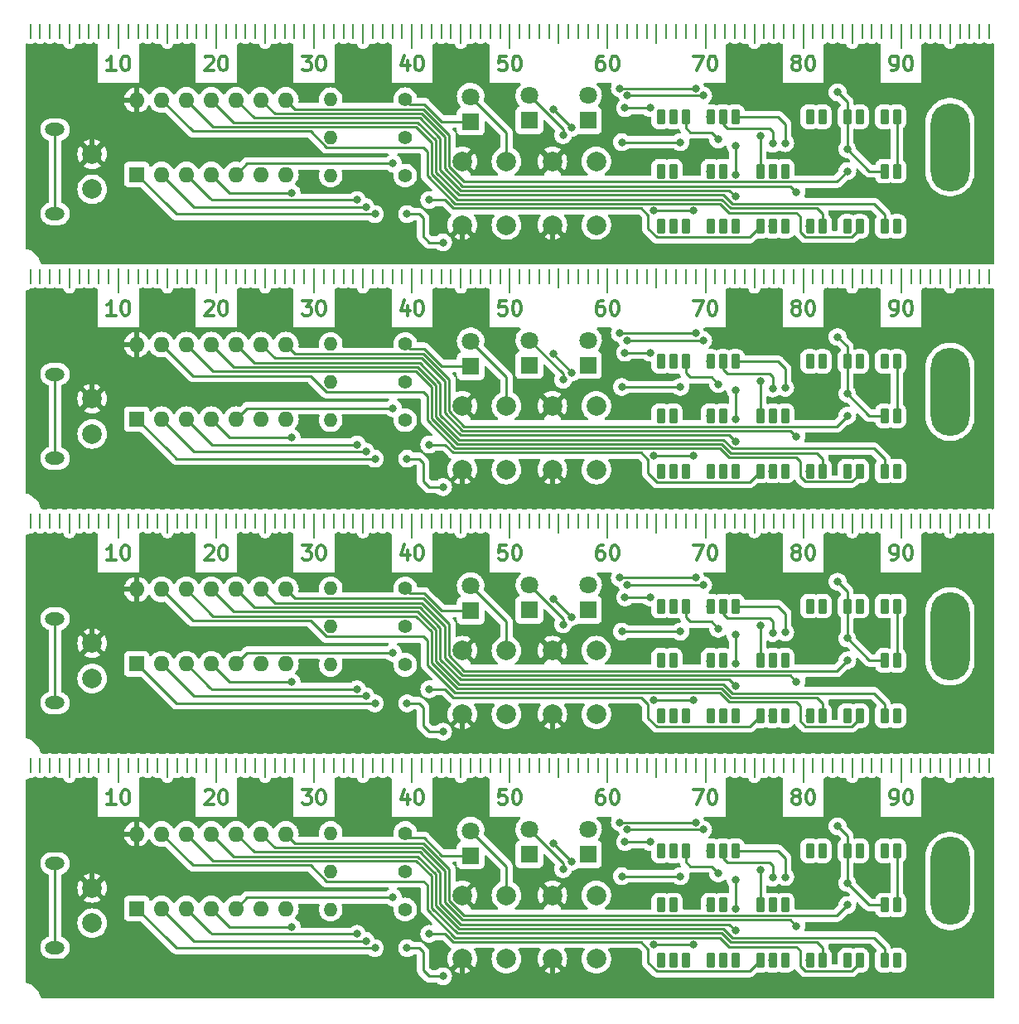
<source format=gtl>
%TF.GenerationSoftware,KiCad,Pcbnew,(6.0.10)*%
%TF.CreationDate,2024-05-12T12:16:17+09:00*%
%TF.ProjectId,simpleLogicCircuit_4x1_v1.3,73696d70-6c65-44c6-9f67-696343697263,rev?*%
%TF.SameCoordinates,Original*%
%TF.FileFunction,Copper,L1,Top*%
%TF.FilePolarity,Positive*%
%FSLAX46Y46*%
G04 Gerber Fmt 4.6, Leading zero omitted, Abs format (unit mm)*
G04 Created by KiCad (PCBNEW (6.0.10)) date 2024-05-12 12:16:17*
%MOMM*%
%LPD*%
G01*
G04 APERTURE LIST*
G04 Aperture macros list*
%AMRoundRect*
0 Rectangle with rounded corners*
0 $1 Rounding radius*
0 $2 $3 $4 $5 $6 $7 $8 $9 X,Y pos of 4 corners*
0 Add a 4 corners polygon primitive as box body*
4,1,4,$2,$3,$4,$5,$6,$7,$8,$9,$2,$3,0*
0 Add four circle primitives for the rounded corners*
1,1,$1+$1,$2,$3*
1,1,$1+$1,$4,$5*
1,1,$1+$1,$6,$7*
1,1,$1+$1,$8,$9*
0 Add four rect primitives between the rounded corners*
20,1,$1+$1,$2,$3,$4,$5,0*
20,1,$1+$1,$4,$5,$6,$7,0*
20,1,$1+$1,$6,$7,$8,$9,0*
20,1,$1+$1,$8,$9,$2,$3,0*%
G04 Aperture macros list end*
%ADD10C,0.300000*%
%TA.AperFunction,NonConductor*%
%ADD11C,0.300000*%
%TD*%
%TA.AperFunction,ComponentPad*%
%ADD12R,1.800000X1.800000*%
%TD*%
%TA.AperFunction,ComponentPad*%
%ADD13C,1.800000*%
%TD*%
%TA.AperFunction,SMDPad,CuDef*%
%ADD14RoundRect,0.225000X-0.225000X-0.525000X0.225000X-0.525000X0.225000X0.525000X-0.225000X0.525000X0*%
%TD*%
%TA.AperFunction,ComponentPad*%
%ADD15R,1.600000X1.600000*%
%TD*%
%TA.AperFunction,ComponentPad*%
%ADD16O,1.600000X1.600000*%
%TD*%
%TA.AperFunction,ComponentPad*%
%ADD17C,1.400000*%
%TD*%
%TA.AperFunction,ComponentPad*%
%ADD18O,1.400000X1.400000*%
%TD*%
%TA.AperFunction,ComponentPad*%
%ADD19C,2.000000*%
%TD*%
%TA.AperFunction,ComponentPad*%
%ADD20O,4.000000X9.000000*%
%TD*%
%TA.AperFunction,ComponentPad*%
%ADD21O,2.000000X1.300000*%
%TD*%
%TA.AperFunction,SMDPad,CuDef*%
%ADD22RoundRect,0.050000X-0.050000X-1.200000X0.050000X-1.200000X0.050000X1.200000X-0.050000X1.200000X0*%
%TD*%
%TA.AperFunction,SMDPad,CuDef*%
%ADD23RoundRect,0.050000X-0.050000X-0.950000X0.050000X-0.950000X0.050000X0.950000X-0.050000X0.950000X0*%
%TD*%
%TA.AperFunction,SMDPad,CuDef*%
%ADD24RoundRect,0.050000X-0.050000X-0.700000X0.050000X-0.700000X0.050000X0.700000X-0.050000X0.700000X0*%
%TD*%
%TA.AperFunction,ViaPad*%
%ADD25C,0.800000*%
%TD*%
%TA.AperFunction,Conductor*%
%ADD26C,0.250000*%
%TD*%
%TA.AperFunction,Conductor*%
%ADD27C,0.500000*%
%TD*%
G04 APERTURE END LIST*
D10*
%TO.C,REF\u002A\u002A*%
D11*
X112621428Y-106158571D02*
X112335714Y-106158571D01*
X112192857Y-106230000D01*
X112121428Y-106301428D01*
X111978571Y-106515714D01*
X111907142Y-106801428D01*
X111907142Y-107372857D01*
X111978571Y-107515714D01*
X112050000Y-107587142D01*
X112192857Y-107658571D01*
X112478571Y-107658571D01*
X112621428Y-107587142D01*
X112692857Y-107515714D01*
X112764285Y-107372857D01*
X112764285Y-107015714D01*
X112692857Y-106872857D01*
X112621428Y-106801428D01*
X112478571Y-106730000D01*
X112192857Y-106730000D01*
X112050000Y-106801428D01*
X111978571Y-106872857D01*
X111907142Y-107015714D01*
X113692857Y-106158571D02*
X113835714Y-106158571D01*
X113978571Y-106230000D01*
X114050000Y-106301428D01*
X114121428Y-106444285D01*
X114192857Y-106730000D01*
X114192857Y-107087142D01*
X114121428Y-107372857D01*
X114050000Y-107515714D01*
X113978571Y-107587142D01*
X113835714Y-107658571D01*
X113692857Y-107658571D01*
X113550000Y-107587142D01*
X113478571Y-107515714D01*
X113407142Y-107372857D01*
X113335714Y-107087142D01*
X113335714Y-106730000D01*
X113407142Y-106444285D01*
X113478571Y-106301428D01*
X113550000Y-106230000D01*
X113692857Y-106158571D01*
D10*
D11*
X62764285Y-107658571D02*
X61907142Y-107658571D01*
X62335714Y-107658571D02*
X62335714Y-106158571D01*
X62192857Y-106372857D01*
X62050000Y-106515714D01*
X61907142Y-106587142D01*
X63692857Y-106158571D02*
X63835714Y-106158571D01*
X63978571Y-106230000D01*
X64050000Y-106301428D01*
X64121428Y-106444285D01*
X64192857Y-106730000D01*
X64192857Y-107087142D01*
X64121428Y-107372857D01*
X64050000Y-107515714D01*
X63978571Y-107587142D01*
X63835714Y-107658571D01*
X63692857Y-107658571D01*
X63550000Y-107587142D01*
X63478571Y-107515714D01*
X63407142Y-107372857D01*
X63335714Y-107087142D01*
X63335714Y-106730000D01*
X63407142Y-106444285D01*
X63478571Y-106301428D01*
X63550000Y-106230000D01*
X63692857Y-106158571D01*
D10*
D11*
X142050000Y-107658571D02*
X142335714Y-107658571D01*
X142478571Y-107587142D01*
X142550000Y-107515714D01*
X142692857Y-107301428D01*
X142764285Y-107015714D01*
X142764285Y-106444285D01*
X142692857Y-106301428D01*
X142621428Y-106230000D01*
X142478571Y-106158571D01*
X142192857Y-106158571D01*
X142050000Y-106230000D01*
X141978571Y-106301428D01*
X141907142Y-106444285D01*
X141907142Y-106801428D01*
X141978571Y-106944285D01*
X142050000Y-107015714D01*
X142192857Y-107087142D01*
X142478571Y-107087142D01*
X142621428Y-107015714D01*
X142692857Y-106944285D01*
X142764285Y-106801428D01*
X143692857Y-106158571D02*
X143835714Y-106158571D01*
X143978571Y-106230000D01*
X144050000Y-106301428D01*
X144121428Y-106444285D01*
X144192857Y-106730000D01*
X144192857Y-107087142D01*
X144121428Y-107372857D01*
X144050000Y-107515714D01*
X143978571Y-107587142D01*
X143835714Y-107658571D01*
X143692857Y-107658571D01*
X143550000Y-107587142D01*
X143478571Y-107515714D01*
X143407142Y-107372857D01*
X143335714Y-107087142D01*
X143335714Y-106730000D01*
X143407142Y-106444285D01*
X143478571Y-106301428D01*
X143550000Y-106230000D01*
X143692857Y-106158571D01*
D10*
D11*
X102692857Y-106158571D02*
X101978571Y-106158571D01*
X101907142Y-106872857D01*
X101978571Y-106801428D01*
X102121428Y-106730000D01*
X102478571Y-106730000D01*
X102621428Y-106801428D01*
X102692857Y-106872857D01*
X102764285Y-107015714D01*
X102764285Y-107372857D01*
X102692857Y-107515714D01*
X102621428Y-107587142D01*
X102478571Y-107658571D01*
X102121428Y-107658571D01*
X101978571Y-107587142D01*
X101907142Y-107515714D01*
X103692857Y-106158571D02*
X103835714Y-106158571D01*
X103978571Y-106230000D01*
X104050000Y-106301428D01*
X104121428Y-106444285D01*
X104192857Y-106730000D01*
X104192857Y-107087142D01*
X104121428Y-107372857D01*
X104050000Y-107515714D01*
X103978571Y-107587142D01*
X103835714Y-107658571D01*
X103692857Y-107658571D01*
X103550000Y-107587142D01*
X103478571Y-107515714D01*
X103407142Y-107372857D01*
X103335714Y-107087142D01*
X103335714Y-106730000D01*
X103407142Y-106444285D01*
X103478571Y-106301428D01*
X103550000Y-106230000D01*
X103692857Y-106158571D01*
D10*
D11*
X132192857Y-106801428D02*
X132050000Y-106730000D01*
X131978571Y-106658571D01*
X131907142Y-106515714D01*
X131907142Y-106444285D01*
X131978571Y-106301428D01*
X132050000Y-106230000D01*
X132192857Y-106158571D01*
X132478571Y-106158571D01*
X132621428Y-106230000D01*
X132692857Y-106301428D01*
X132764285Y-106444285D01*
X132764285Y-106515714D01*
X132692857Y-106658571D01*
X132621428Y-106730000D01*
X132478571Y-106801428D01*
X132192857Y-106801428D01*
X132050000Y-106872857D01*
X131978571Y-106944285D01*
X131907142Y-107087142D01*
X131907142Y-107372857D01*
X131978571Y-107515714D01*
X132050000Y-107587142D01*
X132192857Y-107658571D01*
X132478571Y-107658571D01*
X132621428Y-107587142D01*
X132692857Y-107515714D01*
X132764285Y-107372857D01*
X132764285Y-107087142D01*
X132692857Y-106944285D01*
X132621428Y-106872857D01*
X132478571Y-106801428D01*
X133692857Y-106158571D02*
X133835714Y-106158571D01*
X133978571Y-106230000D01*
X134050000Y-106301428D01*
X134121428Y-106444285D01*
X134192857Y-106730000D01*
X134192857Y-107087142D01*
X134121428Y-107372857D01*
X134050000Y-107515714D01*
X133978571Y-107587142D01*
X133835714Y-107658571D01*
X133692857Y-107658571D01*
X133550000Y-107587142D01*
X133478571Y-107515714D01*
X133407142Y-107372857D01*
X133335714Y-107087142D01*
X133335714Y-106730000D01*
X133407142Y-106444285D01*
X133478571Y-106301428D01*
X133550000Y-106230000D01*
X133692857Y-106158571D01*
D10*
D11*
X92621428Y-106658571D02*
X92621428Y-107658571D01*
X92264285Y-106087142D02*
X91907142Y-107158571D01*
X92835714Y-107158571D01*
X93692857Y-106158571D02*
X93835714Y-106158571D01*
X93978571Y-106230000D01*
X94050000Y-106301428D01*
X94121428Y-106444285D01*
X94192857Y-106730000D01*
X94192857Y-107087142D01*
X94121428Y-107372857D01*
X94050000Y-107515714D01*
X93978571Y-107587142D01*
X93835714Y-107658571D01*
X93692857Y-107658571D01*
X93550000Y-107587142D01*
X93478571Y-107515714D01*
X93407142Y-107372857D01*
X93335714Y-107087142D01*
X93335714Y-106730000D01*
X93407142Y-106444285D01*
X93478571Y-106301428D01*
X93550000Y-106230000D01*
X93692857Y-106158571D01*
D10*
D11*
X71907142Y-106301428D02*
X71978571Y-106230000D01*
X72121428Y-106158571D01*
X72478571Y-106158571D01*
X72621428Y-106230000D01*
X72692857Y-106301428D01*
X72764285Y-106444285D01*
X72764285Y-106587142D01*
X72692857Y-106801428D01*
X71835714Y-107658571D01*
X72764285Y-107658571D01*
X73692857Y-106158571D02*
X73835714Y-106158571D01*
X73978571Y-106230000D01*
X74050000Y-106301428D01*
X74121428Y-106444285D01*
X74192857Y-106730000D01*
X74192857Y-107087142D01*
X74121428Y-107372857D01*
X74050000Y-107515714D01*
X73978571Y-107587142D01*
X73835714Y-107658571D01*
X73692857Y-107658571D01*
X73550000Y-107587142D01*
X73478571Y-107515714D01*
X73407142Y-107372857D01*
X73335714Y-107087142D01*
X73335714Y-106730000D01*
X73407142Y-106444285D01*
X73478571Y-106301428D01*
X73550000Y-106230000D01*
X73692857Y-106158571D01*
D10*
D11*
X81835714Y-106158571D02*
X82764285Y-106158571D01*
X82264285Y-106730000D01*
X82478571Y-106730000D01*
X82621428Y-106801428D01*
X82692857Y-106872857D01*
X82764285Y-107015714D01*
X82764285Y-107372857D01*
X82692857Y-107515714D01*
X82621428Y-107587142D01*
X82478571Y-107658571D01*
X82050000Y-107658571D01*
X81907142Y-107587142D01*
X81835714Y-107515714D01*
X83692857Y-106158571D02*
X83835714Y-106158571D01*
X83978571Y-106230000D01*
X84050000Y-106301428D01*
X84121428Y-106444285D01*
X84192857Y-106730000D01*
X84192857Y-107087142D01*
X84121428Y-107372857D01*
X84050000Y-107515714D01*
X83978571Y-107587142D01*
X83835714Y-107658571D01*
X83692857Y-107658571D01*
X83550000Y-107587142D01*
X83478571Y-107515714D01*
X83407142Y-107372857D01*
X83335714Y-107087142D01*
X83335714Y-106730000D01*
X83407142Y-106444285D01*
X83478571Y-106301428D01*
X83550000Y-106230000D01*
X83692857Y-106158571D01*
D10*
D11*
X121835714Y-106158571D02*
X122835714Y-106158571D01*
X122192857Y-107658571D01*
X123692857Y-106158571D02*
X123835714Y-106158571D01*
X123978571Y-106230000D01*
X124050000Y-106301428D01*
X124121428Y-106444285D01*
X124192857Y-106730000D01*
X124192857Y-107087142D01*
X124121428Y-107372857D01*
X124050000Y-107515714D01*
X123978571Y-107587142D01*
X123835714Y-107658571D01*
X123692857Y-107658571D01*
X123550000Y-107587142D01*
X123478571Y-107515714D01*
X123407142Y-107372857D01*
X123335714Y-107087142D01*
X123335714Y-106730000D01*
X123407142Y-106444285D01*
X123478571Y-106301428D01*
X123550000Y-106230000D01*
X123692857Y-106158571D01*
D10*
D11*
X112621428Y-81158571D02*
X112335714Y-81158571D01*
X112192857Y-81230000D01*
X112121428Y-81301428D01*
X111978571Y-81515714D01*
X111907142Y-81801428D01*
X111907142Y-82372857D01*
X111978571Y-82515714D01*
X112050000Y-82587142D01*
X112192857Y-82658571D01*
X112478571Y-82658571D01*
X112621428Y-82587142D01*
X112692857Y-82515714D01*
X112764285Y-82372857D01*
X112764285Y-82015714D01*
X112692857Y-81872857D01*
X112621428Y-81801428D01*
X112478571Y-81730000D01*
X112192857Y-81730000D01*
X112050000Y-81801428D01*
X111978571Y-81872857D01*
X111907142Y-82015714D01*
X113692857Y-81158571D02*
X113835714Y-81158571D01*
X113978571Y-81230000D01*
X114050000Y-81301428D01*
X114121428Y-81444285D01*
X114192857Y-81730000D01*
X114192857Y-82087142D01*
X114121428Y-82372857D01*
X114050000Y-82515714D01*
X113978571Y-82587142D01*
X113835714Y-82658571D01*
X113692857Y-82658571D01*
X113550000Y-82587142D01*
X113478571Y-82515714D01*
X113407142Y-82372857D01*
X113335714Y-82087142D01*
X113335714Y-81730000D01*
X113407142Y-81444285D01*
X113478571Y-81301428D01*
X113550000Y-81230000D01*
X113692857Y-81158571D01*
D10*
D11*
X62764285Y-82658571D02*
X61907142Y-82658571D01*
X62335714Y-82658571D02*
X62335714Y-81158571D01*
X62192857Y-81372857D01*
X62050000Y-81515714D01*
X61907142Y-81587142D01*
X63692857Y-81158571D02*
X63835714Y-81158571D01*
X63978571Y-81230000D01*
X64050000Y-81301428D01*
X64121428Y-81444285D01*
X64192857Y-81730000D01*
X64192857Y-82087142D01*
X64121428Y-82372857D01*
X64050000Y-82515714D01*
X63978571Y-82587142D01*
X63835714Y-82658571D01*
X63692857Y-82658571D01*
X63550000Y-82587142D01*
X63478571Y-82515714D01*
X63407142Y-82372857D01*
X63335714Y-82087142D01*
X63335714Y-81730000D01*
X63407142Y-81444285D01*
X63478571Y-81301428D01*
X63550000Y-81230000D01*
X63692857Y-81158571D01*
D10*
D11*
X142050000Y-82658571D02*
X142335714Y-82658571D01*
X142478571Y-82587142D01*
X142550000Y-82515714D01*
X142692857Y-82301428D01*
X142764285Y-82015714D01*
X142764285Y-81444285D01*
X142692857Y-81301428D01*
X142621428Y-81230000D01*
X142478571Y-81158571D01*
X142192857Y-81158571D01*
X142050000Y-81230000D01*
X141978571Y-81301428D01*
X141907142Y-81444285D01*
X141907142Y-81801428D01*
X141978571Y-81944285D01*
X142050000Y-82015714D01*
X142192857Y-82087142D01*
X142478571Y-82087142D01*
X142621428Y-82015714D01*
X142692857Y-81944285D01*
X142764285Y-81801428D01*
X143692857Y-81158571D02*
X143835714Y-81158571D01*
X143978571Y-81230000D01*
X144050000Y-81301428D01*
X144121428Y-81444285D01*
X144192857Y-81730000D01*
X144192857Y-82087142D01*
X144121428Y-82372857D01*
X144050000Y-82515714D01*
X143978571Y-82587142D01*
X143835714Y-82658571D01*
X143692857Y-82658571D01*
X143550000Y-82587142D01*
X143478571Y-82515714D01*
X143407142Y-82372857D01*
X143335714Y-82087142D01*
X143335714Y-81730000D01*
X143407142Y-81444285D01*
X143478571Y-81301428D01*
X143550000Y-81230000D01*
X143692857Y-81158571D01*
D10*
D11*
X102692857Y-81158571D02*
X101978571Y-81158571D01*
X101907142Y-81872857D01*
X101978571Y-81801428D01*
X102121428Y-81730000D01*
X102478571Y-81730000D01*
X102621428Y-81801428D01*
X102692857Y-81872857D01*
X102764285Y-82015714D01*
X102764285Y-82372857D01*
X102692857Y-82515714D01*
X102621428Y-82587142D01*
X102478571Y-82658571D01*
X102121428Y-82658571D01*
X101978571Y-82587142D01*
X101907142Y-82515714D01*
X103692857Y-81158571D02*
X103835714Y-81158571D01*
X103978571Y-81230000D01*
X104050000Y-81301428D01*
X104121428Y-81444285D01*
X104192857Y-81730000D01*
X104192857Y-82087142D01*
X104121428Y-82372857D01*
X104050000Y-82515714D01*
X103978571Y-82587142D01*
X103835714Y-82658571D01*
X103692857Y-82658571D01*
X103550000Y-82587142D01*
X103478571Y-82515714D01*
X103407142Y-82372857D01*
X103335714Y-82087142D01*
X103335714Y-81730000D01*
X103407142Y-81444285D01*
X103478571Y-81301428D01*
X103550000Y-81230000D01*
X103692857Y-81158571D01*
D10*
D11*
X132192857Y-81801428D02*
X132050000Y-81730000D01*
X131978571Y-81658571D01*
X131907142Y-81515714D01*
X131907142Y-81444285D01*
X131978571Y-81301428D01*
X132050000Y-81230000D01*
X132192857Y-81158571D01*
X132478571Y-81158571D01*
X132621428Y-81230000D01*
X132692857Y-81301428D01*
X132764285Y-81444285D01*
X132764285Y-81515714D01*
X132692857Y-81658571D01*
X132621428Y-81730000D01*
X132478571Y-81801428D01*
X132192857Y-81801428D01*
X132050000Y-81872857D01*
X131978571Y-81944285D01*
X131907142Y-82087142D01*
X131907142Y-82372857D01*
X131978571Y-82515714D01*
X132050000Y-82587142D01*
X132192857Y-82658571D01*
X132478571Y-82658571D01*
X132621428Y-82587142D01*
X132692857Y-82515714D01*
X132764285Y-82372857D01*
X132764285Y-82087142D01*
X132692857Y-81944285D01*
X132621428Y-81872857D01*
X132478571Y-81801428D01*
X133692857Y-81158571D02*
X133835714Y-81158571D01*
X133978571Y-81230000D01*
X134050000Y-81301428D01*
X134121428Y-81444285D01*
X134192857Y-81730000D01*
X134192857Y-82087142D01*
X134121428Y-82372857D01*
X134050000Y-82515714D01*
X133978571Y-82587142D01*
X133835714Y-82658571D01*
X133692857Y-82658571D01*
X133550000Y-82587142D01*
X133478571Y-82515714D01*
X133407142Y-82372857D01*
X133335714Y-82087142D01*
X133335714Y-81730000D01*
X133407142Y-81444285D01*
X133478571Y-81301428D01*
X133550000Y-81230000D01*
X133692857Y-81158571D01*
D10*
D11*
X92621428Y-81658571D02*
X92621428Y-82658571D01*
X92264285Y-81087142D02*
X91907142Y-82158571D01*
X92835714Y-82158571D01*
X93692857Y-81158571D02*
X93835714Y-81158571D01*
X93978571Y-81230000D01*
X94050000Y-81301428D01*
X94121428Y-81444285D01*
X94192857Y-81730000D01*
X94192857Y-82087142D01*
X94121428Y-82372857D01*
X94050000Y-82515714D01*
X93978571Y-82587142D01*
X93835714Y-82658571D01*
X93692857Y-82658571D01*
X93550000Y-82587142D01*
X93478571Y-82515714D01*
X93407142Y-82372857D01*
X93335714Y-82087142D01*
X93335714Y-81730000D01*
X93407142Y-81444285D01*
X93478571Y-81301428D01*
X93550000Y-81230000D01*
X93692857Y-81158571D01*
D10*
D11*
X71907142Y-81301428D02*
X71978571Y-81230000D01*
X72121428Y-81158571D01*
X72478571Y-81158571D01*
X72621428Y-81230000D01*
X72692857Y-81301428D01*
X72764285Y-81444285D01*
X72764285Y-81587142D01*
X72692857Y-81801428D01*
X71835714Y-82658571D01*
X72764285Y-82658571D01*
X73692857Y-81158571D02*
X73835714Y-81158571D01*
X73978571Y-81230000D01*
X74050000Y-81301428D01*
X74121428Y-81444285D01*
X74192857Y-81730000D01*
X74192857Y-82087142D01*
X74121428Y-82372857D01*
X74050000Y-82515714D01*
X73978571Y-82587142D01*
X73835714Y-82658571D01*
X73692857Y-82658571D01*
X73550000Y-82587142D01*
X73478571Y-82515714D01*
X73407142Y-82372857D01*
X73335714Y-82087142D01*
X73335714Y-81730000D01*
X73407142Y-81444285D01*
X73478571Y-81301428D01*
X73550000Y-81230000D01*
X73692857Y-81158571D01*
D10*
D11*
X81835714Y-81158571D02*
X82764285Y-81158571D01*
X82264285Y-81730000D01*
X82478571Y-81730000D01*
X82621428Y-81801428D01*
X82692857Y-81872857D01*
X82764285Y-82015714D01*
X82764285Y-82372857D01*
X82692857Y-82515714D01*
X82621428Y-82587142D01*
X82478571Y-82658571D01*
X82050000Y-82658571D01*
X81907142Y-82587142D01*
X81835714Y-82515714D01*
X83692857Y-81158571D02*
X83835714Y-81158571D01*
X83978571Y-81230000D01*
X84050000Y-81301428D01*
X84121428Y-81444285D01*
X84192857Y-81730000D01*
X84192857Y-82087142D01*
X84121428Y-82372857D01*
X84050000Y-82515714D01*
X83978571Y-82587142D01*
X83835714Y-82658571D01*
X83692857Y-82658571D01*
X83550000Y-82587142D01*
X83478571Y-82515714D01*
X83407142Y-82372857D01*
X83335714Y-82087142D01*
X83335714Y-81730000D01*
X83407142Y-81444285D01*
X83478571Y-81301428D01*
X83550000Y-81230000D01*
X83692857Y-81158571D01*
D10*
D11*
X121835714Y-81158571D02*
X122835714Y-81158571D01*
X122192857Y-82658571D01*
X123692857Y-81158571D02*
X123835714Y-81158571D01*
X123978571Y-81230000D01*
X124050000Y-81301428D01*
X124121428Y-81444285D01*
X124192857Y-81730000D01*
X124192857Y-82087142D01*
X124121428Y-82372857D01*
X124050000Y-82515714D01*
X123978571Y-82587142D01*
X123835714Y-82658571D01*
X123692857Y-82658571D01*
X123550000Y-82587142D01*
X123478571Y-82515714D01*
X123407142Y-82372857D01*
X123335714Y-82087142D01*
X123335714Y-81730000D01*
X123407142Y-81444285D01*
X123478571Y-81301428D01*
X123550000Y-81230000D01*
X123692857Y-81158571D01*
D10*
D11*
X112621428Y-56158571D02*
X112335714Y-56158571D01*
X112192857Y-56230000D01*
X112121428Y-56301428D01*
X111978571Y-56515714D01*
X111907142Y-56801428D01*
X111907142Y-57372857D01*
X111978571Y-57515714D01*
X112050000Y-57587142D01*
X112192857Y-57658571D01*
X112478571Y-57658571D01*
X112621428Y-57587142D01*
X112692857Y-57515714D01*
X112764285Y-57372857D01*
X112764285Y-57015714D01*
X112692857Y-56872857D01*
X112621428Y-56801428D01*
X112478571Y-56730000D01*
X112192857Y-56730000D01*
X112050000Y-56801428D01*
X111978571Y-56872857D01*
X111907142Y-57015714D01*
X113692857Y-56158571D02*
X113835714Y-56158571D01*
X113978571Y-56230000D01*
X114050000Y-56301428D01*
X114121428Y-56444285D01*
X114192857Y-56730000D01*
X114192857Y-57087142D01*
X114121428Y-57372857D01*
X114050000Y-57515714D01*
X113978571Y-57587142D01*
X113835714Y-57658571D01*
X113692857Y-57658571D01*
X113550000Y-57587142D01*
X113478571Y-57515714D01*
X113407142Y-57372857D01*
X113335714Y-57087142D01*
X113335714Y-56730000D01*
X113407142Y-56444285D01*
X113478571Y-56301428D01*
X113550000Y-56230000D01*
X113692857Y-56158571D01*
D10*
D11*
X62764285Y-57658571D02*
X61907142Y-57658571D01*
X62335714Y-57658571D02*
X62335714Y-56158571D01*
X62192857Y-56372857D01*
X62050000Y-56515714D01*
X61907142Y-56587142D01*
X63692857Y-56158571D02*
X63835714Y-56158571D01*
X63978571Y-56230000D01*
X64050000Y-56301428D01*
X64121428Y-56444285D01*
X64192857Y-56730000D01*
X64192857Y-57087142D01*
X64121428Y-57372857D01*
X64050000Y-57515714D01*
X63978571Y-57587142D01*
X63835714Y-57658571D01*
X63692857Y-57658571D01*
X63550000Y-57587142D01*
X63478571Y-57515714D01*
X63407142Y-57372857D01*
X63335714Y-57087142D01*
X63335714Y-56730000D01*
X63407142Y-56444285D01*
X63478571Y-56301428D01*
X63550000Y-56230000D01*
X63692857Y-56158571D01*
D10*
D11*
X142050000Y-57658571D02*
X142335714Y-57658571D01*
X142478571Y-57587142D01*
X142550000Y-57515714D01*
X142692857Y-57301428D01*
X142764285Y-57015714D01*
X142764285Y-56444285D01*
X142692857Y-56301428D01*
X142621428Y-56230000D01*
X142478571Y-56158571D01*
X142192857Y-56158571D01*
X142050000Y-56230000D01*
X141978571Y-56301428D01*
X141907142Y-56444285D01*
X141907142Y-56801428D01*
X141978571Y-56944285D01*
X142050000Y-57015714D01*
X142192857Y-57087142D01*
X142478571Y-57087142D01*
X142621428Y-57015714D01*
X142692857Y-56944285D01*
X142764285Y-56801428D01*
X143692857Y-56158571D02*
X143835714Y-56158571D01*
X143978571Y-56230000D01*
X144050000Y-56301428D01*
X144121428Y-56444285D01*
X144192857Y-56730000D01*
X144192857Y-57087142D01*
X144121428Y-57372857D01*
X144050000Y-57515714D01*
X143978571Y-57587142D01*
X143835714Y-57658571D01*
X143692857Y-57658571D01*
X143550000Y-57587142D01*
X143478571Y-57515714D01*
X143407142Y-57372857D01*
X143335714Y-57087142D01*
X143335714Y-56730000D01*
X143407142Y-56444285D01*
X143478571Y-56301428D01*
X143550000Y-56230000D01*
X143692857Y-56158571D01*
D10*
D11*
X102692857Y-56158571D02*
X101978571Y-56158571D01*
X101907142Y-56872857D01*
X101978571Y-56801428D01*
X102121428Y-56730000D01*
X102478571Y-56730000D01*
X102621428Y-56801428D01*
X102692857Y-56872857D01*
X102764285Y-57015714D01*
X102764285Y-57372857D01*
X102692857Y-57515714D01*
X102621428Y-57587142D01*
X102478571Y-57658571D01*
X102121428Y-57658571D01*
X101978571Y-57587142D01*
X101907142Y-57515714D01*
X103692857Y-56158571D02*
X103835714Y-56158571D01*
X103978571Y-56230000D01*
X104050000Y-56301428D01*
X104121428Y-56444285D01*
X104192857Y-56730000D01*
X104192857Y-57087142D01*
X104121428Y-57372857D01*
X104050000Y-57515714D01*
X103978571Y-57587142D01*
X103835714Y-57658571D01*
X103692857Y-57658571D01*
X103550000Y-57587142D01*
X103478571Y-57515714D01*
X103407142Y-57372857D01*
X103335714Y-57087142D01*
X103335714Y-56730000D01*
X103407142Y-56444285D01*
X103478571Y-56301428D01*
X103550000Y-56230000D01*
X103692857Y-56158571D01*
D10*
D11*
X132192857Y-56801428D02*
X132050000Y-56730000D01*
X131978571Y-56658571D01*
X131907142Y-56515714D01*
X131907142Y-56444285D01*
X131978571Y-56301428D01*
X132050000Y-56230000D01*
X132192857Y-56158571D01*
X132478571Y-56158571D01*
X132621428Y-56230000D01*
X132692857Y-56301428D01*
X132764285Y-56444285D01*
X132764285Y-56515714D01*
X132692857Y-56658571D01*
X132621428Y-56730000D01*
X132478571Y-56801428D01*
X132192857Y-56801428D01*
X132050000Y-56872857D01*
X131978571Y-56944285D01*
X131907142Y-57087142D01*
X131907142Y-57372857D01*
X131978571Y-57515714D01*
X132050000Y-57587142D01*
X132192857Y-57658571D01*
X132478571Y-57658571D01*
X132621428Y-57587142D01*
X132692857Y-57515714D01*
X132764285Y-57372857D01*
X132764285Y-57087142D01*
X132692857Y-56944285D01*
X132621428Y-56872857D01*
X132478571Y-56801428D01*
X133692857Y-56158571D02*
X133835714Y-56158571D01*
X133978571Y-56230000D01*
X134050000Y-56301428D01*
X134121428Y-56444285D01*
X134192857Y-56730000D01*
X134192857Y-57087142D01*
X134121428Y-57372857D01*
X134050000Y-57515714D01*
X133978571Y-57587142D01*
X133835714Y-57658571D01*
X133692857Y-57658571D01*
X133550000Y-57587142D01*
X133478571Y-57515714D01*
X133407142Y-57372857D01*
X133335714Y-57087142D01*
X133335714Y-56730000D01*
X133407142Y-56444285D01*
X133478571Y-56301428D01*
X133550000Y-56230000D01*
X133692857Y-56158571D01*
D10*
D11*
X92621428Y-56658571D02*
X92621428Y-57658571D01*
X92264285Y-56087142D02*
X91907142Y-57158571D01*
X92835714Y-57158571D01*
X93692857Y-56158571D02*
X93835714Y-56158571D01*
X93978571Y-56230000D01*
X94050000Y-56301428D01*
X94121428Y-56444285D01*
X94192857Y-56730000D01*
X94192857Y-57087142D01*
X94121428Y-57372857D01*
X94050000Y-57515714D01*
X93978571Y-57587142D01*
X93835714Y-57658571D01*
X93692857Y-57658571D01*
X93550000Y-57587142D01*
X93478571Y-57515714D01*
X93407142Y-57372857D01*
X93335714Y-57087142D01*
X93335714Y-56730000D01*
X93407142Y-56444285D01*
X93478571Y-56301428D01*
X93550000Y-56230000D01*
X93692857Y-56158571D01*
D10*
D11*
X71907142Y-56301428D02*
X71978571Y-56230000D01*
X72121428Y-56158571D01*
X72478571Y-56158571D01*
X72621428Y-56230000D01*
X72692857Y-56301428D01*
X72764285Y-56444285D01*
X72764285Y-56587142D01*
X72692857Y-56801428D01*
X71835714Y-57658571D01*
X72764285Y-57658571D01*
X73692857Y-56158571D02*
X73835714Y-56158571D01*
X73978571Y-56230000D01*
X74050000Y-56301428D01*
X74121428Y-56444285D01*
X74192857Y-56730000D01*
X74192857Y-57087142D01*
X74121428Y-57372857D01*
X74050000Y-57515714D01*
X73978571Y-57587142D01*
X73835714Y-57658571D01*
X73692857Y-57658571D01*
X73550000Y-57587142D01*
X73478571Y-57515714D01*
X73407142Y-57372857D01*
X73335714Y-57087142D01*
X73335714Y-56730000D01*
X73407142Y-56444285D01*
X73478571Y-56301428D01*
X73550000Y-56230000D01*
X73692857Y-56158571D01*
D10*
D11*
X81835714Y-56158571D02*
X82764285Y-56158571D01*
X82264285Y-56730000D01*
X82478571Y-56730000D01*
X82621428Y-56801428D01*
X82692857Y-56872857D01*
X82764285Y-57015714D01*
X82764285Y-57372857D01*
X82692857Y-57515714D01*
X82621428Y-57587142D01*
X82478571Y-57658571D01*
X82050000Y-57658571D01*
X81907142Y-57587142D01*
X81835714Y-57515714D01*
X83692857Y-56158571D02*
X83835714Y-56158571D01*
X83978571Y-56230000D01*
X84050000Y-56301428D01*
X84121428Y-56444285D01*
X84192857Y-56730000D01*
X84192857Y-57087142D01*
X84121428Y-57372857D01*
X84050000Y-57515714D01*
X83978571Y-57587142D01*
X83835714Y-57658571D01*
X83692857Y-57658571D01*
X83550000Y-57587142D01*
X83478571Y-57515714D01*
X83407142Y-57372857D01*
X83335714Y-57087142D01*
X83335714Y-56730000D01*
X83407142Y-56444285D01*
X83478571Y-56301428D01*
X83550000Y-56230000D01*
X83692857Y-56158571D01*
D10*
D11*
X121835714Y-56158571D02*
X122835714Y-56158571D01*
X122192857Y-57658571D01*
X123692857Y-56158571D02*
X123835714Y-56158571D01*
X123978571Y-56230000D01*
X124050000Y-56301428D01*
X124121428Y-56444285D01*
X124192857Y-56730000D01*
X124192857Y-57087142D01*
X124121428Y-57372857D01*
X124050000Y-57515714D01*
X123978571Y-57587142D01*
X123835714Y-57658571D01*
X123692857Y-57658571D01*
X123550000Y-57587142D01*
X123478571Y-57515714D01*
X123407142Y-57372857D01*
X123335714Y-57087142D01*
X123335714Y-56730000D01*
X123407142Y-56444285D01*
X123478571Y-56301428D01*
X123550000Y-56230000D01*
X123692857Y-56158571D01*
D10*
D11*
X112621428Y-31158571D02*
X112335714Y-31158571D01*
X112192857Y-31230000D01*
X112121428Y-31301428D01*
X111978571Y-31515714D01*
X111907142Y-31801428D01*
X111907142Y-32372857D01*
X111978571Y-32515714D01*
X112050000Y-32587142D01*
X112192857Y-32658571D01*
X112478571Y-32658571D01*
X112621428Y-32587142D01*
X112692857Y-32515714D01*
X112764285Y-32372857D01*
X112764285Y-32015714D01*
X112692857Y-31872857D01*
X112621428Y-31801428D01*
X112478571Y-31730000D01*
X112192857Y-31730000D01*
X112050000Y-31801428D01*
X111978571Y-31872857D01*
X111907142Y-32015714D01*
X113692857Y-31158571D02*
X113835714Y-31158571D01*
X113978571Y-31230000D01*
X114050000Y-31301428D01*
X114121428Y-31444285D01*
X114192857Y-31730000D01*
X114192857Y-32087142D01*
X114121428Y-32372857D01*
X114050000Y-32515714D01*
X113978571Y-32587142D01*
X113835714Y-32658571D01*
X113692857Y-32658571D01*
X113550000Y-32587142D01*
X113478571Y-32515714D01*
X113407142Y-32372857D01*
X113335714Y-32087142D01*
X113335714Y-31730000D01*
X113407142Y-31444285D01*
X113478571Y-31301428D01*
X113550000Y-31230000D01*
X113692857Y-31158571D01*
D10*
D11*
X62764285Y-32658571D02*
X61907142Y-32658571D01*
X62335714Y-32658571D02*
X62335714Y-31158571D01*
X62192857Y-31372857D01*
X62050000Y-31515714D01*
X61907142Y-31587142D01*
X63692857Y-31158571D02*
X63835714Y-31158571D01*
X63978571Y-31230000D01*
X64050000Y-31301428D01*
X64121428Y-31444285D01*
X64192857Y-31730000D01*
X64192857Y-32087142D01*
X64121428Y-32372857D01*
X64050000Y-32515714D01*
X63978571Y-32587142D01*
X63835714Y-32658571D01*
X63692857Y-32658571D01*
X63550000Y-32587142D01*
X63478571Y-32515714D01*
X63407142Y-32372857D01*
X63335714Y-32087142D01*
X63335714Y-31730000D01*
X63407142Y-31444285D01*
X63478571Y-31301428D01*
X63550000Y-31230000D01*
X63692857Y-31158571D01*
D10*
D11*
X142050000Y-32658571D02*
X142335714Y-32658571D01*
X142478571Y-32587142D01*
X142550000Y-32515714D01*
X142692857Y-32301428D01*
X142764285Y-32015714D01*
X142764285Y-31444285D01*
X142692857Y-31301428D01*
X142621428Y-31230000D01*
X142478571Y-31158571D01*
X142192857Y-31158571D01*
X142050000Y-31230000D01*
X141978571Y-31301428D01*
X141907142Y-31444285D01*
X141907142Y-31801428D01*
X141978571Y-31944285D01*
X142050000Y-32015714D01*
X142192857Y-32087142D01*
X142478571Y-32087142D01*
X142621428Y-32015714D01*
X142692857Y-31944285D01*
X142764285Y-31801428D01*
X143692857Y-31158571D02*
X143835714Y-31158571D01*
X143978571Y-31230000D01*
X144050000Y-31301428D01*
X144121428Y-31444285D01*
X144192857Y-31730000D01*
X144192857Y-32087142D01*
X144121428Y-32372857D01*
X144050000Y-32515714D01*
X143978571Y-32587142D01*
X143835714Y-32658571D01*
X143692857Y-32658571D01*
X143550000Y-32587142D01*
X143478571Y-32515714D01*
X143407142Y-32372857D01*
X143335714Y-32087142D01*
X143335714Y-31730000D01*
X143407142Y-31444285D01*
X143478571Y-31301428D01*
X143550000Y-31230000D01*
X143692857Y-31158571D01*
D10*
D11*
X102692857Y-31158571D02*
X101978571Y-31158571D01*
X101907142Y-31872857D01*
X101978571Y-31801428D01*
X102121428Y-31730000D01*
X102478571Y-31730000D01*
X102621428Y-31801428D01*
X102692857Y-31872857D01*
X102764285Y-32015714D01*
X102764285Y-32372857D01*
X102692857Y-32515714D01*
X102621428Y-32587142D01*
X102478571Y-32658571D01*
X102121428Y-32658571D01*
X101978571Y-32587142D01*
X101907142Y-32515714D01*
X103692857Y-31158571D02*
X103835714Y-31158571D01*
X103978571Y-31230000D01*
X104050000Y-31301428D01*
X104121428Y-31444285D01*
X104192857Y-31730000D01*
X104192857Y-32087142D01*
X104121428Y-32372857D01*
X104050000Y-32515714D01*
X103978571Y-32587142D01*
X103835714Y-32658571D01*
X103692857Y-32658571D01*
X103550000Y-32587142D01*
X103478571Y-32515714D01*
X103407142Y-32372857D01*
X103335714Y-32087142D01*
X103335714Y-31730000D01*
X103407142Y-31444285D01*
X103478571Y-31301428D01*
X103550000Y-31230000D01*
X103692857Y-31158571D01*
D10*
D11*
X132192857Y-31801428D02*
X132050000Y-31730000D01*
X131978571Y-31658571D01*
X131907142Y-31515714D01*
X131907142Y-31444285D01*
X131978571Y-31301428D01*
X132050000Y-31230000D01*
X132192857Y-31158571D01*
X132478571Y-31158571D01*
X132621428Y-31230000D01*
X132692857Y-31301428D01*
X132764285Y-31444285D01*
X132764285Y-31515714D01*
X132692857Y-31658571D01*
X132621428Y-31730000D01*
X132478571Y-31801428D01*
X132192857Y-31801428D01*
X132050000Y-31872857D01*
X131978571Y-31944285D01*
X131907142Y-32087142D01*
X131907142Y-32372857D01*
X131978571Y-32515714D01*
X132050000Y-32587142D01*
X132192857Y-32658571D01*
X132478571Y-32658571D01*
X132621428Y-32587142D01*
X132692857Y-32515714D01*
X132764285Y-32372857D01*
X132764285Y-32087142D01*
X132692857Y-31944285D01*
X132621428Y-31872857D01*
X132478571Y-31801428D01*
X133692857Y-31158571D02*
X133835714Y-31158571D01*
X133978571Y-31230000D01*
X134050000Y-31301428D01*
X134121428Y-31444285D01*
X134192857Y-31730000D01*
X134192857Y-32087142D01*
X134121428Y-32372857D01*
X134050000Y-32515714D01*
X133978571Y-32587142D01*
X133835714Y-32658571D01*
X133692857Y-32658571D01*
X133550000Y-32587142D01*
X133478571Y-32515714D01*
X133407142Y-32372857D01*
X133335714Y-32087142D01*
X133335714Y-31730000D01*
X133407142Y-31444285D01*
X133478571Y-31301428D01*
X133550000Y-31230000D01*
X133692857Y-31158571D01*
D10*
D11*
X92621428Y-31658571D02*
X92621428Y-32658571D01*
X92264285Y-31087142D02*
X91907142Y-32158571D01*
X92835714Y-32158571D01*
X93692857Y-31158571D02*
X93835714Y-31158571D01*
X93978571Y-31230000D01*
X94050000Y-31301428D01*
X94121428Y-31444285D01*
X94192857Y-31730000D01*
X94192857Y-32087142D01*
X94121428Y-32372857D01*
X94050000Y-32515714D01*
X93978571Y-32587142D01*
X93835714Y-32658571D01*
X93692857Y-32658571D01*
X93550000Y-32587142D01*
X93478571Y-32515714D01*
X93407142Y-32372857D01*
X93335714Y-32087142D01*
X93335714Y-31730000D01*
X93407142Y-31444285D01*
X93478571Y-31301428D01*
X93550000Y-31230000D01*
X93692857Y-31158571D01*
D10*
D11*
X71907142Y-31301428D02*
X71978571Y-31230000D01*
X72121428Y-31158571D01*
X72478571Y-31158571D01*
X72621428Y-31230000D01*
X72692857Y-31301428D01*
X72764285Y-31444285D01*
X72764285Y-31587142D01*
X72692857Y-31801428D01*
X71835714Y-32658571D01*
X72764285Y-32658571D01*
X73692857Y-31158571D02*
X73835714Y-31158571D01*
X73978571Y-31230000D01*
X74050000Y-31301428D01*
X74121428Y-31444285D01*
X74192857Y-31730000D01*
X74192857Y-32087142D01*
X74121428Y-32372857D01*
X74050000Y-32515714D01*
X73978571Y-32587142D01*
X73835714Y-32658571D01*
X73692857Y-32658571D01*
X73550000Y-32587142D01*
X73478571Y-32515714D01*
X73407142Y-32372857D01*
X73335714Y-32087142D01*
X73335714Y-31730000D01*
X73407142Y-31444285D01*
X73478571Y-31301428D01*
X73550000Y-31230000D01*
X73692857Y-31158571D01*
D10*
D11*
X81835714Y-31158571D02*
X82764285Y-31158571D01*
X82264285Y-31730000D01*
X82478571Y-31730000D01*
X82621428Y-31801428D01*
X82692857Y-31872857D01*
X82764285Y-32015714D01*
X82764285Y-32372857D01*
X82692857Y-32515714D01*
X82621428Y-32587142D01*
X82478571Y-32658571D01*
X82050000Y-32658571D01*
X81907142Y-32587142D01*
X81835714Y-32515714D01*
X83692857Y-31158571D02*
X83835714Y-31158571D01*
X83978571Y-31230000D01*
X84050000Y-31301428D01*
X84121428Y-31444285D01*
X84192857Y-31730000D01*
X84192857Y-32087142D01*
X84121428Y-32372857D01*
X84050000Y-32515714D01*
X83978571Y-32587142D01*
X83835714Y-32658571D01*
X83692857Y-32658571D01*
X83550000Y-32587142D01*
X83478571Y-32515714D01*
X83407142Y-32372857D01*
X83335714Y-32087142D01*
X83335714Y-31730000D01*
X83407142Y-31444285D01*
X83478571Y-31301428D01*
X83550000Y-31230000D01*
X83692857Y-31158571D01*
D10*
D11*
X121835714Y-31158571D02*
X122835714Y-31158571D01*
X122192857Y-32658571D01*
X123692857Y-31158571D02*
X123835714Y-31158571D01*
X123978571Y-31230000D01*
X124050000Y-31301428D01*
X124121428Y-31444285D01*
X124192857Y-31730000D01*
X124192857Y-32087142D01*
X124121428Y-32372857D01*
X124050000Y-32515714D01*
X123978571Y-32587142D01*
X123835714Y-32658571D01*
X123692857Y-32658571D01*
X123550000Y-32587142D01*
X123478571Y-32515714D01*
X123407142Y-32372857D01*
X123335714Y-32087142D01*
X123335714Y-31730000D01*
X123407142Y-31444285D01*
X123478571Y-31301428D01*
X123550000Y-31230000D01*
X123692857Y-31158571D01*
%TD*%
D12*
%TO.P,X1,1,K*%
%TO.N,Net-(D1-Pad1)*%
X99050000Y-112860000D03*
D13*
%TO.P,X1,2,A*%
%TO.N,/X1*%
X99050000Y-110320000D03*
%TD*%
D14*
%TO.P,XOR,1,Pin_1*%
%TO.N,/X1*%
X118485000Y-123580000D03*
%TO.P,XOR,2,Pin_2*%
%TO.N,/74HC00-1*%
X119755000Y-123580000D03*
%TO.P,XOR,3,Pin_3*%
%TO.N,/74HC00-4*%
X121025000Y-123580000D03*
%TO.P,XOR,4,Pin_4*%
%TO.N,/X2*%
X123565000Y-123580000D03*
%TO.P,XOR,5,Pin_5*%
%TO.N,/74HC00-2*%
X124835000Y-123580000D03*
%TO.P,XOR,6,Pin_6*%
%TO.N,/74HC00-10*%
X126105000Y-123580000D03*
%TO.P,XOR,7,Pin_7*%
%TO.N,/74HC00-3*%
X128645000Y-123580000D03*
%TO.P,XOR,8,Pin_8*%
%TO.N,/74HC00-5*%
X129915000Y-123580000D03*
%TO.P,XOR,9,Pin_9*%
%TO.N,/74HC00-9*%
X131185000Y-123580000D03*
%TO.P,XOR,10,Pin_10*%
%TO.N,/74HC00-6*%
X133725000Y-123580000D03*
%TO.P,XOR,11,Pin_11*%
%TO.N,/74HC00-12*%
X134995000Y-123580000D03*
%TO.P,XOR,12,Pin_12*%
%TO.N,/74HC00-8*%
X137535000Y-123580000D03*
%TO.P,XOR,13,Pin_13*%
%TO.N,/74HC00-13*%
X138805000Y-123580000D03*
%TO.P,XOR,14,Pin_14*%
%TO.N,/74HC00-11*%
X141345000Y-123580000D03*
%TO.P,XOR,15,Pin_15*%
%TO.N,/Y*%
X142615000Y-123580000D03*
%TD*%
D15*
%TO.P,74HC00,1*%
%TO.N,/74HC00-1*%
X64925000Y-118280000D03*
D16*
%TO.P,74HC00,2*%
%TO.N,/74HC00-2*%
X67465000Y-118280000D03*
%TO.P,74HC00,3*%
%TO.N,/74HC00-3*%
X70005000Y-118280000D03*
%TO.P,74HC00,4*%
%TO.N,/74HC00-4*%
X72545000Y-118280000D03*
%TO.P,74HC00,5*%
%TO.N,/74HC00-5*%
X75085000Y-118280000D03*
%TO.P,74HC00,6*%
%TO.N,/74HC00-6*%
X77625000Y-118280000D03*
%TO.P,74HC00,7,GND*%
%TO.N,GND*%
X80165000Y-118280000D03*
%TO.P,74HC00,8*%
%TO.N,/74HC00-8*%
X80165000Y-110660000D03*
%TO.P,74HC00,9*%
%TO.N,/74HC00-9*%
X77625000Y-110660000D03*
%TO.P,74HC00,10*%
%TO.N,/74HC00-10*%
X75085000Y-110660000D03*
%TO.P,74HC00,11*%
%TO.N,/74HC00-11*%
X72545000Y-110660000D03*
%TO.P,74HC00,12*%
%TO.N,/74HC00-12*%
X70005000Y-110660000D03*
%TO.P,74HC00,13*%
%TO.N,/74HC00-13*%
X67465000Y-110660000D03*
%TO.P,74HC00,14,VCC*%
%TO.N,+5V*%
X64925000Y-110660000D03*
%TD*%
D17*
%TO.P,R3,1*%
%TO.N,Net-(D3-Pad1)*%
X92360000Y-118380000D03*
D18*
%TO.P,R3,2*%
%TO.N,GND*%
X84740000Y-118380000D03*
%TD*%
D19*
%TO.P,SW2,1,1*%
%TO.N,+5V*%
X107400000Y-123430000D03*
X107400000Y-116930000D03*
%TO.P,SW2,2,2*%
%TO.N,/X2*%
X111900000Y-116930000D03*
X111900000Y-123430000D03*
%TD*%
D12*
%TO.P,X2,1,K*%
%TO.N,Net-(D2-Pad1)*%
X105050000Y-112755000D03*
D13*
%TO.P,X2,2,A*%
%TO.N,/X2*%
X105050000Y-110215000D03*
%TD*%
D20*
%TO.P,REF\u002A\u002A,2*%
%TO.N,N/C*%
X148050000Y-115480000D03*
%TD*%
D19*
%TO.P,USB-CPWR,A9,VBUS*%
%TO.N,+5V*%
X60375000Y-116180000D03*
%TO.P,USB-CPWR,A12,GND*%
%TO.N,GND*%
X60375000Y-119780000D03*
D21*
%TO.P,USB-CPWR,S1,SHIELD*%
%TO.N,unconnected-(J1-PadS1)*%
X56575000Y-122280000D03*
X56575000Y-113680000D03*
%TD*%
D17*
%TO.P,R2,1*%
%TO.N,Net-(D2-Pad1)*%
X92360000Y-114480000D03*
D18*
%TO.P,R2,2*%
%TO.N,GND*%
X84740000Y-114480000D03*
%TD*%
D22*
%TO.P,REF\u002A\u002A,4*%
%TO.N,N/C*%
X73050000Y-104180000D03*
X83050000Y-104180000D03*
X143050000Y-104180000D03*
X103050000Y-104180000D03*
X133050000Y-104180000D03*
X123050000Y-104180000D03*
X93050000Y-104180000D03*
X113050000Y-104180000D03*
X63050000Y-104180000D03*
D23*
%TO.P,REF\u002A\u002A,13*%
X148050000Y-103930000D03*
X88050000Y-103930000D03*
X128050000Y-103930000D03*
X108050000Y-103930000D03*
X68050000Y-103930000D03*
X138050000Y-103930000D03*
X118050000Y-103930000D03*
X98050000Y-103930000D03*
X58050000Y-103930000D03*
X78050000Y-103930000D03*
D24*
%TO.P,REF\u002A\u002A,23*%
X87050000Y-103680000D03*
X77050000Y-103680000D03*
X57050000Y-103680000D03*
X107050000Y-103680000D03*
X97050000Y-103680000D03*
X127050000Y-103680000D03*
X147050000Y-103680000D03*
X137050000Y-103680000D03*
X117050000Y-103680000D03*
X67050000Y-103680000D03*
%TO.P,REF\u002A\u002A,24*%
X116050000Y-103680000D03*
X96050000Y-103680000D03*
X66050000Y-103680000D03*
X106050000Y-103680000D03*
X126050000Y-103680000D03*
X86050000Y-103680000D03*
X76050000Y-103680000D03*
X136050000Y-103680000D03*
X146050000Y-103680000D03*
X56050000Y-103680000D03*
%TO.P,REF\u002A\u002A,25*%
X75050000Y-103680000D03*
X95050000Y-103680000D03*
X115050000Y-103680000D03*
X135050000Y-103680000D03*
X105050000Y-103680000D03*
X145050000Y-103680000D03*
X55050000Y-103680000D03*
X65050000Y-103680000D03*
X85050000Y-103680000D03*
X125050000Y-103680000D03*
%TO.P,REF\u002A\u002A,26*%
X134050000Y-103680000D03*
X94050000Y-103680000D03*
X84050000Y-103680000D03*
X54050000Y-103680000D03*
X124050000Y-103680000D03*
X144050000Y-103680000D03*
X114050000Y-103680000D03*
X104050000Y-103680000D03*
X64050000Y-103680000D03*
X74050000Y-103680000D03*
%TO.P,REF\u002A\u002A,27*%
X89050000Y-103680000D03*
X119050000Y-103680000D03*
X59050000Y-103680000D03*
X109050000Y-103680000D03*
X139050000Y-103680000D03*
X69050000Y-103680000D03*
X79050000Y-103680000D03*
X149050000Y-103680000D03*
X129050000Y-103680000D03*
X99050000Y-103680000D03*
%TO.P,REF\u002A\u002A,28*%
X90050000Y-103680000D03*
X60050000Y-103680000D03*
X100050000Y-103680000D03*
X130050000Y-103680000D03*
X150050000Y-103680000D03*
X80050000Y-103680000D03*
X70050000Y-103680000D03*
X140050000Y-103680000D03*
X110050000Y-103680000D03*
X120050000Y-103680000D03*
%TO.P,REF\u002A\u002A,29*%
X121050000Y-103680000D03*
X81050000Y-103680000D03*
X61050000Y-103680000D03*
X151050000Y-103680000D03*
X141050000Y-103680000D03*
X91050000Y-103680000D03*
X101050000Y-103680000D03*
X131050000Y-103680000D03*
X71050000Y-103680000D03*
X111050000Y-103680000D03*
%TO.P,REF\u002A\u002A,30*%
X92050000Y-103680000D03*
X112050000Y-103680000D03*
X132050000Y-103680000D03*
X62050000Y-103680000D03*
X142050000Y-103680000D03*
X102050000Y-103680000D03*
X82050000Y-103680000D03*
X72050000Y-103680000D03*
X122050000Y-103680000D03*
X152050000Y-103680000D03*
%TD*%
D19*
%TO.P,SW1,1,1*%
%TO.N,+5V*%
X98200000Y-123430000D03*
X98200000Y-116930000D03*
%TO.P,SW1,2,2*%
%TO.N,/X1*%
X102700000Y-123430000D03*
X102700000Y-116930000D03*
%TD*%
D14*
%TO.P,OR,1,Pin_1*%
%TO.N,/X1*%
X118485000Y-112380000D03*
%TO.P,OR,2,Pin_2*%
%TO.N,/74HC00-1*%
X119755000Y-112380000D03*
%TO.P,OR,3,Pin_3*%
%TO.N,/74HC00-2*%
X121025000Y-112380000D03*
%TO.P,OR,4,Pin_4*%
%TO.N,/X2*%
X123565000Y-112380000D03*
%TO.P,OR,5,Pin_5*%
%TO.N,/74HC00-4*%
X124835000Y-112380000D03*
%TO.P,OR,6,Pin_6*%
%TO.N,/74HC00-5*%
X126105000Y-112380000D03*
%TO.P,OR,7,Pin_7*%
%TO.N,/74HC00-3*%
X133725000Y-112380000D03*
%TO.P,OR,8,Pin_8*%
%TO.N,/74HC00-9*%
X134995000Y-112380000D03*
%TO.P,OR,9,Pin_9*%
%TO.N,/74HC00-6*%
X137535000Y-112380000D03*
%TO.P,OR,10,Pin_10*%
%TO.N,/74HC00-10*%
X138805000Y-112380000D03*
%TO.P,OR,11,Pin_11*%
%TO.N,/74HC00-8*%
X141345000Y-112380000D03*
%TO.P,OR,12,Pin_12*%
%TO.N,/Y*%
X142615000Y-112380000D03*
%TD*%
%TO.P,AND,1,Pin_1*%
%TO.N,/X1*%
X118485000Y-117932500D03*
%TO.P,AND,2,Pin_2*%
%TO.N,/74HC00-1*%
X119755000Y-117932500D03*
%TO.P,AND,3,Pin_3*%
%TO.N,/X2*%
X123565000Y-117932500D03*
%TO.P,AND,4,Pin_4*%
%TO.N,/74HC00-2*%
X124835000Y-117932500D03*
%TO.P,AND,5,Pin_5*%
%TO.N,/74HC00-3*%
X128645000Y-117932500D03*
%TO.P,AND,6,Pin_6*%
%TO.N,/74HC00-4*%
X129915000Y-117932500D03*
%TO.P,AND,7,Pin_7*%
%TO.N,/74HC00-5*%
X131185000Y-117932500D03*
%TO.P,AND,8,Pin_8*%
%TO.N,/74HC00-6*%
X141345000Y-117932500D03*
%TO.P,AND,9,Pin_9*%
%TO.N,/Y*%
X142615000Y-117932500D03*
%TD*%
D12*
%TO.P,Y,1,K*%
%TO.N,Net-(D3-Pad1)*%
X111050000Y-112755000D03*
D13*
%TO.P,Y,2,A*%
%TO.N,/Y*%
X111050000Y-110215000D03*
%TD*%
D17*
%TO.P,R1,1*%
%TO.N,Net-(D1-Pad1)*%
X92360000Y-110580000D03*
D18*
%TO.P,R1,2*%
%TO.N,GND*%
X84740000Y-110580000D03*
%TD*%
D12*
%TO.P,X1,1,K*%
%TO.N,Net-(D1-Pad1)*%
X99050000Y-87860000D03*
D13*
%TO.P,X1,2,A*%
%TO.N,/X1*%
X99050000Y-85320000D03*
%TD*%
D14*
%TO.P,XOR,1,Pin_1*%
%TO.N,/X1*%
X118485000Y-98580000D03*
%TO.P,XOR,2,Pin_2*%
%TO.N,/74HC00-1*%
X119755000Y-98580000D03*
%TO.P,XOR,3,Pin_3*%
%TO.N,/74HC00-4*%
X121025000Y-98580000D03*
%TO.P,XOR,4,Pin_4*%
%TO.N,/X2*%
X123565000Y-98580000D03*
%TO.P,XOR,5,Pin_5*%
%TO.N,/74HC00-2*%
X124835000Y-98580000D03*
%TO.P,XOR,6,Pin_6*%
%TO.N,/74HC00-10*%
X126105000Y-98580000D03*
%TO.P,XOR,7,Pin_7*%
%TO.N,/74HC00-3*%
X128645000Y-98580000D03*
%TO.P,XOR,8,Pin_8*%
%TO.N,/74HC00-5*%
X129915000Y-98580000D03*
%TO.P,XOR,9,Pin_9*%
%TO.N,/74HC00-9*%
X131185000Y-98580000D03*
%TO.P,XOR,10,Pin_10*%
%TO.N,/74HC00-6*%
X133725000Y-98580000D03*
%TO.P,XOR,11,Pin_11*%
%TO.N,/74HC00-12*%
X134995000Y-98580000D03*
%TO.P,XOR,12,Pin_12*%
%TO.N,/74HC00-8*%
X137535000Y-98580000D03*
%TO.P,XOR,13,Pin_13*%
%TO.N,/74HC00-13*%
X138805000Y-98580000D03*
%TO.P,XOR,14,Pin_14*%
%TO.N,/74HC00-11*%
X141345000Y-98580000D03*
%TO.P,XOR,15,Pin_15*%
%TO.N,/Y*%
X142615000Y-98580000D03*
%TD*%
D15*
%TO.P,74HC00,1*%
%TO.N,/74HC00-1*%
X64925000Y-93280000D03*
D16*
%TO.P,74HC00,2*%
%TO.N,/74HC00-2*%
X67465000Y-93280000D03*
%TO.P,74HC00,3*%
%TO.N,/74HC00-3*%
X70005000Y-93280000D03*
%TO.P,74HC00,4*%
%TO.N,/74HC00-4*%
X72545000Y-93280000D03*
%TO.P,74HC00,5*%
%TO.N,/74HC00-5*%
X75085000Y-93280000D03*
%TO.P,74HC00,6*%
%TO.N,/74HC00-6*%
X77625000Y-93280000D03*
%TO.P,74HC00,7,GND*%
%TO.N,GND*%
X80165000Y-93280000D03*
%TO.P,74HC00,8*%
%TO.N,/74HC00-8*%
X80165000Y-85660000D03*
%TO.P,74HC00,9*%
%TO.N,/74HC00-9*%
X77625000Y-85660000D03*
%TO.P,74HC00,10*%
%TO.N,/74HC00-10*%
X75085000Y-85660000D03*
%TO.P,74HC00,11*%
%TO.N,/74HC00-11*%
X72545000Y-85660000D03*
%TO.P,74HC00,12*%
%TO.N,/74HC00-12*%
X70005000Y-85660000D03*
%TO.P,74HC00,13*%
%TO.N,/74HC00-13*%
X67465000Y-85660000D03*
%TO.P,74HC00,14,VCC*%
%TO.N,+5V*%
X64925000Y-85660000D03*
%TD*%
D17*
%TO.P,R3,1*%
%TO.N,Net-(D3-Pad1)*%
X92360000Y-93380000D03*
D18*
%TO.P,R3,2*%
%TO.N,GND*%
X84740000Y-93380000D03*
%TD*%
D19*
%TO.P,SW2,1,1*%
%TO.N,+5V*%
X107400000Y-98430000D03*
X107400000Y-91930000D03*
%TO.P,SW2,2,2*%
%TO.N,/X2*%
X111900000Y-91930000D03*
X111900000Y-98430000D03*
%TD*%
D12*
%TO.P,X2,1,K*%
%TO.N,Net-(D2-Pad1)*%
X105050000Y-87755000D03*
D13*
%TO.P,X2,2,A*%
%TO.N,/X2*%
X105050000Y-85215000D03*
%TD*%
D20*
%TO.P,REF\u002A\u002A,2*%
%TO.N,N/C*%
X148050000Y-90480000D03*
%TD*%
D19*
%TO.P,USB-CPWR,A9,VBUS*%
%TO.N,+5V*%
X60375000Y-91180000D03*
%TO.P,USB-CPWR,A12,GND*%
%TO.N,GND*%
X60375000Y-94780000D03*
D21*
%TO.P,USB-CPWR,S1,SHIELD*%
%TO.N,unconnected-(J1-PadS1)*%
X56575000Y-97280000D03*
X56575000Y-88680000D03*
%TD*%
D17*
%TO.P,R2,1*%
%TO.N,Net-(D2-Pad1)*%
X92360000Y-89480000D03*
D18*
%TO.P,R2,2*%
%TO.N,GND*%
X84740000Y-89480000D03*
%TD*%
D22*
%TO.P,REF\u002A\u002A,4*%
%TO.N,N/C*%
X73050000Y-79180000D03*
X83050000Y-79180000D03*
X143050000Y-79180000D03*
X103050000Y-79180000D03*
X133050000Y-79180000D03*
X123050000Y-79180000D03*
X93050000Y-79180000D03*
X113050000Y-79180000D03*
X63050000Y-79180000D03*
D23*
%TO.P,REF\u002A\u002A,13*%
X148050000Y-78930000D03*
X88050000Y-78930000D03*
X128050000Y-78930000D03*
X108050000Y-78930000D03*
X68050000Y-78930000D03*
X138050000Y-78930000D03*
X118050000Y-78930000D03*
X98050000Y-78930000D03*
X58050000Y-78930000D03*
X78050000Y-78930000D03*
D24*
%TO.P,REF\u002A\u002A,23*%
X87050000Y-78680000D03*
X77050000Y-78680000D03*
X57050000Y-78680000D03*
X107050000Y-78680000D03*
X97050000Y-78680000D03*
X127050000Y-78680000D03*
X147050000Y-78680000D03*
X137050000Y-78680000D03*
X117050000Y-78680000D03*
X67050000Y-78680000D03*
%TO.P,REF\u002A\u002A,24*%
X116050000Y-78680000D03*
X96050000Y-78680000D03*
X66050000Y-78680000D03*
X106050000Y-78680000D03*
X126050000Y-78680000D03*
X86050000Y-78680000D03*
X76050000Y-78680000D03*
X136050000Y-78680000D03*
X146050000Y-78680000D03*
X56050000Y-78680000D03*
%TO.P,REF\u002A\u002A,25*%
X75050000Y-78680000D03*
X95050000Y-78680000D03*
X115050000Y-78680000D03*
X135050000Y-78680000D03*
X105050000Y-78680000D03*
X145050000Y-78680000D03*
X55050000Y-78680000D03*
X65050000Y-78680000D03*
X85050000Y-78680000D03*
X125050000Y-78680000D03*
%TO.P,REF\u002A\u002A,26*%
X134050000Y-78680000D03*
X94050000Y-78680000D03*
X84050000Y-78680000D03*
X54050000Y-78680000D03*
X124050000Y-78680000D03*
X144050000Y-78680000D03*
X114050000Y-78680000D03*
X104050000Y-78680000D03*
X64050000Y-78680000D03*
X74050000Y-78680000D03*
%TO.P,REF\u002A\u002A,27*%
X89050000Y-78680000D03*
X119050000Y-78680000D03*
X59050000Y-78680000D03*
X109050000Y-78680000D03*
X139050000Y-78680000D03*
X69050000Y-78680000D03*
X79050000Y-78680000D03*
X149050000Y-78680000D03*
X129050000Y-78680000D03*
X99050000Y-78680000D03*
%TO.P,REF\u002A\u002A,28*%
X90050000Y-78680000D03*
X60050000Y-78680000D03*
X100050000Y-78680000D03*
X130050000Y-78680000D03*
X150050000Y-78680000D03*
X80050000Y-78680000D03*
X70050000Y-78680000D03*
X140050000Y-78680000D03*
X110050000Y-78680000D03*
X120050000Y-78680000D03*
%TO.P,REF\u002A\u002A,29*%
X121050000Y-78680000D03*
X81050000Y-78680000D03*
X61050000Y-78680000D03*
X151050000Y-78680000D03*
X141050000Y-78680000D03*
X91050000Y-78680000D03*
X101050000Y-78680000D03*
X131050000Y-78680000D03*
X71050000Y-78680000D03*
X111050000Y-78680000D03*
%TO.P,REF\u002A\u002A,30*%
X92050000Y-78680000D03*
X112050000Y-78680000D03*
X132050000Y-78680000D03*
X62050000Y-78680000D03*
X142050000Y-78680000D03*
X102050000Y-78680000D03*
X82050000Y-78680000D03*
X72050000Y-78680000D03*
X122050000Y-78680000D03*
X152050000Y-78680000D03*
%TD*%
D19*
%TO.P,SW1,1,1*%
%TO.N,+5V*%
X98200000Y-98430000D03*
X98200000Y-91930000D03*
%TO.P,SW1,2,2*%
%TO.N,/X1*%
X102700000Y-98430000D03*
X102700000Y-91930000D03*
%TD*%
D14*
%TO.P,OR,1,Pin_1*%
%TO.N,/X1*%
X118485000Y-87380000D03*
%TO.P,OR,2,Pin_2*%
%TO.N,/74HC00-1*%
X119755000Y-87380000D03*
%TO.P,OR,3,Pin_3*%
%TO.N,/74HC00-2*%
X121025000Y-87380000D03*
%TO.P,OR,4,Pin_4*%
%TO.N,/X2*%
X123565000Y-87380000D03*
%TO.P,OR,5,Pin_5*%
%TO.N,/74HC00-4*%
X124835000Y-87380000D03*
%TO.P,OR,6,Pin_6*%
%TO.N,/74HC00-5*%
X126105000Y-87380000D03*
%TO.P,OR,7,Pin_7*%
%TO.N,/74HC00-3*%
X133725000Y-87380000D03*
%TO.P,OR,8,Pin_8*%
%TO.N,/74HC00-9*%
X134995000Y-87380000D03*
%TO.P,OR,9,Pin_9*%
%TO.N,/74HC00-6*%
X137535000Y-87380000D03*
%TO.P,OR,10,Pin_10*%
%TO.N,/74HC00-10*%
X138805000Y-87380000D03*
%TO.P,OR,11,Pin_11*%
%TO.N,/74HC00-8*%
X141345000Y-87380000D03*
%TO.P,OR,12,Pin_12*%
%TO.N,/Y*%
X142615000Y-87380000D03*
%TD*%
%TO.P,AND,1,Pin_1*%
%TO.N,/X1*%
X118485000Y-92932500D03*
%TO.P,AND,2,Pin_2*%
%TO.N,/74HC00-1*%
X119755000Y-92932500D03*
%TO.P,AND,3,Pin_3*%
%TO.N,/X2*%
X123565000Y-92932500D03*
%TO.P,AND,4,Pin_4*%
%TO.N,/74HC00-2*%
X124835000Y-92932500D03*
%TO.P,AND,5,Pin_5*%
%TO.N,/74HC00-3*%
X128645000Y-92932500D03*
%TO.P,AND,6,Pin_6*%
%TO.N,/74HC00-4*%
X129915000Y-92932500D03*
%TO.P,AND,7,Pin_7*%
%TO.N,/74HC00-5*%
X131185000Y-92932500D03*
%TO.P,AND,8,Pin_8*%
%TO.N,/74HC00-6*%
X141345000Y-92932500D03*
%TO.P,AND,9,Pin_9*%
%TO.N,/Y*%
X142615000Y-92932500D03*
%TD*%
D12*
%TO.P,Y,1,K*%
%TO.N,Net-(D3-Pad1)*%
X111050000Y-87755000D03*
D13*
%TO.P,Y,2,A*%
%TO.N,/Y*%
X111050000Y-85215000D03*
%TD*%
D17*
%TO.P,R1,1*%
%TO.N,Net-(D1-Pad1)*%
X92360000Y-85580000D03*
D18*
%TO.P,R1,2*%
%TO.N,GND*%
X84740000Y-85580000D03*
%TD*%
D12*
%TO.P,X1,1,K*%
%TO.N,Net-(D1-Pad1)*%
X99050000Y-62860000D03*
D13*
%TO.P,X1,2,A*%
%TO.N,/X1*%
X99050000Y-60320000D03*
%TD*%
D14*
%TO.P,XOR,1,Pin_1*%
%TO.N,/X1*%
X118485000Y-73580000D03*
%TO.P,XOR,2,Pin_2*%
%TO.N,/74HC00-1*%
X119755000Y-73580000D03*
%TO.P,XOR,3,Pin_3*%
%TO.N,/74HC00-4*%
X121025000Y-73580000D03*
%TO.P,XOR,4,Pin_4*%
%TO.N,/X2*%
X123565000Y-73580000D03*
%TO.P,XOR,5,Pin_5*%
%TO.N,/74HC00-2*%
X124835000Y-73580000D03*
%TO.P,XOR,6,Pin_6*%
%TO.N,/74HC00-10*%
X126105000Y-73580000D03*
%TO.P,XOR,7,Pin_7*%
%TO.N,/74HC00-3*%
X128645000Y-73580000D03*
%TO.P,XOR,8,Pin_8*%
%TO.N,/74HC00-5*%
X129915000Y-73580000D03*
%TO.P,XOR,9,Pin_9*%
%TO.N,/74HC00-9*%
X131185000Y-73580000D03*
%TO.P,XOR,10,Pin_10*%
%TO.N,/74HC00-6*%
X133725000Y-73580000D03*
%TO.P,XOR,11,Pin_11*%
%TO.N,/74HC00-12*%
X134995000Y-73580000D03*
%TO.P,XOR,12,Pin_12*%
%TO.N,/74HC00-8*%
X137535000Y-73580000D03*
%TO.P,XOR,13,Pin_13*%
%TO.N,/74HC00-13*%
X138805000Y-73580000D03*
%TO.P,XOR,14,Pin_14*%
%TO.N,/74HC00-11*%
X141345000Y-73580000D03*
%TO.P,XOR,15,Pin_15*%
%TO.N,/Y*%
X142615000Y-73580000D03*
%TD*%
D15*
%TO.P,74HC00,1*%
%TO.N,/74HC00-1*%
X64925000Y-68280000D03*
D16*
%TO.P,74HC00,2*%
%TO.N,/74HC00-2*%
X67465000Y-68280000D03*
%TO.P,74HC00,3*%
%TO.N,/74HC00-3*%
X70005000Y-68280000D03*
%TO.P,74HC00,4*%
%TO.N,/74HC00-4*%
X72545000Y-68280000D03*
%TO.P,74HC00,5*%
%TO.N,/74HC00-5*%
X75085000Y-68280000D03*
%TO.P,74HC00,6*%
%TO.N,/74HC00-6*%
X77625000Y-68280000D03*
%TO.P,74HC00,7,GND*%
%TO.N,GND*%
X80165000Y-68280000D03*
%TO.P,74HC00,8*%
%TO.N,/74HC00-8*%
X80165000Y-60660000D03*
%TO.P,74HC00,9*%
%TO.N,/74HC00-9*%
X77625000Y-60660000D03*
%TO.P,74HC00,10*%
%TO.N,/74HC00-10*%
X75085000Y-60660000D03*
%TO.P,74HC00,11*%
%TO.N,/74HC00-11*%
X72545000Y-60660000D03*
%TO.P,74HC00,12*%
%TO.N,/74HC00-12*%
X70005000Y-60660000D03*
%TO.P,74HC00,13*%
%TO.N,/74HC00-13*%
X67465000Y-60660000D03*
%TO.P,74HC00,14,VCC*%
%TO.N,+5V*%
X64925000Y-60660000D03*
%TD*%
D17*
%TO.P,R3,1*%
%TO.N,Net-(D3-Pad1)*%
X92360000Y-68380000D03*
D18*
%TO.P,R3,2*%
%TO.N,GND*%
X84740000Y-68380000D03*
%TD*%
D19*
%TO.P,SW2,1,1*%
%TO.N,+5V*%
X107400000Y-73430000D03*
X107400000Y-66930000D03*
%TO.P,SW2,2,2*%
%TO.N,/X2*%
X111900000Y-66930000D03*
X111900000Y-73430000D03*
%TD*%
D12*
%TO.P,X2,1,K*%
%TO.N,Net-(D2-Pad1)*%
X105050000Y-62755000D03*
D13*
%TO.P,X2,2,A*%
%TO.N,/X2*%
X105050000Y-60215000D03*
%TD*%
D20*
%TO.P,REF\u002A\u002A,2*%
%TO.N,N/C*%
X148050000Y-65480000D03*
%TD*%
D19*
%TO.P,USB-CPWR,A9,VBUS*%
%TO.N,+5V*%
X60375000Y-66180000D03*
%TO.P,USB-CPWR,A12,GND*%
%TO.N,GND*%
X60375000Y-69780000D03*
D21*
%TO.P,USB-CPWR,S1,SHIELD*%
%TO.N,unconnected-(J1-PadS1)*%
X56575000Y-72280000D03*
X56575000Y-63680000D03*
%TD*%
D17*
%TO.P,R2,1*%
%TO.N,Net-(D2-Pad1)*%
X92360000Y-64480000D03*
D18*
%TO.P,R2,2*%
%TO.N,GND*%
X84740000Y-64480000D03*
%TD*%
D22*
%TO.P,REF\u002A\u002A,4*%
%TO.N,N/C*%
X73050000Y-54180000D03*
X83050000Y-54180000D03*
X143050000Y-54180000D03*
X103050000Y-54180000D03*
X133050000Y-54180000D03*
X123050000Y-54180000D03*
X93050000Y-54180000D03*
X113050000Y-54180000D03*
X63050000Y-54180000D03*
D23*
%TO.P,REF\u002A\u002A,13*%
X148050000Y-53930000D03*
X88050000Y-53930000D03*
X128050000Y-53930000D03*
X108050000Y-53930000D03*
X68050000Y-53930000D03*
X138050000Y-53930000D03*
X118050000Y-53930000D03*
X98050000Y-53930000D03*
X58050000Y-53930000D03*
X78050000Y-53930000D03*
D24*
%TO.P,REF\u002A\u002A,23*%
X87050000Y-53680000D03*
X77050000Y-53680000D03*
X57050000Y-53680000D03*
X107050000Y-53680000D03*
X97050000Y-53680000D03*
X127050000Y-53680000D03*
X147050000Y-53680000D03*
X137050000Y-53680000D03*
X117050000Y-53680000D03*
X67050000Y-53680000D03*
%TO.P,REF\u002A\u002A,24*%
X116050000Y-53680000D03*
X96050000Y-53680000D03*
X66050000Y-53680000D03*
X106050000Y-53680000D03*
X126050000Y-53680000D03*
X86050000Y-53680000D03*
X76050000Y-53680000D03*
X136050000Y-53680000D03*
X146050000Y-53680000D03*
X56050000Y-53680000D03*
%TO.P,REF\u002A\u002A,25*%
X75050000Y-53680000D03*
X95050000Y-53680000D03*
X115050000Y-53680000D03*
X135050000Y-53680000D03*
X105050000Y-53680000D03*
X145050000Y-53680000D03*
X55050000Y-53680000D03*
X65050000Y-53680000D03*
X85050000Y-53680000D03*
X125050000Y-53680000D03*
%TO.P,REF\u002A\u002A,26*%
X134050000Y-53680000D03*
X94050000Y-53680000D03*
X84050000Y-53680000D03*
X54050000Y-53680000D03*
X124050000Y-53680000D03*
X144050000Y-53680000D03*
X114050000Y-53680000D03*
X104050000Y-53680000D03*
X64050000Y-53680000D03*
X74050000Y-53680000D03*
%TO.P,REF\u002A\u002A,27*%
X89050000Y-53680000D03*
X119050000Y-53680000D03*
X59050000Y-53680000D03*
X109050000Y-53680000D03*
X139050000Y-53680000D03*
X69050000Y-53680000D03*
X79050000Y-53680000D03*
X149050000Y-53680000D03*
X129050000Y-53680000D03*
X99050000Y-53680000D03*
%TO.P,REF\u002A\u002A,28*%
X90050000Y-53680000D03*
X60050000Y-53680000D03*
X100050000Y-53680000D03*
X130050000Y-53680000D03*
X150050000Y-53680000D03*
X80050000Y-53680000D03*
X70050000Y-53680000D03*
X140050000Y-53680000D03*
X110050000Y-53680000D03*
X120050000Y-53680000D03*
%TO.P,REF\u002A\u002A,29*%
X121050000Y-53680000D03*
X81050000Y-53680000D03*
X61050000Y-53680000D03*
X151050000Y-53680000D03*
X141050000Y-53680000D03*
X91050000Y-53680000D03*
X101050000Y-53680000D03*
X131050000Y-53680000D03*
X71050000Y-53680000D03*
X111050000Y-53680000D03*
%TO.P,REF\u002A\u002A,30*%
X92050000Y-53680000D03*
X112050000Y-53680000D03*
X132050000Y-53680000D03*
X62050000Y-53680000D03*
X142050000Y-53680000D03*
X102050000Y-53680000D03*
X82050000Y-53680000D03*
X72050000Y-53680000D03*
X122050000Y-53680000D03*
X152050000Y-53680000D03*
%TD*%
D19*
%TO.P,SW1,1,1*%
%TO.N,+5V*%
X98200000Y-73430000D03*
X98200000Y-66930000D03*
%TO.P,SW1,2,2*%
%TO.N,/X1*%
X102700000Y-73430000D03*
X102700000Y-66930000D03*
%TD*%
D14*
%TO.P,OR,1,Pin_1*%
%TO.N,/X1*%
X118485000Y-62380000D03*
%TO.P,OR,2,Pin_2*%
%TO.N,/74HC00-1*%
X119755000Y-62380000D03*
%TO.P,OR,3,Pin_3*%
%TO.N,/74HC00-2*%
X121025000Y-62380000D03*
%TO.P,OR,4,Pin_4*%
%TO.N,/X2*%
X123565000Y-62380000D03*
%TO.P,OR,5,Pin_5*%
%TO.N,/74HC00-4*%
X124835000Y-62380000D03*
%TO.P,OR,6,Pin_6*%
%TO.N,/74HC00-5*%
X126105000Y-62380000D03*
%TO.P,OR,7,Pin_7*%
%TO.N,/74HC00-3*%
X133725000Y-62380000D03*
%TO.P,OR,8,Pin_8*%
%TO.N,/74HC00-9*%
X134995000Y-62380000D03*
%TO.P,OR,9,Pin_9*%
%TO.N,/74HC00-6*%
X137535000Y-62380000D03*
%TO.P,OR,10,Pin_10*%
%TO.N,/74HC00-10*%
X138805000Y-62380000D03*
%TO.P,OR,11,Pin_11*%
%TO.N,/74HC00-8*%
X141345000Y-62380000D03*
%TO.P,OR,12,Pin_12*%
%TO.N,/Y*%
X142615000Y-62380000D03*
%TD*%
%TO.P,AND,1,Pin_1*%
%TO.N,/X1*%
X118485000Y-67932500D03*
%TO.P,AND,2,Pin_2*%
%TO.N,/74HC00-1*%
X119755000Y-67932500D03*
%TO.P,AND,3,Pin_3*%
%TO.N,/X2*%
X123565000Y-67932500D03*
%TO.P,AND,4,Pin_4*%
%TO.N,/74HC00-2*%
X124835000Y-67932500D03*
%TO.P,AND,5,Pin_5*%
%TO.N,/74HC00-3*%
X128645000Y-67932500D03*
%TO.P,AND,6,Pin_6*%
%TO.N,/74HC00-4*%
X129915000Y-67932500D03*
%TO.P,AND,7,Pin_7*%
%TO.N,/74HC00-5*%
X131185000Y-67932500D03*
%TO.P,AND,8,Pin_8*%
%TO.N,/74HC00-6*%
X141345000Y-67932500D03*
%TO.P,AND,9,Pin_9*%
%TO.N,/Y*%
X142615000Y-67932500D03*
%TD*%
D12*
%TO.P,Y,1,K*%
%TO.N,Net-(D3-Pad1)*%
X111050000Y-62755000D03*
D13*
%TO.P,Y,2,A*%
%TO.N,/Y*%
X111050000Y-60215000D03*
%TD*%
D17*
%TO.P,R1,1*%
%TO.N,Net-(D1-Pad1)*%
X92360000Y-60580000D03*
D18*
%TO.P,R1,2*%
%TO.N,GND*%
X84740000Y-60580000D03*
%TD*%
D12*
%TO.P,X1,1,K*%
%TO.N,Net-(D1-Pad1)*%
X99050000Y-37860000D03*
D13*
%TO.P,X1,2,A*%
%TO.N,/X1*%
X99050000Y-35320000D03*
%TD*%
D14*
%TO.P,AND,1,Pin_1*%
%TO.N,/X1*%
X118485000Y-42932500D03*
%TO.P,AND,2,Pin_2*%
%TO.N,/74HC00-1*%
X119755000Y-42932500D03*
%TO.P,AND,3,Pin_3*%
%TO.N,/X2*%
X123565000Y-42932500D03*
%TO.P,AND,4,Pin_4*%
%TO.N,/74HC00-2*%
X124835000Y-42932500D03*
%TO.P,AND,5,Pin_5*%
%TO.N,/74HC00-3*%
X128645000Y-42932500D03*
%TO.P,AND,6,Pin_6*%
%TO.N,/74HC00-4*%
X129915000Y-42932500D03*
%TO.P,AND,7,Pin_7*%
%TO.N,/74HC00-5*%
X131185000Y-42932500D03*
%TO.P,AND,8,Pin_8*%
%TO.N,/74HC00-6*%
X141345000Y-42932500D03*
%TO.P,AND,9,Pin_9*%
%TO.N,/Y*%
X142615000Y-42932500D03*
%TD*%
D12*
%TO.P,X2,1,K*%
%TO.N,Net-(D2-Pad1)*%
X105050000Y-37755000D03*
D13*
%TO.P,X2,2,A*%
%TO.N,/X2*%
X105050000Y-35215000D03*
%TD*%
D12*
%TO.P,Y,1,K*%
%TO.N,Net-(D3-Pad1)*%
X111050000Y-37755000D03*
D13*
%TO.P,Y,2,A*%
%TO.N,/Y*%
X111050000Y-35215000D03*
%TD*%
D17*
%TO.P,R3,1*%
%TO.N,Net-(D3-Pad1)*%
X92360000Y-43380000D03*
D18*
%TO.P,R3,2*%
%TO.N,GND*%
X84740000Y-43380000D03*
%TD*%
D19*
%TO.P,USB-CPWR,A9,VBUS*%
%TO.N,+5V*%
X60375000Y-41180000D03*
%TO.P,USB-CPWR,A12,GND*%
%TO.N,GND*%
X60375000Y-44780000D03*
D21*
%TO.P,USB-CPWR,S1,SHIELD*%
%TO.N,unconnected-(J1-PadS1)*%
X56575000Y-47280000D03*
X56575000Y-38680000D03*
%TD*%
D19*
%TO.P,SW2,1,1*%
%TO.N,+5V*%
X107400000Y-48430000D03*
X107400000Y-41930000D03*
%TO.P,SW2,2,2*%
%TO.N,/X2*%
X111900000Y-41930000D03*
X111900000Y-48430000D03*
%TD*%
D17*
%TO.P,R2,1*%
%TO.N,Net-(D2-Pad1)*%
X92360000Y-39480000D03*
D18*
%TO.P,R2,2*%
%TO.N,GND*%
X84740000Y-39480000D03*
%TD*%
D15*
%TO.P,74HC00,1*%
%TO.N,/74HC00-1*%
X64925000Y-43280000D03*
D16*
%TO.P,74HC00,2*%
%TO.N,/74HC00-2*%
X67465000Y-43280000D03*
%TO.P,74HC00,3*%
%TO.N,/74HC00-3*%
X70005000Y-43280000D03*
%TO.P,74HC00,4*%
%TO.N,/74HC00-4*%
X72545000Y-43280000D03*
%TO.P,74HC00,5*%
%TO.N,/74HC00-5*%
X75085000Y-43280000D03*
%TO.P,74HC00,6*%
%TO.N,/74HC00-6*%
X77625000Y-43280000D03*
%TO.P,74HC00,7,GND*%
%TO.N,GND*%
X80165000Y-43280000D03*
%TO.P,74HC00,8*%
%TO.N,/74HC00-8*%
X80165000Y-35660000D03*
%TO.P,74HC00,9*%
%TO.N,/74HC00-9*%
X77625000Y-35660000D03*
%TO.P,74HC00,10*%
%TO.N,/74HC00-10*%
X75085000Y-35660000D03*
%TO.P,74HC00,11*%
%TO.N,/74HC00-11*%
X72545000Y-35660000D03*
%TO.P,74HC00,12*%
%TO.N,/74HC00-12*%
X70005000Y-35660000D03*
%TO.P,74HC00,13*%
%TO.N,/74HC00-13*%
X67465000Y-35660000D03*
%TO.P,74HC00,14,VCC*%
%TO.N,+5V*%
X64925000Y-35660000D03*
%TD*%
D14*
%TO.P,XOR,1,Pin_1*%
%TO.N,/X1*%
X118485000Y-48580000D03*
%TO.P,XOR,2,Pin_2*%
%TO.N,/74HC00-1*%
X119755000Y-48580000D03*
%TO.P,XOR,3,Pin_3*%
%TO.N,/74HC00-4*%
X121025000Y-48580000D03*
%TO.P,XOR,4,Pin_4*%
%TO.N,/X2*%
X123565000Y-48580000D03*
%TO.P,XOR,5,Pin_5*%
%TO.N,/74HC00-2*%
X124835000Y-48580000D03*
%TO.P,XOR,6,Pin_6*%
%TO.N,/74HC00-10*%
X126105000Y-48580000D03*
%TO.P,XOR,7,Pin_7*%
%TO.N,/74HC00-3*%
X128645000Y-48580000D03*
%TO.P,XOR,8,Pin_8*%
%TO.N,/74HC00-5*%
X129915000Y-48580000D03*
%TO.P,XOR,9,Pin_9*%
%TO.N,/74HC00-9*%
X131185000Y-48580000D03*
%TO.P,XOR,10,Pin_10*%
%TO.N,/74HC00-6*%
X133725000Y-48580000D03*
%TO.P,XOR,11,Pin_11*%
%TO.N,/74HC00-12*%
X134995000Y-48580000D03*
%TO.P,XOR,12,Pin_12*%
%TO.N,/74HC00-8*%
X137535000Y-48580000D03*
%TO.P,XOR,13,Pin_13*%
%TO.N,/74HC00-13*%
X138805000Y-48580000D03*
%TO.P,XOR,14,Pin_14*%
%TO.N,/74HC00-11*%
X141345000Y-48580000D03*
%TO.P,XOR,15,Pin_15*%
%TO.N,/Y*%
X142615000Y-48580000D03*
%TD*%
%TO.P,OR,1,Pin_1*%
%TO.N,/X1*%
X118485000Y-37380000D03*
%TO.P,OR,2,Pin_2*%
%TO.N,/74HC00-1*%
X119755000Y-37380000D03*
%TO.P,OR,3,Pin_3*%
%TO.N,/74HC00-2*%
X121025000Y-37380000D03*
%TO.P,OR,4,Pin_4*%
%TO.N,/X2*%
X123565000Y-37380000D03*
%TO.P,OR,5,Pin_5*%
%TO.N,/74HC00-4*%
X124835000Y-37380000D03*
%TO.P,OR,6,Pin_6*%
%TO.N,/74HC00-5*%
X126105000Y-37380000D03*
%TO.P,OR,7,Pin_7*%
%TO.N,/74HC00-3*%
X133725000Y-37380000D03*
%TO.P,OR,8,Pin_8*%
%TO.N,/74HC00-9*%
X134995000Y-37380000D03*
%TO.P,OR,9,Pin_9*%
%TO.N,/74HC00-6*%
X137535000Y-37380000D03*
%TO.P,OR,10,Pin_10*%
%TO.N,/74HC00-10*%
X138805000Y-37380000D03*
%TO.P,OR,11,Pin_11*%
%TO.N,/74HC00-8*%
X141345000Y-37380000D03*
%TO.P,OR,12,Pin_12*%
%TO.N,/Y*%
X142615000Y-37380000D03*
%TD*%
D20*
%TO.P,REF\u002A\u002A,2*%
%TO.N,N/C*%
X148050000Y-40480000D03*
%TD*%
D19*
%TO.P,SW1,1,1*%
%TO.N,+5V*%
X98200000Y-48430000D03*
X98200000Y-41930000D03*
%TO.P,SW1,2,2*%
%TO.N,/X1*%
X102700000Y-48430000D03*
X102700000Y-41930000D03*
%TD*%
D22*
%TO.P,REF\u002A\u002A,4*%
%TO.N,N/C*%
X73050000Y-29180000D03*
X83050000Y-29180000D03*
X143050000Y-29180000D03*
X103050000Y-29180000D03*
X133050000Y-29180000D03*
X123050000Y-29180000D03*
X93050000Y-29180000D03*
X113050000Y-29180000D03*
X63050000Y-29180000D03*
D23*
%TO.P,REF\u002A\u002A,13*%
X148050000Y-28930000D03*
X88050000Y-28930000D03*
X128050000Y-28930000D03*
X108050000Y-28930000D03*
X68050000Y-28930000D03*
X138050000Y-28930000D03*
X118050000Y-28930000D03*
X98050000Y-28930000D03*
X58050000Y-28930000D03*
X78050000Y-28930000D03*
D24*
%TO.P,REF\u002A\u002A,23*%
X87050000Y-28680000D03*
X77050000Y-28680000D03*
X57050000Y-28680000D03*
X107050000Y-28680000D03*
X97050000Y-28680000D03*
X127050000Y-28680000D03*
X147050000Y-28680000D03*
X137050000Y-28680000D03*
X117050000Y-28680000D03*
X67050000Y-28680000D03*
%TO.P,REF\u002A\u002A,24*%
X116050000Y-28680000D03*
X96050000Y-28680000D03*
X66050000Y-28680000D03*
X106050000Y-28680000D03*
X126050000Y-28680000D03*
X86050000Y-28680000D03*
X76050000Y-28680000D03*
X136050000Y-28680000D03*
X146050000Y-28680000D03*
X56050000Y-28680000D03*
%TO.P,REF\u002A\u002A,25*%
X75050000Y-28680000D03*
X95050000Y-28680000D03*
X115050000Y-28680000D03*
X135050000Y-28680000D03*
X105050000Y-28680000D03*
X145050000Y-28680000D03*
X55050000Y-28680000D03*
X65050000Y-28680000D03*
X85050000Y-28680000D03*
X125050000Y-28680000D03*
%TO.P,REF\u002A\u002A,26*%
X134050000Y-28680000D03*
X94050000Y-28680000D03*
X84050000Y-28680000D03*
X54050000Y-28680000D03*
X124050000Y-28680000D03*
X144050000Y-28680000D03*
X114050000Y-28680000D03*
X104050000Y-28680000D03*
X64050000Y-28680000D03*
X74050000Y-28680000D03*
%TO.P,REF\u002A\u002A,27*%
X89050000Y-28680000D03*
X119050000Y-28680000D03*
X59050000Y-28680000D03*
X109050000Y-28680000D03*
X139050000Y-28680000D03*
X69050000Y-28680000D03*
X79050000Y-28680000D03*
X149050000Y-28680000D03*
X129050000Y-28680000D03*
X99050000Y-28680000D03*
%TO.P,REF\u002A\u002A,28*%
X90050000Y-28680000D03*
X60050000Y-28680000D03*
X100050000Y-28680000D03*
X130050000Y-28680000D03*
X150050000Y-28680000D03*
X80050000Y-28680000D03*
X70050000Y-28680000D03*
X140050000Y-28680000D03*
X110050000Y-28680000D03*
X120050000Y-28680000D03*
%TO.P,REF\u002A\u002A,29*%
X121050000Y-28680000D03*
X81050000Y-28680000D03*
X61050000Y-28680000D03*
X151050000Y-28680000D03*
X141050000Y-28680000D03*
X91050000Y-28680000D03*
X101050000Y-28680000D03*
X131050000Y-28680000D03*
X71050000Y-28680000D03*
X111050000Y-28680000D03*
%TO.P,REF\u002A\u002A,30*%
X92050000Y-28680000D03*
X112050000Y-28680000D03*
X132050000Y-28680000D03*
X62050000Y-28680000D03*
X142050000Y-28680000D03*
X102050000Y-28680000D03*
X82050000Y-28680000D03*
X72050000Y-28680000D03*
X122050000Y-28680000D03*
X152050000Y-28680000D03*
%TD*%
D17*
%TO.P,R1,1*%
%TO.N,Net-(D1-Pad1)*%
X92360000Y-35580000D03*
D18*
%TO.P,R1,2*%
%TO.N,GND*%
X84740000Y-35580000D03*
%TD*%
D25*
%TO.N,/X2*%
X123565000Y-123580000D03*
%TO.N,/74HC00-4*%
X129920000Y-117940000D03*
X121025000Y-123580000D03*
X124835000Y-112380000D03*
X109364799Y-113505201D03*
%TO.N,/74HC00-1*%
X119750000Y-112380000D03*
%TO.N,/X1*%
X118500000Y-112380000D03*
%TO.N,/X2*%
X108500000Y-114240000D03*
%TO.N,/74HC00-1*%
X119750000Y-123580000D03*
X92551000Y-122319000D03*
%TO.N,/X2*%
X123550000Y-112380000D03*
%TO.N,/X1*%
X118485000Y-123580000D03*
%TO.N,/74HC00-4*%
X120474500Y-114980000D03*
%TO.N,/74HC00-1*%
X119750000Y-117930000D03*
%TO.N,/X2*%
X123550000Y-117980000D03*
%TO.N,/74HC00-4*%
X114510000Y-114980000D03*
%TO.N,/X2*%
X121850000Y-121982000D03*
%TO.N,/74HC00-4*%
X129920000Y-115130000D03*
%TO.N,/X2*%
X117775500Y-121982000D03*
%TO.N,/74HC00-4*%
X107494799Y-111635201D03*
X80750000Y-120150284D03*
%TO.N,/74HC00-1*%
X96230000Y-125210000D03*
%TO.N,/X1*%
X118500000Y-117930000D03*
%TO.N,/74HC00-1*%
X89264700Y-122319000D03*
%TO.N,/74HC00-2*%
X124360000Y-114690000D03*
X124850000Y-123580000D03*
X88341280Y-121594500D03*
%TO.N,/74HC00-8*%
X141350000Y-112380000D03*
%TO.N,/Y*%
X115050000Y-110215000D03*
X142620000Y-123570000D03*
X142615000Y-117932500D03*
X122812330Y-110215000D03*
%TO.N,/74HC00-8*%
X137550000Y-123580000D03*
%TO.N,/Y*%
X142615000Y-112380000D03*
%TO.N,/74HC00-5*%
X131200000Y-117880000D03*
X131200000Y-115070000D03*
X91120000Y-117150000D03*
%TO.N,/74HC00-10*%
X138800000Y-112380000D03*
%TO.N,/74HC00-3*%
X94820000Y-120870000D03*
X128650000Y-117930000D03*
%TO.N,/74HC00-10*%
X126100000Y-118283000D03*
%TO.N,/74HC00-6*%
X133700000Y-123580000D03*
%TO.N,/74HC00-10*%
X126100000Y-120530000D03*
%TO.N,/74HC00-6*%
X136550000Y-109880000D03*
%TO.N,/74HC00-5*%
X117380000Y-111480000D03*
%TO.N,/74HC00-9*%
X131200000Y-123580000D03*
%TO.N,/74HC00-3*%
X133750000Y-112380000D03*
X128650000Y-114360000D03*
X128650000Y-123580000D03*
%TO.N,/74HC00-9*%
X135000000Y-112380000D03*
%TO.N,/74HC00-5*%
X114830000Y-111480000D03*
%TO.N,/74HC00-8*%
X137550000Y-117930000D03*
%TO.N,/74HC00-5*%
X126100000Y-112380000D03*
%TO.N,/74HC00-6*%
X122040000Y-109490500D03*
%TO.N,/74HC00-3*%
X87430000Y-120870000D03*
%TO.N,/74HC00-6*%
X137535000Y-115665000D03*
X114300000Y-109490500D03*
%TO.N,/74HC00-5*%
X129900000Y-123580000D03*
%TO.N,/74HC00-10*%
X126100000Y-123580000D03*
X126099572Y-115326225D03*
%TO.N,/74HC00-9*%
X132350000Y-120080000D03*
%TO.N,/74HC00-2*%
X124850000Y-117930000D03*
%TO.N,/X2*%
X123565000Y-98580000D03*
%TO.N,/74HC00-4*%
X129920000Y-92940000D03*
X121025000Y-98580000D03*
X124835000Y-87380000D03*
X109364799Y-88505201D03*
%TO.N,/74HC00-1*%
X119750000Y-87380000D03*
%TO.N,/X1*%
X118500000Y-87380000D03*
%TO.N,/X2*%
X108500000Y-89240000D03*
%TO.N,/74HC00-1*%
X119750000Y-98580000D03*
X92551000Y-97319000D03*
%TO.N,/X2*%
X123550000Y-87380000D03*
%TO.N,/X1*%
X118485000Y-98580000D03*
%TO.N,/74HC00-4*%
X120474500Y-89980000D03*
%TO.N,/74HC00-1*%
X119750000Y-92930000D03*
%TO.N,/X2*%
X123550000Y-92980000D03*
%TO.N,/74HC00-4*%
X114510000Y-89980000D03*
%TO.N,/X2*%
X121850000Y-96982000D03*
%TO.N,/74HC00-4*%
X129920000Y-90130000D03*
%TO.N,/X2*%
X117775500Y-96982000D03*
%TO.N,/74HC00-4*%
X107494799Y-86635201D03*
X80750000Y-95150284D03*
%TO.N,/74HC00-1*%
X96230000Y-100210000D03*
%TO.N,/X1*%
X118500000Y-92930000D03*
%TO.N,/74HC00-1*%
X89264700Y-97319000D03*
%TO.N,/74HC00-2*%
X124360000Y-89690000D03*
X124850000Y-98580000D03*
X88341280Y-96594500D03*
%TO.N,/74HC00-8*%
X141350000Y-87380000D03*
%TO.N,/Y*%
X115050000Y-85215000D03*
X142620000Y-98570000D03*
X142615000Y-92932500D03*
X122812330Y-85215000D03*
%TO.N,/74HC00-8*%
X137550000Y-98580000D03*
%TO.N,/Y*%
X142615000Y-87380000D03*
%TO.N,/74HC00-5*%
X131200000Y-92880000D03*
X131200000Y-90070000D03*
X91120000Y-92150000D03*
%TO.N,/74HC00-10*%
X138800000Y-87380000D03*
%TO.N,/74HC00-3*%
X94820000Y-95870000D03*
X128650000Y-92930000D03*
%TO.N,/74HC00-10*%
X126100000Y-93283000D03*
%TO.N,/74HC00-6*%
X133700000Y-98580000D03*
%TO.N,/74HC00-10*%
X126100000Y-95530000D03*
%TO.N,/74HC00-6*%
X136550000Y-84880000D03*
%TO.N,/74HC00-5*%
X117380000Y-86480000D03*
%TO.N,/74HC00-9*%
X131200000Y-98580000D03*
%TO.N,/74HC00-3*%
X133750000Y-87380000D03*
X128650000Y-89360000D03*
X128650000Y-98580000D03*
%TO.N,/74HC00-9*%
X135000000Y-87380000D03*
%TO.N,/74HC00-5*%
X114830000Y-86480000D03*
%TO.N,/74HC00-8*%
X137550000Y-92930000D03*
%TO.N,/74HC00-5*%
X126100000Y-87380000D03*
%TO.N,/74HC00-6*%
X122040000Y-84490500D03*
%TO.N,/74HC00-3*%
X87430000Y-95870000D03*
%TO.N,/74HC00-6*%
X137535000Y-90665000D03*
X114300000Y-84490500D03*
%TO.N,/74HC00-5*%
X129900000Y-98580000D03*
%TO.N,/74HC00-10*%
X126100000Y-98580000D03*
X126099572Y-90326225D03*
%TO.N,/74HC00-9*%
X132350000Y-95080000D03*
%TO.N,/74HC00-2*%
X124850000Y-92930000D03*
%TO.N,/X2*%
X123565000Y-73580000D03*
%TO.N,/74HC00-4*%
X129920000Y-67940000D03*
X121025000Y-73580000D03*
X124835000Y-62380000D03*
X109364799Y-63505201D03*
%TO.N,/74HC00-1*%
X119750000Y-62380000D03*
%TO.N,/X1*%
X118500000Y-62380000D03*
%TO.N,/X2*%
X108500000Y-64240000D03*
%TO.N,/74HC00-1*%
X119750000Y-73580000D03*
X92551000Y-72319000D03*
%TO.N,/X2*%
X123550000Y-62380000D03*
%TO.N,/X1*%
X118485000Y-73580000D03*
%TO.N,/74HC00-4*%
X120474500Y-64980000D03*
%TO.N,/74HC00-1*%
X119750000Y-67930000D03*
%TO.N,/X2*%
X123550000Y-67980000D03*
%TO.N,/74HC00-4*%
X114510000Y-64980000D03*
%TO.N,/X2*%
X121850000Y-71982000D03*
%TO.N,/74HC00-4*%
X129920000Y-65130000D03*
%TO.N,/X2*%
X117775500Y-71982000D03*
%TO.N,/74HC00-4*%
X107494799Y-61635201D03*
X80750000Y-70150284D03*
%TO.N,/74HC00-1*%
X96230000Y-75210000D03*
%TO.N,/X1*%
X118500000Y-67930000D03*
%TO.N,/74HC00-1*%
X89264700Y-72319000D03*
%TO.N,/74HC00-2*%
X124360000Y-64690000D03*
X124850000Y-73580000D03*
X88341280Y-71594500D03*
%TO.N,/74HC00-8*%
X141350000Y-62380000D03*
%TO.N,/Y*%
X115050000Y-60215000D03*
X142620000Y-73570000D03*
X142615000Y-67932500D03*
X122812330Y-60215000D03*
%TO.N,/74HC00-8*%
X137550000Y-73580000D03*
%TO.N,/Y*%
X142615000Y-62380000D03*
%TO.N,/74HC00-5*%
X131200000Y-67880000D03*
X131200000Y-65070000D03*
X91120000Y-67150000D03*
%TO.N,/74HC00-10*%
X138800000Y-62380000D03*
%TO.N,/74HC00-3*%
X94820000Y-70870000D03*
X128650000Y-67930000D03*
%TO.N,/74HC00-10*%
X126100000Y-68283000D03*
%TO.N,/74HC00-6*%
X133700000Y-73580000D03*
%TO.N,/74HC00-10*%
X126100000Y-70530000D03*
%TO.N,/74HC00-6*%
X136550000Y-59880000D03*
%TO.N,/74HC00-5*%
X117380000Y-61480000D03*
%TO.N,/74HC00-9*%
X131200000Y-73580000D03*
%TO.N,/74HC00-3*%
X133750000Y-62380000D03*
X128650000Y-64360000D03*
X128650000Y-73580000D03*
%TO.N,/74HC00-9*%
X135000000Y-62380000D03*
%TO.N,/74HC00-5*%
X114830000Y-61480000D03*
%TO.N,/74HC00-8*%
X137550000Y-67930000D03*
%TO.N,/74HC00-5*%
X126100000Y-62380000D03*
%TO.N,/74HC00-6*%
X122040000Y-59490500D03*
%TO.N,/74HC00-3*%
X87430000Y-70870000D03*
%TO.N,/74HC00-6*%
X137535000Y-65665000D03*
X114300000Y-59490500D03*
%TO.N,/74HC00-5*%
X129900000Y-73580000D03*
%TO.N,/74HC00-10*%
X126100000Y-73580000D03*
X126099572Y-65326225D03*
%TO.N,/74HC00-9*%
X132350000Y-70080000D03*
%TO.N,/74HC00-2*%
X124850000Y-67930000D03*
%TO.N,/X1*%
X118500000Y-37380000D03*
X118485000Y-48580000D03*
X118500000Y-42930000D03*
%TO.N,/74HC00-1*%
X92551000Y-47319000D03*
X119750000Y-37380000D03*
X89264700Y-47319000D03*
X119750000Y-42930000D03*
X119750000Y-48580000D03*
X96230000Y-50210000D03*
%TO.N,/74HC00-4*%
X114510000Y-39980000D03*
X109364799Y-38505201D03*
X121025000Y-48580000D03*
X107494799Y-36635201D03*
X124835000Y-37380000D03*
X120474500Y-39980000D03*
X80750000Y-45150284D03*
X129920000Y-40130000D03*
X129920000Y-42940000D03*
%TO.N,/X2*%
X123550000Y-37380000D03*
X117775500Y-46982000D03*
X108500000Y-39240000D03*
X121850000Y-46982000D03*
X123550000Y-42980000D03*
X123565000Y-48580000D03*
%TO.N,/74HC00-2*%
X124360000Y-39690000D03*
X88341280Y-46594500D03*
X124850000Y-48580000D03*
X124850000Y-42930000D03*
%TO.N,/74HC00-10*%
X126099572Y-40326225D03*
X138800000Y-37380000D03*
X126100000Y-43283000D03*
X126100000Y-45530000D03*
X126100000Y-48580000D03*
%TO.N,/74HC00-3*%
X128650000Y-42930000D03*
X128650000Y-48580000D03*
X128650000Y-39360000D03*
X87430000Y-45870000D03*
X133750000Y-37380000D03*
X94820000Y-45870000D03*
%TO.N,/74HC00-5*%
X117380000Y-36480000D03*
X91120000Y-42150000D03*
X131200000Y-40070000D03*
X126100000Y-37380000D03*
X129900000Y-48580000D03*
X114830000Y-36480000D03*
X131200000Y-42880000D03*
%TO.N,/74HC00-9*%
X135000000Y-37380000D03*
X132350000Y-45080000D03*
X131200000Y-48580000D03*
%TO.N,/74HC00-6*%
X114300000Y-34490500D03*
X136550000Y-34880000D03*
X133700000Y-48580000D03*
X137535000Y-40665000D03*
X122040000Y-34490500D03*
%TO.N,/74HC00-8*%
X137550000Y-42930000D03*
X141350000Y-37380000D03*
X137550000Y-48580000D03*
%TO.N,/Y*%
X122812330Y-35215000D03*
X115050000Y-35215000D03*
X142615000Y-37380000D03*
X142615000Y-42932500D03*
X142620000Y-48570000D03*
%TD*%
D26*
%TO.N,/74HC00-13*%
X84315431Y-115505000D02*
X94205000Y-115505000D01*
D27*
%TO.N,+5V*%
X98180000Y-127150000D02*
X106190000Y-127150000D01*
D26*
%TO.N,Net-(D1-Pad1)*%
X92860000Y-111080000D02*
X94336396Y-111080000D01*
X92360000Y-110580000D02*
X92860000Y-111080000D01*
D27*
%TO.N,+5V*%
X60375000Y-112455000D02*
X60375000Y-116180000D01*
D26*
%TO.N,Net-(D1-Pad1)*%
X96116396Y-112860000D02*
X99050000Y-112860000D01*
%TO.N,/74HC00-11*%
X141345000Y-122375000D02*
X141345000Y-122485000D01*
%TO.N,/Y*%
X115050000Y-110215000D02*
X122812330Y-110215000D01*
%TO.N,Net-(D1-Pad1)*%
X94336396Y-111080000D02*
X96116396Y-112860000D01*
D27*
%TO.N,+5V*%
X60375000Y-116180000D02*
X58400000Y-118155000D01*
D26*
%TO.N,/74HC00-11*%
X140250000Y-121280000D02*
X141345000Y-122375000D01*
X125824695Y-121280000D02*
X140250000Y-121280000D01*
%TO.N,/74HC00-13*%
X82665431Y-113855000D02*
X84315431Y-115505000D01*
D27*
%TO.N,+5V*%
X59360000Y-127150000D02*
X98180000Y-127150000D01*
X58400000Y-126190000D02*
X59360000Y-127150000D01*
X106190000Y-127150000D02*
X107400000Y-125940000D01*
D26*
%TO.N,/74HC00-13*%
X137987817Y-124655000D02*
X138805000Y-123837817D01*
D27*
%TO.N,+5V*%
X98200000Y-123430000D02*
X98200000Y-127130000D01*
D26*
%TO.N,/74HC00-11*%
X95500000Y-114789188D02*
X95500000Y-118013021D01*
%TO.N,/74HC00-13*%
X125451903Y-122180000D02*
X132350000Y-122180000D01*
%TO.N,/74HC00-11*%
X141345000Y-123580000D02*
X141345000Y-122485000D01*
%TO.N,/74HC00-13*%
X94205000Y-115505000D02*
X94600000Y-115900000D01*
D27*
%TO.N,+5V*%
X58400000Y-122970000D02*
X58400000Y-123380000D01*
D26*
%TO.N,/74HC00-11*%
X95500000Y-118013021D02*
X97844479Y-120357500D01*
X72545000Y-110660000D02*
X74840000Y-112955000D01*
D27*
%TO.N,+5V*%
X64925000Y-110660000D02*
X62170000Y-110660000D01*
X107400000Y-123430000D02*
X107400000Y-125680000D01*
D26*
%TO.N,/74HC00-11*%
X93665812Y-112955000D02*
X95500000Y-114789188D01*
%TO.N,/74HC00-13*%
X94600000Y-118385812D02*
X97471687Y-121257500D01*
X124529403Y-121257500D02*
X125451903Y-122180000D01*
%TO.N,/74HC00-11*%
X124902195Y-120357500D02*
X125824695Y-121280000D01*
D27*
%TO.N,+5V*%
X98200000Y-127130000D02*
X98180000Y-127150000D01*
D26*
%TO.N,/Y*%
X142615000Y-112380000D02*
X142615000Y-117932500D01*
%TO.N,unconnected-(J1-PadS1)*%
X56575000Y-113680000D02*
X56575000Y-122280000D01*
%TO.N,/74HC00-13*%
X132350000Y-122180000D02*
X132750000Y-122580000D01*
D27*
%TO.N,+5V*%
X58400000Y-122970000D02*
X58400000Y-126190000D01*
D26*
%TO.N,/74HC00-13*%
X94600000Y-115900000D02*
X94600000Y-118385812D01*
D27*
%TO.N,+5V*%
X107400000Y-125940000D02*
X107400000Y-123430000D01*
D26*
%TO.N,/74HC00-11*%
X97844479Y-120357500D02*
X124902195Y-120357500D01*
%TO.N,/74HC00-13*%
X70660000Y-113855000D02*
X82665431Y-113855000D01*
D27*
%TO.N,+5V*%
X62170000Y-110660000D02*
X60375000Y-112455000D01*
X58400000Y-118155000D02*
X58400000Y-122970000D01*
D26*
%TO.N,/74HC00-11*%
X74840000Y-112955000D02*
X93665812Y-112955000D01*
%TO.N,/74HC00-13*%
X133272183Y-124655000D02*
X137987817Y-124655000D01*
%TO.N,/74HC00-12*%
X124715799Y-120807500D02*
X97658083Y-120807500D01*
%TO.N,/74HC00-13*%
X97471687Y-121257500D02*
X124529403Y-121257500D01*
%TO.N,/74HC00-8*%
X80165000Y-110660000D02*
X81110000Y-111605000D01*
%TO.N,/74HC00-6*%
X137535000Y-112380000D02*
X137535000Y-114365000D01*
%TO.N,/74HC00-9*%
X96400000Y-114416396D02*
X96400000Y-117640229D01*
%TO.N,/74HC00-12*%
X93479416Y-113405000D02*
X90475000Y-113405000D01*
%TO.N,/74HC00-6*%
X136550000Y-109880000D02*
X137535000Y-110865000D01*
%TO.N,/74HC00-9*%
X98217271Y-119457500D02*
X131727500Y-119457500D01*
%TO.N,/74HC00-6*%
X139802500Y-117932500D02*
X137535000Y-115665000D01*
%TO.N,/74HC00-12*%
X72750000Y-113405000D02*
X90475000Y-113405000D01*
%TO.N,/74HC00-8*%
X98403667Y-119007500D02*
X136472500Y-119007500D01*
%TO.N,/74HC00-12*%
X70005000Y-110660000D02*
X72750000Y-113405000D01*
%TO.N,/74HC00-8*%
X96850000Y-117453833D02*
X98403667Y-119007500D01*
X94225000Y-111605000D02*
X96850000Y-114230000D01*
X81110000Y-111605000D02*
X94225000Y-111605000D01*
%TO.N,/74HC00-12*%
X134995000Y-122325000D02*
X134400000Y-121730000D01*
X97658083Y-120807500D02*
X95050000Y-118199417D01*
X95050000Y-118199417D02*
X95050000Y-114975584D01*
X125638299Y-121730000D02*
X124715799Y-120807500D01*
%TO.N,/74HC00-9*%
X131727500Y-119457500D02*
X132350000Y-120080000D01*
%TO.N,/74HC00-12*%
X95050000Y-114975584D02*
X93479416Y-113405000D01*
%TO.N,/74HC00-6*%
X141345000Y-117932500D02*
X139802500Y-117932500D01*
X137535000Y-115665000D02*
X137535000Y-114365000D01*
%TO.N,/74HC00-9*%
X96400000Y-117640229D02*
X98217271Y-119457500D01*
X94038604Y-112055000D02*
X96400000Y-114416396D01*
%TO.N,/74HC00-6*%
X137535000Y-110865000D02*
X137535000Y-112380000D01*
%TO.N,/74HC00-9*%
X77625000Y-110660000D02*
X79020000Y-112055000D01*
%TO.N,/74HC00-6*%
X114300000Y-109490500D02*
X122040000Y-109490500D01*
%TO.N,/74HC00-13*%
X67465000Y-110660000D02*
X70660000Y-113855000D01*
X138805000Y-123837817D02*
X138805000Y-123580000D01*
%TO.N,/74HC00-8*%
X96850000Y-114230000D02*
X96850000Y-117453833D01*
%TO.N,/74HC00-12*%
X134995000Y-123580000D02*
X134995000Y-122325000D01*
%TO.N,/74HC00-13*%
X132750000Y-124132817D02*
X133272183Y-124655000D01*
%TO.N,/74HC00-12*%
X134400000Y-121730000D02*
X125638299Y-121730000D01*
%TO.N,/74HC00-8*%
X136472500Y-119007500D02*
X137550000Y-117930000D01*
%TO.N,/74HC00-9*%
X79020000Y-112055000D02*
X94038604Y-112055000D01*
%TO.N,/74HC00-13*%
X132750000Y-122580000D02*
X132750000Y-124132817D01*
%TO.N,/74HC00-3*%
X118057183Y-124680000D02*
X127545000Y-124680000D01*
X107877500Y-121707500D02*
X116475695Y-121707500D01*
X97622500Y-121707500D02*
X107877500Y-121707500D01*
%TO.N,/74HC00-2*%
X70187500Y-121002500D02*
X70779500Y-121594500D01*
%TO.N,/74HC00-5*%
X130430000Y-112380000D02*
X131200000Y-113150000D01*
X75085000Y-118280000D02*
X76215000Y-117150000D01*
%TO.N,/74HC00-10*%
X93852208Y-112505000D02*
X95950000Y-114602792D01*
%TO.N,/74HC00-5*%
X76215000Y-117150000D02*
X91120000Y-117150000D01*
%TO.N,/74HC00-3*%
X72412500Y-120687500D02*
X72600284Y-120875284D01*
%TO.N,/74HC00-10*%
X125477500Y-119907500D02*
X126100000Y-120530000D01*
%TO.N,/74HC00-3*%
X72412500Y-120687500D02*
X70005000Y-118280000D01*
X94820000Y-120870000D02*
X96447791Y-120870000D01*
X128645000Y-117932500D02*
X128645000Y-114365000D01*
%TO.N,/74HC00-5*%
X126105000Y-112380000D02*
X130430000Y-112380000D01*
%TO.N,/74HC00-10*%
X126100000Y-115326653D02*
X126099572Y-115326225D01*
X98030875Y-119907500D02*
X125477500Y-119907500D01*
%TO.N,/74HC00-3*%
X116475695Y-121707500D02*
X117199098Y-122430903D01*
%TO.N,/74HC00-5*%
X131200000Y-113150000D02*
X131200000Y-115070000D01*
%TO.N,/74HC00-10*%
X76930000Y-112505000D02*
X93852208Y-112505000D01*
%TO.N,/74HC00-3*%
X72600284Y-120875284D02*
X87424716Y-120875284D01*
X128645000Y-114365000D02*
X128650000Y-114360000D01*
X127545000Y-124680000D02*
X128645000Y-123580000D01*
%TO.N,/74HC00-5*%
X114830000Y-111480000D02*
X117380000Y-111480000D01*
%TO.N,/74HC00-10*%
X126100000Y-118283000D02*
X126100000Y-115326653D01*
%TO.N,/74HC00-3*%
X117199098Y-123821915D02*
X118057183Y-124680000D01*
%TO.N,/74HC00-10*%
X95950000Y-117826625D02*
X98030875Y-119907500D01*
%TO.N,/74HC00-3*%
X97622500Y-121707500D02*
X97382500Y-121707500D01*
X96447791Y-120870000D02*
X97285291Y-121707500D01*
X117199098Y-122430903D02*
X117199098Y-123821915D01*
X97285291Y-121707500D02*
X97382500Y-121707500D01*
X87424716Y-120875284D02*
X87430000Y-120870000D01*
%TO.N,/74HC00-10*%
X75085000Y-110660000D02*
X76930000Y-112505000D01*
X95950000Y-114602792D02*
X95950000Y-117826625D01*
%TO.N,/74HC00-4*%
X129585000Y-113595000D02*
X125265000Y-113595000D01*
%TO.N,/74HC00-2*%
X121500000Y-113980000D02*
X121025000Y-113505000D01*
%TO.N,/74HC00-4*%
X129920000Y-113930000D02*
X129585000Y-113595000D01*
X107494799Y-111635201D02*
X109364799Y-113505201D01*
X80749500Y-120149784D02*
X80750000Y-120150284D01*
%TO.N,/X2*%
X108500000Y-113665000D02*
X105050000Y-110215000D01*
X117775500Y-121982000D02*
X121850000Y-121982000D01*
X108500000Y-114240000D02*
X108500000Y-113665000D01*
%TO.N,/74HC00-4*%
X114510000Y-114980000D02*
X120474500Y-114980000D01*
%TO.N,/74HC00-1*%
X68964000Y-122319000D02*
X89264700Y-122319000D01*
%TO.N,/74HC00-4*%
X124835000Y-112380000D02*
X124835000Y-113165000D01*
X124835000Y-113165000D02*
X125265000Y-113595000D01*
X129920000Y-115130000D02*
X129920000Y-113930000D01*
X74414784Y-120149784D02*
X80749500Y-120149784D01*
%TO.N,/74HC00-2*%
X123650000Y-113980000D02*
X121500000Y-113980000D01*
%TO.N,/74HC00-4*%
X72545000Y-118280000D02*
X74414784Y-120149784D01*
%TO.N,/74HC00-2*%
X70779500Y-121594500D02*
X88341280Y-121594500D01*
X67465000Y-118280000D02*
X70187500Y-121002500D01*
X121025000Y-113505000D02*
X121025000Y-112380000D01*
X124360000Y-114690000D02*
X123650000Y-113980000D01*
%TO.N,/74HC00-1*%
X94200000Y-122750000D02*
X94200000Y-124600000D01*
X68182500Y-121537500D02*
X68964000Y-122319000D01*
X93769000Y-122319000D02*
X94200000Y-122750000D01*
%TO.N,/X1*%
X99050000Y-110320000D02*
X102700000Y-113970000D01*
%TO.N,/74HC00-1*%
X64925000Y-118280000D02*
X68182500Y-121537500D01*
X96230000Y-125210000D02*
X94810000Y-125210000D01*
X92551000Y-122319000D02*
X93769000Y-122319000D01*
X94810000Y-125210000D02*
X94200000Y-124600000D01*
%TO.N,/X1*%
X102700000Y-113970000D02*
X102700000Y-116930000D01*
%TO.N,/74HC00-13*%
X84315431Y-90505000D02*
X94205000Y-90505000D01*
D27*
%TO.N,+5V*%
X98180000Y-102150000D02*
X106190000Y-102150000D01*
D26*
%TO.N,Net-(D1-Pad1)*%
X92860000Y-86080000D02*
X94336396Y-86080000D01*
X92360000Y-85580000D02*
X92860000Y-86080000D01*
D27*
%TO.N,+5V*%
X60375000Y-87455000D02*
X60375000Y-91180000D01*
D26*
%TO.N,Net-(D1-Pad1)*%
X96116396Y-87860000D02*
X99050000Y-87860000D01*
%TO.N,/74HC00-11*%
X141345000Y-97375000D02*
X141345000Y-97485000D01*
%TO.N,/Y*%
X115050000Y-85215000D02*
X122812330Y-85215000D01*
%TO.N,Net-(D1-Pad1)*%
X94336396Y-86080000D02*
X96116396Y-87860000D01*
D27*
%TO.N,+5V*%
X60375000Y-91180000D02*
X58400000Y-93155000D01*
D26*
%TO.N,/74HC00-11*%
X140250000Y-96280000D02*
X141345000Y-97375000D01*
X125824695Y-96280000D02*
X140250000Y-96280000D01*
%TO.N,/74HC00-13*%
X82665431Y-88855000D02*
X84315431Y-90505000D01*
D27*
%TO.N,+5V*%
X59360000Y-102150000D02*
X98180000Y-102150000D01*
X58400000Y-101190000D02*
X59360000Y-102150000D01*
X106190000Y-102150000D02*
X107400000Y-100940000D01*
D26*
%TO.N,/74HC00-13*%
X137987817Y-99655000D02*
X138805000Y-98837817D01*
D27*
%TO.N,+5V*%
X98200000Y-98430000D02*
X98200000Y-102130000D01*
D26*
%TO.N,/74HC00-11*%
X95500000Y-89789188D02*
X95500000Y-93013021D01*
%TO.N,/74HC00-13*%
X125451903Y-97180000D02*
X132350000Y-97180000D01*
%TO.N,/74HC00-11*%
X141345000Y-98580000D02*
X141345000Y-97485000D01*
%TO.N,/74HC00-13*%
X94205000Y-90505000D02*
X94600000Y-90900000D01*
D27*
%TO.N,+5V*%
X58400000Y-97970000D02*
X58400000Y-98380000D01*
D26*
%TO.N,/74HC00-11*%
X95500000Y-93013021D02*
X97844479Y-95357500D01*
X72545000Y-85660000D02*
X74840000Y-87955000D01*
D27*
%TO.N,+5V*%
X64925000Y-85660000D02*
X62170000Y-85660000D01*
X107400000Y-98430000D02*
X107400000Y-100680000D01*
D26*
%TO.N,/74HC00-11*%
X93665812Y-87955000D02*
X95500000Y-89789188D01*
%TO.N,/74HC00-13*%
X94600000Y-93385812D02*
X97471687Y-96257500D01*
X124529403Y-96257500D02*
X125451903Y-97180000D01*
%TO.N,/74HC00-11*%
X124902195Y-95357500D02*
X125824695Y-96280000D01*
D27*
%TO.N,+5V*%
X98200000Y-102130000D02*
X98180000Y-102150000D01*
D26*
%TO.N,/Y*%
X142615000Y-87380000D02*
X142615000Y-92932500D01*
%TO.N,unconnected-(J1-PadS1)*%
X56575000Y-88680000D02*
X56575000Y-97280000D01*
%TO.N,/74HC00-13*%
X132350000Y-97180000D02*
X132750000Y-97580000D01*
D27*
%TO.N,+5V*%
X58400000Y-97970000D02*
X58400000Y-101190000D01*
D26*
%TO.N,/74HC00-13*%
X94600000Y-90900000D02*
X94600000Y-93385812D01*
D27*
%TO.N,+5V*%
X107400000Y-100940000D02*
X107400000Y-98430000D01*
D26*
%TO.N,/74HC00-11*%
X97844479Y-95357500D02*
X124902195Y-95357500D01*
%TO.N,/74HC00-13*%
X70660000Y-88855000D02*
X82665431Y-88855000D01*
D27*
%TO.N,+5V*%
X62170000Y-85660000D02*
X60375000Y-87455000D01*
X58400000Y-93155000D02*
X58400000Y-97970000D01*
D26*
%TO.N,/74HC00-11*%
X74840000Y-87955000D02*
X93665812Y-87955000D01*
%TO.N,/74HC00-13*%
X133272183Y-99655000D02*
X137987817Y-99655000D01*
%TO.N,/74HC00-12*%
X124715799Y-95807500D02*
X97658083Y-95807500D01*
%TO.N,/74HC00-13*%
X97471687Y-96257500D02*
X124529403Y-96257500D01*
%TO.N,/74HC00-8*%
X80165000Y-85660000D02*
X81110000Y-86605000D01*
%TO.N,/74HC00-6*%
X137535000Y-87380000D02*
X137535000Y-89365000D01*
%TO.N,/74HC00-9*%
X96400000Y-89416396D02*
X96400000Y-92640229D01*
%TO.N,/74HC00-12*%
X93479416Y-88405000D02*
X90475000Y-88405000D01*
%TO.N,/74HC00-6*%
X136550000Y-84880000D02*
X137535000Y-85865000D01*
%TO.N,/74HC00-9*%
X98217271Y-94457500D02*
X131727500Y-94457500D01*
%TO.N,/74HC00-6*%
X139802500Y-92932500D02*
X137535000Y-90665000D01*
%TO.N,/74HC00-12*%
X72750000Y-88405000D02*
X90475000Y-88405000D01*
%TO.N,/74HC00-8*%
X98403667Y-94007500D02*
X136472500Y-94007500D01*
%TO.N,/74HC00-12*%
X70005000Y-85660000D02*
X72750000Y-88405000D01*
%TO.N,/74HC00-8*%
X96850000Y-92453833D02*
X98403667Y-94007500D01*
X94225000Y-86605000D02*
X96850000Y-89230000D01*
X81110000Y-86605000D02*
X94225000Y-86605000D01*
%TO.N,/74HC00-12*%
X134995000Y-97325000D02*
X134400000Y-96730000D01*
X97658083Y-95807500D02*
X95050000Y-93199417D01*
X95050000Y-93199417D02*
X95050000Y-89975584D01*
X125638299Y-96730000D02*
X124715799Y-95807500D01*
%TO.N,/74HC00-9*%
X131727500Y-94457500D02*
X132350000Y-95080000D01*
%TO.N,/74HC00-12*%
X95050000Y-89975584D02*
X93479416Y-88405000D01*
%TO.N,/74HC00-6*%
X141345000Y-92932500D02*
X139802500Y-92932500D01*
X137535000Y-90665000D02*
X137535000Y-89365000D01*
%TO.N,/74HC00-9*%
X96400000Y-92640229D02*
X98217271Y-94457500D01*
X94038604Y-87055000D02*
X96400000Y-89416396D01*
%TO.N,/74HC00-6*%
X137535000Y-85865000D02*
X137535000Y-87380000D01*
%TO.N,/74HC00-9*%
X77625000Y-85660000D02*
X79020000Y-87055000D01*
%TO.N,/74HC00-6*%
X114300000Y-84490500D02*
X122040000Y-84490500D01*
%TO.N,/74HC00-13*%
X67465000Y-85660000D02*
X70660000Y-88855000D01*
X138805000Y-98837817D02*
X138805000Y-98580000D01*
%TO.N,/74HC00-8*%
X96850000Y-89230000D02*
X96850000Y-92453833D01*
%TO.N,/74HC00-12*%
X134995000Y-98580000D02*
X134995000Y-97325000D01*
%TO.N,/74HC00-13*%
X132750000Y-99132817D02*
X133272183Y-99655000D01*
%TO.N,/74HC00-12*%
X134400000Y-96730000D02*
X125638299Y-96730000D01*
%TO.N,/74HC00-8*%
X136472500Y-94007500D02*
X137550000Y-92930000D01*
%TO.N,/74HC00-9*%
X79020000Y-87055000D02*
X94038604Y-87055000D01*
%TO.N,/74HC00-13*%
X132750000Y-97580000D02*
X132750000Y-99132817D01*
%TO.N,/74HC00-3*%
X118057183Y-99680000D02*
X127545000Y-99680000D01*
X107877500Y-96707500D02*
X116475695Y-96707500D01*
X97622500Y-96707500D02*
X107877500Y-96707500D01*
%TO.N,/74HC00-2*%
X70187500Y-96002500D02*
X70779500Y-96594500D01*
%TO.N,/74HC00-5*%
X130430000Y-87380000D02*
X131200000Y-88150000D01*
X75085000Y-93280000D02*
X76215000Y-92150000D01*
%TO.N,/74HC00-10*%
X93852208Y-87505000D02*
X95950000Y-89602792D01*
%TO.N,/74HC00-5*%
X76215000Y-92150000D02*
X91120000Y-92150000D01*
%TO.N,/74HC00-3*%
X72412500Y-95687500D02*
X72600284Y-95875284D01*
%TO.N,/74HC00-10*%
X125477500Y-94907500D02*
X126100000Y-95530000D01*
%TO.N,/74HC00-3*%
X72412500Y-95687500D02*
X70005000Y-93280000D01*
X94820000Y-95870000D02*
X96447791Y-95870000D01*
X128645000Y-92932500D02*
X128645000Y-89365000D01*
%TO.N,/74HC00-5*%
X126105000Y-87380000D02*
X130430000Y-87380000D01*
%TO.N,/74HC00-10*%
X126100000Y-90326653D02*
X126099572Y-90326225D01*
X98030875Y-94907500D02*
X125477500Y-94907500D01*
%TO.N,/74HC00-3*%
X116475695Y-96707500D02*
X117199098Y-97430903D01*
%TO.N,/74HC00-5*%
X131200000Y-88150000D02*
X131200000Y-90070000D01*
%TO.N,/74HC00-10*%
X76930000Y-87505000D02*
X93852208Y-87505000D01*
%TO.N,/74HC00-3*%
X72600284Y-95875284D02*
X87424716Y-95875284D01*
X128645000Y-89365000D02*
X128650000Y-89360000D01*
X127545000Y-99680000D02*
X128645000Y-98580000D01*
%TO.N,/74HC00-5*%
X114830000Y-86480000D02*
X117380000Y-86480000D01*
%TO.N,/74HC00-10*%
X126100000Y-93283000D02*
X126100000Y-90326653D01*
%TO.N,/74HC00-3*%
X117199098Y-98821915D02*
X118057183Y-99680000D01*
%TO.N,/74HC00-10*%
X95950000Y-92826625D02*
X98030875Y-94907500D01*
%TO.N,/74HC00-3*%
X97622500Y-96707500D02*
X97382500Y-96707500D01*
X96447791Y-95870000D02*
X97285291Y-96707500D01*
X117199098Y-97430903D02*
X117199098Y-98821915D01*
X97285291Y-96707500D02*
X97382500Y-96707500D01*
X87424716Y-95875284D02*
X87430000Y-95870000D01*
%TO.N,/74HC00-10*%
X75085000Y-85660000D02*
X76930000Y-87505000D01*
X95950000Y-89602792D02*
X95950000Y-92826625D01*
%TO.N,/74HC00-4*%
X129585000Y-88595000D02*
X125265000Y-88595000D01*
%TO.N,/74HC00-2*%
X121500000Y-88980000D02*
X121025000Y-88505000D01*
%TO.N,/74HC00-4*%
X129920000Y-88930000D02*
X129585000Y-88595000D01*
X107494799Y-86635201D02*
X109364799Y-88505201D01*
X80749500Y-95149784D02*
X80750000Y-95150284D01*
%TO.N,/X2*%
X108500000Y-88665000D02*
X105050000Y-85215000D01*
X117775500Y-96982000D02*
X121850000Y-96982000D01*
X108500000Y-89240000D02*
X108500000Y-88665000D01*
%TO.N,/74HC00-4*%
X114510000Y-89980000D02*
X120474500Y-89980000D01*
%TO.N,/74HC00-1*%
X68964000Y-97319000D02*
X89264700Y-97319000D01*
%TO.N,/74HC00-4*%
X124835000Y-87380000D02*
X124835000Y-88165000D01*
X124835000Y-88165000D02*
X125265000Y-88595000D01*
X129920000Y-90130000D02*
X129920000Y-88930000D01*
X74414784Y-95149784D02*
X80749500Y-95149784D01*
%TO.N,/74HC00-2*%
X123650000Y-88980000D02*
X121500000Y-88980000D01*
%TO.N,/74HC00-4*%
X72545000Y-93280000D02*
X74414784Y-95149784D01*
%TO.N,/74HC00-2*%
X70779500Y-96594500D02*
X88341280Y-96594500D01*
X67465000Y-93280000D02*
X70187500Y-96002500D01*
X121025000Y-88505000D02*
X121025000Y-87380000D01*
X124360000Y-89690000D02*
X123650000Y-88980000D01*
%TO.N,/74HC00-1*%
X94200000Y-97750000D02*
X94200000Y-99600000D01*
X68182500Y-96537500D02*
X68964000Y-97319000D01*
X93769000Y-97319000D02*
X94200000Y-97750000D01*
%TO.N,/X1*%
X99050000Y-85320000D02*
X102700000Y-88970000D01*
%TO.N,/74HC00-1*%
X64925000Y-93280000D02*
X68182500Y-96537500D01*
X96230000Y-100210000D02*
X94810000Y-100210000D01*
X92551000Y-97319000D02*
X93769000Y-97319000D01*
X94810000Y-100210000D02*
X94200000Y-99600000D01*
%TO.N,/X1*%
X102700000Y-88970000D02*
X102700000Y-91930000D01*
%TO.N,/74HC00-13*%
X84315431Y-65505000D02*
X94205000Y-65505000D01*
D27*
%TO.N,+5V*%
X98180000Y-77150000D02*
X106190000Y-77150000D01*
D26*
%TO.N,Net-(D1-Pad1)*%
X92860000Y-61080000D02*
X94336396Y-61080000D01*
X92360000Y-60580000D02*
X92860000Y-61080000D01*
D27*
%TO.N,+5V*%
X60375000Y-62455000D02*
X60375000Y-66180000D01*
D26*
%TO.N,Net-(D1-Pad1)*%
X96116396Y-62860000D02*
X99050000Y-62860000D01*
%TO.N,/74HC00-11*%
X141345000Y-72375000D02*
X141345000Y-72485000D01*
%TO.N,/Y*%
X115050000Y-60215000D02*
X122812330Y-60215000D01*
%TO.N,Net-(D1-Pad1)*%
X94336396Y-61080000D02*
X96116396Y-62860000D01*
D27*
%TO.N,+5V*%
X60375000Y-66180000D02*
X58400000Y-68155000D01*
D26*
%TO.N,/74HC00-11*%
X140250000Y-71280000D02*
X141345000Y-72375000D01*
X125824695Y-71280000D02*
X140250000Y-71280000D01*
%TO.N,/74HC00-13*%
X82665431Y-63855000D02*
X84315431Y-65505000D01*
D27*
%TO.N,+5V*%
X59360000Y-77150000D02*
X98180000Y-77150000D01*
X58400000Y-76190000D02*
X59360000Y-77150000D01*
X106190000Y-77150000D02*
X107400000Y-75940000D01*
D26*
%TO.N,/74HC00-13*%
X137987817Y-74655000D02*
X138805000Y-73837817D01*
D27*
%TO.N,+5V*%
X98200000Y-73430000D02*
X98200000Y-77130000D01*
D26*
%TO.N,/74HC00-11*%
X95500000Y-64789188D02*
X95500000Y-68013021D01*
%TO.N,/74HC00-13*%
X125451903Y-72180000D02*
X132350000Y-72180000D01*
%TO.N,/74HC00-11*%
X141345000Y-73580000D02*
X141345000Y-72485000D01*
%TO.N,/74HC00-13*%
X94205000Y-65505000D02*
X94600000Y-65900000D01*
D27*
%TO.N,+5V*%
X58400000Y-72970000D02*
X58400000Y-73380000D01*
D26*
%TO.N,/74HC00-11*%
X95500000Y-68013021D02*
X97844479Y-70357500D01*
X72545000Y-60660000D02*
X74840000Y-62955000D01*
D27*
%TO.N,+5V*%
X64925000Y-60660000D02*
X62170000Y-60660000D01*
X107400000Y-73430000D02*
X107400000Y-75680000D01*
D26*
%TO.N,/74HC00-11*%
X93665812Y-62955000D02*
X95500000Y-64789188D01*
%TO.N,/74HC00-13*%
X94600000Y-68385812D02*
X97471687Y-71257500D01*
X124529403Y-71257500D02*
X125451903Y-72180000D01*
%TO.N,/74HC00-11*%
X124902195Y-70357500D02*
X125824695Y-71280000D01*
D27*
%TO.N,+5V*%
X98200000Y-77130000D02*
X98180000Y-77150000D01*
D26*
%TO.N,/Y*%
X142615000Y-62380000D02*
X142615000Y-67932500D01*
%TO.N,unconnected-(J1-PadS1)*%
X56575000Y-63680000D02*
X56575000Y-72280000D01*
%TO.N,/74HC00-13*%
X132350000Y-72180000D02*
X132750000Y-72580000D01*
D27*
%TO.N,+5V*%
X58400000Y-72970000D02*
X58400000Y-76190000D01*
D26*
%TO.N,/74HC00-13*%
X94600000Y-65900000D02*
X94600000Y-68385812D01*
D27*
%TO.N,+5V*%
X107400000Y-75940000D02*
X107400000Y-73430000D01*
D26*
%TO.N,/74HC00-11*%
X97844479Y-70357500D02*
X124902195Y-70357500D01*
%TO.N,/74HC00-13*%
X70660000Y-63855000D02*
X82665431Y-63855000D01*
D27*
%TO.N,+5V*%
X62170000Y-60660000D02*
X60375000Y-62455000D01*
X58400000Y-68155000D02*
X58400000Y-72970000D01*
D26*
%TO.N,/74HC00-11*%
X74840000Y-62955000D02*
X93665812Y-62955000D01*
%TO.N,/74HC00-13*%
X133272183Y-74655000D02*
X137987817Y-74655000D01*
%TO.N,/74HC00-12*%
X124715799Y-70807500D02*
X97658083Y-70807500D01*
%TO.N,/74HC00-13*%
X97471687Y-71257500D02*
X124529403Y-71257500D01*
%TO.N,/74HC00-8*%
X80165000Y-60660000D02*
X81110000Y-61605000D01*
%TO.N,/74HC00-6*%
X137535000Y-62380000D02*
X137535000Y-64365000D01*
%TO.N,/74HC00-9*%
X96400000Y-64416396D02*
X96400000Y-67640229D01*
%TO.N,/74HC00-12*%
X93479416Y-63405000D02*
X90475000Y-63405000D01*
%TO.N,/74HC00-6*%
X136550000Y-59880000D02*
X137535000Y-60865000D01*
%TO.N,/74HC00-9*%
X98217271Y-69457500D02*
X131727500Y-69457500D01*
%TO.N,/74HC00-6*%
X139802500Y-67932500D02*
X137535000Y-65665000D01*
%TO.N,/74HC00-12*%
X72750000Y-63405000D02*
X90475000Y-63405000D01*
%TO.N,/74HC00-8*%
X98403667Y-69007500D02*
X136472500Y-69007500D01*
%TO.N,/74HC00-12*%
X70005000Y-60660000D02*
X72750000Y-63405000D01*
%TO.N,/74HC00-8*%
X96850000Y-67453833D02*
X98403667Y-69007500D01*
X94225000Y-61605000D02*
X96850000Y-64230000D01*
X81110000Y-61605000D02*
X94225000Y-61605000D01*
%TO.N,/74HC00-12*%
X134995000Y-72325000D02*
X134400000Y-71730000D01*
X97658083Y-70807500D02*
X95050000Y-68199417D01*
X95050000Y-68199417D02*
X95050000Y-64975584D01*
X125638299Y-71730000D02*
X124715799Y-70807500D01*
%TO.N,/74HC00-9*%
X131727500Y-69457500D02*
X132350000Y-70080000D01*
%TO.N,/74HC00-12*%
X95050000Y-64975584D02*
X93479416Y-63405000D01*
%TO.N,/74HC00-6*%
X141345000Y-67932500D02*
X139802500Y-67932500D01*
X137535000Y-65665000D02*
X137535000Y-64365000D01*
%TO.N,/74HC00-9*%
X96400000Y-67640229D02*
X98217271Y-69457500D01*
X94038604Y-62055000D02*
X96400000Y-64416396D01*
%TO.N,/74HC00-6*%
X137535000Y-60865000D02*
X137535000Y-62380000D01*
%TO.N,/74HC00-9*%
X77625000Y-60660000D02*
X79020000Y-62055000D01*
%TO.N,/74HC00-6*%
X114300000Y-59490500D02*
X122040000Y-59490500D01*
%TO.N,/74HC00-13*%
X67465000Y-60660000D02*
X70660000Y-63855000D01*
X138805000Y-73837817D02*
X138805000Y-73580000D01*
%TO.N,/74HC00-8*%
X96850000Y-64230000D02*
X96850000Y-67453833D01*
%TO.N,/74HC00-12*%
X134995000Y-73580000D02*
X134995000Y-72325000D01*
%TO.N,/74HC00-13*%
X132750000Y-74132817D02*
X133272183Y-74655000D01*
%TO.N,/74HC00-12*%
X134400000Y-71730000D02*
X125638299Y-71730000D01*
%TO.N,/74HC00-8*%
X136472500Y-69007500D02*
X137550000Y-67930000D01*
%TO.N,/74HC00-9*%
X79020000Y-62055000D02*
X94038604Y-62055000D01*
%TO.N,/74HC00-13*%
X132750000Y-72580000D02*
X132750000Y-74132817D01*
%TO.N,/74HC00-3*%
X118057183Y-74680000D02*
X127545000Y-74680000D01*
X107877500Y-71707500D02*
X116475695Y-71707500D01*
X97622500Y-71707500D02*
X107877500Y-71707500D01*
%TO.N,/74HC00-2*%
X70187500Y-71002500D02*
X70779500Y-71594500D01*
%TO.N,/74HC00-5*%
X130430000Y-62380000D02*
X131200000Y-63150000D01*
X75085000Y-68280000D02*
X76215000Y-67150000D01*
%TO.N,/74HC00-10*%
X93852208Y-62505000D02*
X95950000Y-64602792D01*
%TO.N,/74HC00-5*%
X76215000Y-67150000D02*
X91120000Y-67150000D01*
%TO.N,/74HC00-3*%
X72412500Y-70687500D02*
X72600284Y-70875284D01*
%TO.N,/74HC00-10*%
X125477500Y-69907500D02*
X126100000Y-70530000D01*
%TO.N,/74HC00-3*%
X72412500Y-70687500D02*
X70005000Y-68280000D01*
X94820000Y-70870000D02*
X96447791Y-70870000D01*
X128645000Y-67932500D02*
X128645000Y-64365000D01*
%TO.N,/74HC00-5*%
X126105000Y-62380000D02*
X130430000Y-62380000D01*
%TO.N,/74HC00-10*%
X126100000Y-65326653D02*
X126099572Y-65326225D01*
X98030875Y-69907500D02*
X125477500Y-69907500D01*
%TO.N,/74HC00-3*%
X116475695Y-71707500D02*
X117199098Y-72430903D01*
%TO.N,/74HC00-5*%
X131200000Y-63150000D02*
X131200000Y-65070000D01*
%TO.N,/74HC00-10*%
X76930000Y-62505000D02*
X93852208Y-62505000D01*
%TO.N,/74HC00-3*%
X72600284Y-70875284D02*
X87424716Y-70875284D01*
X128645000Y-64365000D02*
X128650000Y-64360000D01*
X127545000Y-74680000D02*
X128645000Y-73580000D01*
%TO.N,/74HC00-5*%
X114830000Y-61480000D02*
X117380000Y-61480000D01*
%TO.N,/74HC00-10*%
X126100000Y-68283000D02*
X126100000Y-65326653D01*
%TO.N,/74HC00-3*%
X117199098Y-73821915D02*
X118057183Y-74680000D01*
%TO.N,/74HC00-10*%
X95950000Y-67826625D02*
X98030875Y-69907500D01*
%TO.N,/74HC00-3*%
X97622500Y-71707500D02*
X97382500Y-71707500D01*
X96447791Y-70870000D02*
X97285291Y-71707500D01*
X117199098Y-72430903D02*
X117199098Y-73821915D01*
X97285291Y-71707500D02*
X97382500Y-71707500D01*
X87424716Y-70875284D02*
X87430000Y-70870000D01*
%TO.N,/74HC00-10*%
X75085000Y-60660000D02*
X76930000Y-62505000D01*
X95950000Y-64602792D02*
X95950000Y-67826625D01*
%TO.N,/74HC00-4*%
X129585000Y-63595000D02*
X125265000Y-63595000D01*
%TO.N,/74HC00-2*%
X121500000Y-63980000D02*
X121025000Y-63505000D01*
%TO.N,/74HC00-4*%
X129920000Y-63930000D02*
X129585000Y-63595000D01*
X107494799Y-61635201D02*
X109364799Y-63505201D01*
X80749500Y-70149784D02*
X80750000Y-70150284D01*
%TO.N,/X2*%
X108500000Y-63665000D02*
X105050000Y-60215000D01*
X117775500Y-71982000D02*
X121850000Y-71982000D01*
X108500000Y-64240000D02*
X108500000Y-63665000D01*
%TO.N,/74HC00-4*%
X114510000Y-64980000D02*
X120474500Y-64980000D01*
%TO.N,/74HC00-1*%
X68964000Y-72319000D02*
X89264700Y-72319000D01*
%TO.N,/74HC00-4*%
X124835000Y-62380000D02*
X124835000Y-63165000D01*
X124835000Y-63165000D02*
X125265000Y-63595000D01*
X129920000Y-65130000D02*
X129920000Y-63930000D01*
X74414784Y-70149784D02*
X80749500Y-70149784D01*
%TO.N,/74HC00-2*%
X123650000Y-63980000D02*
X121500000Y-63980000D01*
%TO.N,/74HC00-4*%
X72545000Y-68280000D02*
X74414784Y-70149784D01*
%TO.N,/74HC00-2*%
X70779500Y-71594500D02*
X88341280Y-71594500D01*
X67465000Y-68280000D02*
X70187500Y-71002500D01*
X121025000Y-63505000D02*
X121025000Y-62380000D01*
X124360000Y-64690000D02*
X123650000Y-63980000D01*
%TO.N,/74HC00-1*%
X94200000Y-72750000D02*
X94200000Y-74600000D01*
X68182500Y-71537500D02*
X68964000Y-72319000D01*
X93769000Y-72319000D02*
X94200000Y-72750000D01*
%TO.N,/X1*%
X99050000Y-60320000D02*
X102700000Y-63970000D01*
%TO.N,/74HC00-1*%
X64925000Y-68280000D02*
X68182500Y-71537500D01*
X96230000Y-75210000D02*
X94810000Y-75210000D01*
X92551000Y-72319000D02*
X93769000Y-72319000D01*
X94810000Y-75210000D02*
X94200000Y-74600000D01*
%TO.N,/X1*%
X102700000Y-63970000D02*
X102700000Y-66930000D01*
X102700000Y-38970000D02*
X102700000Y-41930000D01*
X99050000Y-35320000D02*
X102700000Y-38970000D01*
%TO.N,/74HC00-1*%
X93769000Y-47319000D02*
X94200000Y-47750000D01*
X94810000Y-50210000D02*
X94200000Y-49600000D01*
X92551000Y-47319000D02*
X93769000Y-47319000D01*
X96230000Y-50210000D02*
X94810000Y-50210000D01*
X64925000Y-43280000D02*
X68182500Y-46537500D01*
X68182500Y-46537500D02*
X68964000Y-47319000D01*
X94200000Y-47750000D02*
X94200000Y-49600000D01*
X68964000Y-47319000D02*
X89264700Y-47319000D01*
%TO.N,/74HC00-4*%
X129585000Y-38595000D02*
X125265000Y-38595000D01*
X80749500Y-45149784D02*
X80750000Y-45150284D01*
X129920000Y-40130000D02*
X129920000Y-38930000D01*
X129920000Y-38930000D02*
X129585000Y-38595000D01*
X124835000Y-37380000D02*
X124835000Y-38165000D01*
X124835000Y-38165000D02*
X125265000Y-38595000D01*
X74414784Y-45149784D02*
X80749500Y-45149784D01*
X72545000Y-43280000D02*
X74414784Y-45149784D01*
X114510000Y-39980000D02*
X120474500Y-39980000D01*
X107494799Y-36635201D02*
X109364799Y-38505201D01*
%TO.N,/X2*%
X108500000Y-38665000D02*
X105050000Y-35215000D01*
X108500000Y-39240000D02*
X108500000Y-38665000D01*
X117775500Y-46982000D02*
X121850000Y-46982000D01*
%TO.N,/74HC00-2*%
X121500000Y-38980000D02*
X121025000Y-38505000D01*
X124360000Y-39690000D02*
X123650000Y-38980000D01*
X121025000Y-38505000D02*
X121025000Y-37380000D01*
X67465000Y-43280000D02*
X70187500Y-46002500D01*
X70779500Y-46594500D02*
X88341280Y-46594500D01*
X123650000Y-38980000D02*
X121500000Y-38980000D01*
X70187500Y-46002500D02*
X70779500Y-46594500D01*
%TO.N,/74HC00-10*%
X76930000Y-37505000D02*
X93852208Y-37505000D01*
X125477500Y-44907500D02*
X126100000Y-45530000D01*
X95950000Y-42826625D02*
X98030875Y-44907500D01*
X75085000Y-35660000D02*
X76930000Y-37505000D01*
X93852208Y-37505000D02*
X95950000Y-39602792D01*
X126100000Y-43283000D02*
X126100000Y-40326653D01*
X95950000Y-39602792D02*
X95950000Y-42826625D01*
X126100000Y-40326653D02*
X126099572Y-40326225D01*
X98030875Y-44907500D02*
X125477500Y-44907500D01*
%TO.N,/74HC00-3*%
X116475695Y-46707500D02*
X117199098Y-47430903D01*
X87424716Y-45875284D02*
X87430000Y-45870000D01*
X94820000Y-45870000D02*
X96447791Y-45870000D01*
X97622500Y-46707500D02*
X107877500Y-46707500D01*
X107877500Y-46707500D02*
X116475695Y-46707500D01*
X128645000Y-39365000D02*
X128650000Y-39360000D01*
X118057183Y-49680000D02*
X127545000Y-49680000D01*
X127545000Y-49680000D02*
X128645000Y-48580000D01*
X96447791Y-45870000D02*
X97285291Y-46707500D01*
X128645000Y-42932500D02*
X128645000Y-39365000D01*
X97622500Y-46707500D02*
X97382500Y-46707500D01*
X72412500Y-45687500D02*
X70005000Y-43280000D01*
X117199098Y-48821915D02*
X118057183Y-49680000D01*
X72412500Y-45687500D02*
X72600284Y-45875284D01*
X97285291Y-46707500D02*
X97382500Y-46707500D01*
X72600284Y-45875284D02*
X87424716Y-45875284D01*
X117199098Y-47430903D02*
X117199098Y-48821915D01*
%TO.N,/74HC00-5*%
X131200000Y-38150000D02*
X131200000Y-40070000D01*
X76215000Y-42150000D02*
X91120000Y-42150000D01*
X75085000Y-43280000D02*
X76215000Y-42150000D01*
X126105000Y-37380000D02*
X130430000Y-37380000D01*
X130430000Y-37380000D02*
X131200000Y-38150000D01*
X114830000Y-36480000D02*
X117380000Y-36480000D01*
%TO.N,/74HC00-9*%
X131727500Y-44457500D02*
X132350000Y-45080000D01*
X96400000Y-42640229D02*
X98217271Y-44457500D01*
X94038604Y-37055000D02*
X96400000Y-39416396D01*
X98217271Y-44457500D02*
X131727500Y-44457500D01*
X96400000Y-39416396D02*
X96400000Y-42640229D01*
X77625000Y-35660000D02*
X79020000Y-37055000D01*
X79020000Y-37055000D02*
X94038604Y-37055000D01*
%TO.N,/74HC00-6*%
X139802500Y-42932500D02*
X137535000Y-40665000D01*
X137535000Y-37380000D02*
X137535000Y-39365000D01*
X137535000Y-35865000D02*
X137535000Y-37380000D01*
X114300000Y-34490500D02*
X122040000Y-34490500D01*
X137535000Y-40665000D02*
X137535000Y-39365000D01*
X136550000Y-34880000D02*
X137535000Y-35865000D01*
X141345000Y-42932500D02*
X139802500Y-42932500D01*
%TO.N,/74HC00-12*%
X93479416Y-38405000D02*
X90475000Y-38405000D01*
X97658083Y-45807500D02*
X95050000Y-43199417D01*
X95050000Y-39975584D02*
X93479416Y-38405000D01*
X70005000Y-35660000D02*
X72750000Y-38405000D01*
X134400000Y-46730000D02*
X125638299Y-46730000D01*
X124715799Y-45807500D02*
X97658083Y-45807500D01*
X125638299Y-46730000D02*
X124715799Y-45807500D01*
X95050000Y-43199417D02*
X95050000Y-39975584D01*
X134995000Y-47325000D02*
X134400000Y-46730000D01*
X134995000Y-48580000D02*
X134995000Y-47325000D01*
X72750000Y-38405000D02*
X90475000Y-38405000D01*
%TO.N,/74HC00-8*%
X81110000Y-36605000D02*
X94225000Y-36605000D01*
X80165000Y-35660000D02*
X81110000Y-36605000D01*
X94225000Y-36605000D02*
X96850000Y-39230000D01*
X96850000Y-42453833D02*
X98403667Y-44007500D01*
X96850000Y-39230000D02*
X96850000Y-42453833D01*
X98403667Y-44007500D02*
X136472500Y-44007500D01*
X136472500Y-44007500D02*
X137550000Y-42930000D01*
%TO.N,/74HC00-13*%
X97471687Y-46257500D02*
X124529403Y-46257500D01*
X133272183Y-49655000D02*
X137987817Y-49655000D01*
X132750000Y-47580000D02*
X132750000Y-49132817D01*
X132750000Y-49132817D02*
X133272183Y-49655000D01*
X138805000Y-48837817D02*
X138805000Y-48580000D01*
X67465000Y-35660000D02*
X70660000Y-38855000D01*
X94600000Y-40900000D02*
X94600000Y-43385812D01*
X84315431Y-40505000D02*
X94205000Y-40505000D01*
X132350000Y-47180000D02*
X132750000Y-47580000D01*
X125451903Y-47180000D02*
X132350000Y-47180000D01*
X70660000Y-38855000D02*
X82665431Y-38855000D01*
X137987817Y-49655000D02*
X138805000Y-48837817D01*
X124529403Y-46257500D02*
X125451903Y-47180000D01*
X94600000Y-43385812D02*
X97471687Y-46257500D01*
X94205000Y-40505000D02*
X94600000Y-40900000D01*
X82665431Y-38855000D02*
X84315431Y-40505000D01*
%TO.N,/74HC00-11*%
X93665812Y-37955000D02*
X95500000Y-39789188D01*
X125824695Y-46280000D02*
X140250000Y-46280000D01*
X95500000Y-39789188D02*
X95500000Y-43013021D01*
X74840000Y-37955000D02*
X93665812Y-37955000D01*
X124902195Y-45357500D02*
X125824695Y-46280000D01*
X72545000Y-35660000D02*
X74840000Y-37955000D01*
X141345000Y-48580000D02*
X141345000Y-47485000D01*
X140250000Y-46280000D02*
X141345000Y-47375000D01*
X95500000Y-43013021D02*
X97844479Y-45357500D01*
X141345000Y-47375000D02*
X141345000Y-47485000D01*
X97844479Y-45357500D02*
X124902195Y-45357500D01*
%TO.N,/Y*%
X142615000Y-37380000D02*
X142615000Y-42932500D01*
X115050000Y-35215000D02*
X122812330Y-35215000D01*
D27*
%TO.N,+5V*%
X98200000Y-52130000D02*
X98180000Y-52150000D01*
X107400000Y-48430000D02*
X107400000Y-50680000D01*
X59360000Y-52150000D02*
X98180000Y-52150000D01*
X106190000Y-52150000D02*
X107400000Y-50940000D01*
X58400000Y-43155000D02*
X58400000Y-47970000D01*
X107400000Y-50940000D02*
X107400000Y-48430000D01*
X58400000Y-47970000D02*
X58400000Y-48380000D01*
X98180000Y-52150000D02*
X106190000Y-52150000D01*
X58400000Y-51190000D02*
X59360000Y-52150000D01*
X98200000Y-48430000D02*
X98200000Y-52130000D01*
X60375000Y-37455000D02*
X60375000Y-41180000D01*
X62170000Y-35660000D02*
X60375000Y-37455000D01*
X58400000Y-47970000D02*
X58400000Y-51190000D01*
X64925000Y-35660000D02*
X62170000Y-35660000D01*
X60375000Y-41180000D02*
X58400000Y-43155000D01*
D26*
%TO.N,unconnected-(J1-PadS1)*%
X56575000Y-38680000D02*
X56575000Y-47280000D01*
%TO.N,Net-(D1-Pad1)*%
X92360000Y-35580000D02*
X92860000Y-36080000D01*
X96116396Y-37860000D02*
X99050000Y-37860000D01*
X94336396Y-36080000D02*
X96116396Y-37860000D01*
X92860000Y-36080000D02*
X94336396Y-36080000D01*
%TD*%
%TA.AperFunction,Conductor*%
%TO.N,+5V*%
G36*
X151609647Y-29786840D02*
G01*
X151626180Y-29797466D01*
X151658500Y-29821998D01*
X151723253Y-29871148D01*
X151865527Y-29927478D01*
X151873565Y-29928451D01*
X151873566Y-29928451D01*
X151898338Y-29931449D01*
X151956608Y-29938500D01*
X152143392Y-29938500D01*
X152201662Y-29931449D01*
X152226434Y-29928451D01*
X152226435Y-29928451D01*
X152234473Y-29927478D01*
X152369117Y-29874169D01*
X152439817Y-29867690D01*
X152502797Y-29900462D01*
X152538060Y-29962082D01*
X152541500Y-29991321D01*
X152541500Y-52345500D01*
X152521498Y-52413621D01*
X152467842Y-52460114D01*
X152415500Y-52471500D01*
X152356956Y-52471500D01*
X152310575Y-52462652D01*
X152234473Y-52432522D01*
X152143392Y-52421500D01*
X151956608Y-52421500D01*
X151865527Y-52432522D01*
X151789425Y-52462652D01*
X151743044Y-52471500D01*
X151356956Y-52471500D01*
X151310575Y-52462652D01*
X151234473Y-52432522D01*
X151143392Y-52421500D01*
X150956608Y-52421500D01*
X150865527Y-52432522D01*
X150789425Y-52462652D01*
X150743044Y-52471500D01*
X150356956Y-52471500D01*
X150310575Y-52462652D01*
X150234473Y-52432522D01*
X150143392Y-52421500D01*
X149956608Y-52421500D01*
X149865527Y-52432522D01*
X149789425Y-52462652D01*
X149743044Y-52471500D01*
X149356956Y-52471500D01*
X149310575Y-52462652D01*
X149234473Y-52432522D01*
X149143392Y-52421500D01*
X148956608Y-52421500D01*
X148865527Y-52432522D01*
X148789425Y-52462652D01*
X148743044Y-52471500D01*
X148356956Y-52471500D01*
X148310575Y-52462652D01*
X148234473Y-52432522D01*
X148143392Y-52421500D01*
X147956608Y-52421500D01*
X147865527Y-52432522D01*
X147789425Y-52462652D01*
X147743044Y-52471500D01*
X147356956Y-52471500D01*
X147310575Y-52462652D01*
X147234473Y-52432522D01*
X147143392Y-52421500D01*
X146956608Y-52421500D01*
X146865527Y-52432522D01*
X146789425Y-52462652D01*
X146743044Y-52471500D01*
X146356956Y-52471500D01*
X146310575Y-52462652D01*
X146234473Y-52432522D01*
X146143392Y-52421500D01*
X145956608Y-52421500D01*
X145865527Y-52432522D01*
X145789425Y-52462652D01*
X145743044Y-52471500D01*
X145356956Y-52471500D01*
X145310575Y-52462652D01*
X145234473Y-52432522D01*
X145143392Y-52421500D01*
X144956608Y-52421500D01*
X144865527Y-52432522D01*
X144789425Y-52462652D01*
X144743044Y-52471500D01*
X144356956Y-52471500D01*
X144310575Y-52462652D01*
X144234473Y-52432522D01*
X144143392Y-52421500D01*
X143956608Y-52421500D01*
X143865527Y-52432522D01*
X143789425Y-52462652D01*
X143743044Y-52471500D01*
X143356956Y-52471500D01*
X143310575Y-52462652D01*
X143234473Y-52432522D01*
X143143392Y-52421500D01*
X142956608Y-52421500D01*
X142865527Y-52432522D01*
X142789425Y-52462652D01*
X142743044Y-52471500D01*
X142356956Y-52471500D01*
X142310575Y-52462652D01*
X142234473Y-52432522D01*
X142143392Y-52421500D01*
X141956608Y-52421500D01*
X141865527Y-52432522D01*
X141789425Y-52462652D01*
X141743044Y-52471500D01*
X141356956Y-52471500D01*
X141310575Y-52462652D01*
X141234473Y-52432522D01*
X141143392Y-52421500D01*
X140956608Y-52421500D01*
X140865527Y-52432522D01*
X140789425Y-52462652D01*
X140743044Y-52471500D01*
X140356956Y-52471500D01*
X140310575Y-52462652D01*
X140234473Y-52432522D01*
X140143392Y-52421500D01*
X139956608Y-52421500D01*
X139865527Y-52432522D01*
X139789425Y-52462652D01*
X139743044Y-52471500D01*
X139356956Y-52471500D01*
X139310575Y-52462652D01*
X139234473Y-52432522D01*
X139143392Y-52421500D01*
X138956608Y-52421500D01*
X138865527Y-52432522D01*
X138789425Y-52462652D01*
X138743044Y-52471500D01*
X138356956Y-52471500D01*
X138310575Y-52462652D01*
X138234473Y-52432522D01*
X138143392Y-52421500D01*
X137956608Y-52421500D01*
X137865527Y-52432522D01*
X137789425Y-52462652D01*
X137743044Y-52471500D01*
X137356956Y-52471500D01*
X137310575Y-52462652D01*
X137234473Y-52432522D01*
X137143392Y-52421500D01*
X136956608Y-52421500D01*
X136865527Y-52432522D01*
X136789425Y-52462652D01*
X136743044Y-52471500D01*
X136356956Y-52471500D01*
X136310575Y-52462652D01*
X136234473Y-52432522D01*
X136143392Y-52421500D01*
X135956608Y-52421500D01*
X135865527Y-52432522D01*
X135789425Y-52462652D01*
X135743044Y-52471500D01*
X135356956Y-52471500D01*
X135310575Y-52462652D01*
X135234473Y-52432522D01*
X135143392Y-52421500D01*
X134956608Y-52421500D01*
X134865527Y-52432522D01*
X134789425Y-52462652D01*
X134743044Y-52471500D01*
X134356956Y-52471500D01*
X134310575Y-52462652D01*
X134234473Y-52432522D01*
X134143392Y-52421500D01*
X133956608Y-52421500D01*
X133865527Y-52432522D01*
X133789425Y-52462652D01*
X133743044Y-52471500D01*
X133356956Y-52471500D01*
X133310575Y-52462652D01*
X133234473Y-52432522D01*
X133143392Y-52421500D01*
X132956608Y-52421500D01*
X132865527Y-52432522D01*
X132789425Y-52462652D01*
X132743044Y-52471500D01*
X132356956Y-52471500D01*
X132310575Y-52462652D01*
X132234473Y-52432522D01*
X132143392Y-52421500D01*
X131956608Y-52421500D01*
X131865527Y-52432522D01*
X131789425Y-52462652D01*
X131743044Y-52471500D01*
X131356956Y-52471500D01*
X131310575Y-52462652D01*
X131234473Y-52432522D01*
X131143392Y-52421500D01*
X130956608Y-52421500D01*
X130865527Y-52432522D01*
X130789425Y-52462652D01*
X130743044Y-52471500D01*
X130356956Y-52471500D01*
X130310575Y-52462652D01*
X130234473Y-52432522D01*
X130143392Y-52421500D01*
X129956608Y-52421500D01*
X129865527Y-52432522D01*
X129789425Y-52462652D01*
X129743044Y-52471500D01*
X129356956Y-52471500D01*
X129310575Y-52462652D01*
X129234473Y-52432522D01*
X129143392Y-52421500D01*
X128956608Y-52421500D01*
X128865527Y-52432522D01*
X128789425Y-52462652D01*
X128743044Y-52471500D01*
X128356956Y-52471500D01*
X128310575Y-52462652D01*
X128234473Y-52432522D01*
X128143392Y-52421500D01*
X127956608Y-52421500D01*
X127865527Y-52432522D01*
X127789425Y-52462652D01*
X127743044Y-52471500D01*
X127356956Y-52471500D01*
X127310575Y-52462652D01*
X127234473Y-52432522D01*
X127143392Y-52421500D01*
X126956608Y-52421500D01*
X126865527Y-52432522D01*
X126789425Y-52462652D01*
X126743044Y-52471500D01*
X126356956Y-52471500D01*
X126310575Y-52462652D01*
X126234473Y-52432522D01*
X126143392Y-52421500D01*
X125956608Y-52421500D01*
X125865527Y-52432522D01*
X125789425Y-52462652D01*
X125743044Y-52471500D01*
X125356956Y-52471500D01*
X125310575Y-52462652D01*
X125234473Y-52432522D01*
X125143392Y-52421500D01*
X124956608Y-52421500D01*
X124865527Y-52432522D01*
X124789425Y-52462652D01*
X124743044Y-52471500D01*
X124356956Y-52471500D01*
X124310575Y-52462652D01*
X124234473Y-52432522D01*
X124143392Y-52421500D01*
X123956608Y-52421500D01*
X123865527Y-52432522D01*
X123789425Y-52462652D01*
X123743044Y-52471500D01*
X123356956Y-52471500D01*
X123310575Y-52462652D01*
X123234473Y-52432522D01*
X123143392Y-52421500D01*
X122956608Y-52421500D01*
X122865527Y-52432522D01*
X122789425Y-52462652D01*
X122743044Y-52471500D01*
X122356956Y-52471500D01*
X122310575Y-52462652D01*
X122234473Y-52432522D01*
X122143392Y-52421500D01*
X121956608Y-52421500D01*
X121865527Y-52432522D01*
X121789425Y-52462652D01*
X121743044Y-52471500D01*
X121356956Y-52471500D01*
X121310575Y-52462652D01*
X121234473Y-52432522D01*
X121143392Y-52421500D01*
X120956608Y-52421500D01*
X120865527Y-52432522D01*
X120789425Y-52462652D01*
X120743044Y-52471500D01*
X120356956Y-52471500D01*
X120310575Y-52462652D01*
X120234473Y-52432522D01*
X120143392Y-52421500D01*
X119956608Y-52421500D01*
X119865527Y-52432522D01*
X119789425Y-52462652D01*
X119743044Y-52471500D01*
X119356956Y-52471500D01*
X119310575Y-52462652D01*
X119234473Y-52432522D01*
X119143392Y-52421500D01*
X118956608Y-52421500D01*
X118865527Y-52432522D01*
X118789425Y-52462652D01*
X118743044Y-52471500D01*
X118356956Y-52471500D01*
X118310575Y-52462652D01*
X118234473Y-52432522D01*
X118143392Y-52421500D01*
X117956608Y-52421500D01*
X117865527Y-52432522D01*
X117789425Y-52462652D01*
X117743044Y-52471500D01*
X117356956Y-52471500D01*
X117310575Y-52462652D01*
X117234473Y-52432522D01*
X117143392Y-52421500D01*
X116956608Y-52421500D01*
X116865527Y-52432522D01*
X116789425Y-52462652D01*
X116743044Y-52471500D01*
X116356956Y-52471500D01*
X116310575Y-52462652D01*
X116234473Y-52432522D01*
X116143392Y-52421500D01*
X115956608Y-52421500D01*
X115865527Y-52432522D01*
X115789425Y-52462652D01*
X115743044Y-52471500D01*
X115356956Y-52471500D01*
X115310575Y-52462652D01*
X115234473Y-52432522D01*
X115143392Y-52421500D01*
X114956608Y-52421500D01*
X114865527Y-52432522D01*
X114789425Y-52462652D01*
X114743044Y-52471500D01*
X114356956Y-52471500D01*
X114310575Y-52462652D01*
X114234473Y-52432522D01*
X114143392Y-52421500D01*
X113956608Y-52421500D01*
X113865527Y-52432522D01*
X113789425Y-52462652D01*
X113743044Y-52471500D01*
X113356956Y-52471500D01*
X113310575Y-52462652D01*
X113234473Y-52432522D01*
X113143392Y-52421500D01*
X112956608Y-52421500D01*
X112865527Y-52432522D01*
X112789425Y-52462652D01*
X112743044Y-52471500D01*
X112356956Y-52471500D01*
X112310575Y-52462652D01*
X112234473Y-52432522D01*
X112143392Y-52421500D01*
X111956608Y-52421500D01*
X111865527Y-52432522D01*
X111789425Y-52462652D01*
X111743044Y-52471500D01*
X111356956Y-52471500D01*
X111310575Y-52462652D01*
X111234473Y-52432522D01*
X111143392Y-52421500D01*
X110956608Y-52421500D01*
X110865527Y-52432522D01*
X110789425Y-52462652D01*
X110743044Y-52471500D01*
X110356956Y-52471500D01*
X110310575Y-52462652D01*
X110234473Y-52432522D01*
X110143392Y-52421500D01*
X109956608Y-52421500D01*
X109865527Y-52432522D01*
X109789425Y-52462652D01*
X109743044Y-52471500D01*
X109356956Y-52471500D01*
X109310575Y-52462652D01*
X109234473Y-52432522D01*
X109143392Y-52421500D01*
X108956608Y-52421500D01*
X108865527Y-52432522D01*
X108789425Y-52462652D01*
X108743044Y-52471500D01*
X108356956Y-52471500D01*
X108310575Y-52462652D01*
X108234473Y-52432522D01*
X108143392Y-52421500D01*
X107956608Y-52421500D01*
X107865527Y-52432522D01*
X107789425Y-52462652D01*
X107743044Y-52471500D01*
X107356956Y-52471500D01*
X107310575Y-52462652D01*
X107234473Y-52432522D01*
X107143392Y-52421500D01*
X106956608Y-52421500D01*
X106865527Y-52432522D01*
X106789425Y-52462652D01*
X106743044Y-52471500D01*
X106356956Y-52471500D01*
X106310575Y-52462652D01*
X106234473Y-52432522D01*
X106143392Y-52421500D01*
X105956608Y-52421500D01*
X105865527Y-52432522D01*
X105789425Y-52462652D01*
X105743044Y-52471500D01*
X105356956Y-52471500D01*
X105310575Y-52462652D01*
X105234473Y-52432522D01*
X105143392Y-52421500D01*
X104956608Y-52421500D01*
X104865527Y-52432522D01*
X104789425Y-52462652D01*
X104743044Y-52471500D01*
X104356956Y-52471500D01*
X104310575Y-52462652D01*
X104234473Y-52432522D01*
X104143392Y-52421500D01*
X103956608Y-52421500D01*
X103865527Y-52432522D01*
X103789425Y-52462652D01*
X103743044Y-52471500D01*
X103356956Y-52471500D01*
X103310575Y-52462652D01*
X103234473Y-52432522D01*
X103143392Y-52421500D01*
X102956608Y-52421500D01*
X102865527Y-52432522D01*
X102789425Y-52462652D01*
X102743044Y-52471500D01*
X102356956Y-52471500D01*
X102310575Y-52462652D01*
X102234473Y-52432522D01*
X102143392Y-52421500D01*
X101956608Y-52421500D01*
X101865527Y-52432522D01*
X101789425Y-52462652D01*
X101743044Y-52471500D01*
X101356956Y-52471500D01*
X101310575Y-52462652D01*
X101234473Y-52432522D01*
X101143392Y-52421500D01*
X100956608Y-52421500D01*
X100865527Y-52432522D01*
X100789425Y-52462652D01*
X100743044Y-52471500D01*
X100356956Y-52471500D01*
X100310575Y-52462652D01*
X100234473Y-52432522D01*
X100143392Y-52421500D01*
X99956608Y-52421500D01*
X99865527Y-52432522D01*
X99789425Y-52462652D01*
X99743044Y-52471500D01*
X99356956Y-52471500D01*
X99310575Y-52462652D01*
X99234473Y-52432522D01*
X99143392Y-52421500D01*
X98956608Y-52421500D01*
X98865527Y-52432522D01*
X98789425Y-52462652D01*
X98743044Y-52471500D01*
X98356956Y-52471500D01*
X98310575Y-52462652D01*
X98234473Y-52432522D01*
X98143392Y-52421500D01*
X97956608Y-52421500D01*
X97865527Y-52432522D01*
X97789425Y-52462652D01*
X97743044Y-52471500D01*
X97356956Y-52471500D01*
X97310575Y-52462652D01*
X97234473Y-52432522D01*
X97143392Y-52421500D01*
X96956608Y-52421500D01*
X96865527Y-52432522D01*
X96789425Y-52462652D01*
X96743044Y-52471500D01*
X96356956Y-52471500D01*
X96310575Y-52462652D01*
X96234473Y-52432522D01*
X96143392Y-52421500D01*
X95956608Y-52421500D01*
X95865527Y-52432522D01*
X95789425Y-52462652D01*
X95743044Y-52471500D01*
X95356956Y-52471500D01*
X95310575Y-52462652D01*
X95234473Y-52432522D01*
X95143392Y-52421500D01*
X94956608Y-52421500D01*
X94865527Y-52432522D01*
X94789425Y-52462652D01*
X94743044Y-52471500D01*
X94356956Y-52471500D01*
X94310575Y-52462652D01*
X94234473Y-52432522D01*
X94143392Y-52421500D01*
X93956608Y-52421500D01*
X93865527Y-52432522D01*
X93789425Y-52462652D01*
X93743044Y-52471500D01*
X93356956Y-52471500D01*
X93310575Y-52462652D01*
X93234473Y-52432522D01*
X93143392Y-52421500D01*
X92956608Y-52421500D01*
X92865527Y-52432522D01*
X92789425Y-52462652D01*
X92743044Y-52471500D01*
X92356956Y-52471500D01*
X92310575Y-52462652D01*
X92234473Y-52432522D01*
X92143392Y-52421500D01*
X91956608Y-52421500D01*
X91865527Y-52432522D01*
X91789425Y-52462652D01*
X91743044Y-52471500D01*
X91356956Y-52471500D01*
X91310575Y-52462652D01*
X91234473Y-52432522D01*
X91143392Y-52421500D01*
X90956608Y-52421500D01*
X90865527Y-52432522D01*
X90789425Y-52462652D01*
X90743044Y-52471500D01*
X90356956Y-52471500D01*
X90310575Y-52462652D01*
X90234473Y-52432522D01*
X90143392Y-52421500D01*
X89956608Y-52421500D01*
X89865527Y-52432522D01*
X89789425Y-52462652D01*
X89743044Y-52471500D01*
X89356956Y-52471500D01*
X89310575Y-52462652D01*
X89234473Y-52432522D01*
X89143392Y-52421500D01*
X88956608Y-52421500D01*
X88865527Y-52432522D01*
X88789425Y-52462652D01*
X88743044Y-52471500D01*
X88356956Y-52471500D01*
X88310575Y-52462652D01*
X88234473Y-52432522D01*
X88143392Y-52421500D01*
X87956608Y-52421500D01*
X87865527Y-52432522D01*
X87789425Y-52462652D01*
X87743044Y-52471500D01*
X87356956Y-52471500D01*
X87310575Y-52462652D01*
X87234473Y-52432522D01*
X87143392Y-52421500D01*
X86956608Y-52421500D01*
X86865527Y-52432522D01*
X86789425Y-52462652D01*
X86743044Y-52471500D01*
X86356956Y-52471500D01*
X86310575Y-52462652D01*
X86234473Y-52432522D01*
X86143392Y-52421500D01*
X85956608Y-52421500D01*
X85865527Y-52432522D01*
X85789425Y-52462652D01*
X85743044Y-52471500D01*
X85356956Y-52471500D01*
X85310575Y-52462652D01*
X85234473Y-52432522D01*
X85143392Y-52421500D01*
X84956608Y-52421500D01*
X84865527Y-52432522D01*
X84789425Y-52462652D01*
X84743044Y-52471500D01*
X84356956Y-52471500D01*
X84310575Y-52462652D01*
X84234473Y-52432522D01*
X84143392Y-52421500D01*
X83956608Y-52421500D01*
X83865527Y-52432522D01*
X83789425Y-52462652D01*
X83743044Y-52471500D01*
X83356956Y-52471500D01*
X83310575Y-52462652D01*
X83234473Y-52432522D01*
X83143392Y-52421500D01*
X82956608Y-52421500D01*
X82865527Y-52432522D01*
X82789425Y-52462652D01*
X82743044Y-52471500D01*
X82356956Y-52471500D01*
X82310575Y-52462652D01*
X82234473Y-52432522D01*
X82143392Y-52421500D01*
X81956608Y-52421500D01*
X81865527Y-52432522D01*
X81789425Y-52462652D01*
X81743044Y-52471500D01*
X81356956Y-52471500D01*
X81310575Y-52462652D01*
X81234473Y-52432522D01*
X81143392Y-52421500D01*
X80956608Y-52421500D01*
X80865527Y-52432522D01*
X80789425Y-52462652D01*
X80743044Y-52471500D01*
X80356956Y-52471500D01*
X80310575Y-52462652D01*
X80234473Y-52432522D01*
X80143392Y-52421500D01*
X79956608Y-52421500D01*
X79865527Y-52432522D01*
X79789425Y-52462652D01*
X79743044Y-52471500D01*
X79356956Y-52471500D01*
X79310575Y-52462652D01*
X79234473Y-52432522D01*
X79143392Y-52421500D01*
X78956608Y-52421500D01*
X78865527Y-52432522D01*
X78789425Y-52462652D01*
X78743044Y-52471500D01*
X78356956Y-52471500D01*
X78310575Y-52462652D01*
X78234473Y-52432522D01*
X78143392Y-52421500D01*
X77956608Y-52421500D01*
X77865527Y-52432522D01*
X77789425Y-52462652D01*
X77743044Y-52471500D01*
X77356956Y-52471500D01*
X77310575Y-52462652D01*
X77234473Y-52432522D01*
X77143392Y-52421500D01*
X76956608Y-52421500D01*
X76865527Y-52432522D01*
X76789425Y-52462652D01*
X76743044Y-52471500D01*
X76356956Y-52471500D01*
X76310575Y-52462652D01*
X76234473Y-52432522D01*
X76143392Y-52421500D01*
X75956608Y-52421500D01*
X75865527Y-52432522D01*
X75789425Y-52462652D01*
X75743044Y-52471500D01*
X75356956Y-52471500D01*
X75310575Y-52462652D01*
X75234473Y-52432522D01*
X75143392Y-52421500D01*
X74956608Y-52421500D01*
X74865527Y-52432522D01*
X74789425Y-52462652D01*
X74743044Y-52471500D01*
X74356956Y-52471500D01*
X74310575Y-52462652D01*
X74234473Y-52432522D01*
X74143392Y-52421500D01*
X73956608Y-52421500D01*
X73865527Y-52432522D01*
X73789425Y-52462652D01*
X73743044Y-52471500D01*
X73356956Y-52471500D01*
X73310575Y-52462652D01*
X73234473Y-52432522D01*
X73143392Y-52421500D01*
X72956608Y-52421500D01*
X72865527Y-52432522D01*
X72789425Y-52462652D01*
X72743044Y-52471500D01*
X72356956Y-52471500D01*
X72310575Y-52462652D01*
X72234473Y-52432522D01*
X72143392Y-52421500D01*
X71956608Y-52421500D01*
X71865527Y-52432522D01*
X71789425Y-52462652D01*
X71743044Y-52471500D01*
X71356956Y-52471500D01*
X71310575Y-52462652D01*
X71234473Y-52432522D01*
X71143392Y-52421500D01*
X70956608Y-52421500D01*
X70865527Y-52432522D01*
X70789425Y-52462652D01*
X70743044Y-52471500D01*
X70356956Y-52471500D01*
X70310575Y-52462652D01*
X70234473Y-52432522D01*
X70143392Y-52421500D01*
X69956608Y-52421500D01*
X69865527Y-52432522D01*
X69789425Y-52462652D01*
X69743044Y-52471500D01*
X69356956Y-52471500D01*
X69310575Y-52462652D01*
X69234473Y-52432522D01*
X69143392Y-52421500D01*
X68956608Y-52421500D01*
X68865527Y-52432522D01*
X68789425Y-52462652D01*
X68743044Y-52471500D01*
X68356956Y-52471500D01*
X68310575Y-52462652D01*
X68234473Y-52432522D01*
X68143392Y-52421500D01*
X67956608Y-52421500D01*
X67865527Y-52432522D01*
X67789425Y-52462652D01*
X67743044Y-52471500D01*
X67356956Y-52471500D01*
X67310575Y-52462652D01*
X67234473Y-52432522D01*
X67143392Y-52421500D01*
X66956608Y-52421500D01*
X66865527Y-52432522D01*
X66789425Y-52462652D01*
X66743044Y-52471500D01*
X66356956Y-52471500D01*
X66310575Y-52462652D01*
X66234473Y-52432522D01*
X66143392Y-52421500D01*
X65956608Y-52421500D01*
X65865527Y-52432522D01*
X65789425Y-52462652D01*
X65743044Y-52471500D01*
X65356956Y-52471500D01*
X65310575Y-52462652D01*
X65234473Y-52432522D01*
X65143392Y-52421500D01*
X64956608Y-52421500D01*
X64865527Y-52432522D01*
X64789425Y-52462652D01*
X64743044Y-52471500D01*
X64356956Y-52471500D01*
X64310575Y-52462652D01*
X64234473Y-52432522D01*
X64143392Y-52421500D01*
X63956608Y-52421500D01*
X63865527Y-52432522D01*
X63789425Y-52462652D01*
X63743044Y-52471500D01*
X63356956Y-52471500D01*
X63310575Y-52462652D01*
X63234473Y-52432522D01*
X63143392Y-52421500D01*
X62956608Y-52421500D01*
X62865527Y-52432522D01*
X62789425Y-52462652D01*
X62743044Y-52471500D01*
X62356956Y-52471500D01*
X62310575Y-52462652D01*
X62234473Y-52432522D01*
X62143392Y-52421500D01*
X61956608Y-52421500D01*
X61865527Y-52432522D01*
X61789425Y-52462652D01*
X61743044Y-52471500D01*
X61356956Y-52471500D01*
X61310575Y-52462652D01*
X61234473Y-52432522D01*
X61143392Y-52421500D01*
X60956608Y-52421500D01*
X60865527Y-52432522D01*
X60789425Y-52462652D01*
X60743044Y-52471500D01*
X60356956Y-52471500D01*
X60310575Y-52462652D01*
X60234473Y-52432522D01*
X60143392Y-52421500D01*
X59956608Y-52421500D01*
X59865527Y-52432522D01*
X59789425Y-52462652D01*
X59743044Y-52471500D01*
X59356956Y-52471500D01*
X59310575Y-52462652D01*
X59234473Y-52432522D01*
X59143392Y-52421500D01*
X58956608Y-52421500D01*
X58865527Y-52432522D01*
X58789425Y-52462652D01*
X58743044Y-52471500D01*
X58356956Y-52471500D01*
X58310575Y-52462652D01*
X58234473Y-52432522D01*
X58143392Y-52421500D01*
X57956608Y-52421500D01*
X57865527Y-52432522D01*
X57789425Y-52462652D01*
X57743044Y-52471500D01*
X57356956Y-52471500D01*
X57310575Y-52462652D01*
X57234473Y-52432522D01*
X57143392Y-52421500D01*
X56956608Y-52421500D01*
X56865527Y-52432522D01*
X56789425Y-52462652D01*
X56743044Y-52471500D01*
X56356956Y-52471500D01*
X56310575Y-52462652D01*
X56234473Y-52432522D01*
X56143392Y-52421500D01*
X55956608Y-52421500D01*
X55865527Y-52432522D01*
X55789425Y-52462652D01*
X55743044Y-52471500D01*
X55356956Y-52471500D01*
X55310575Y-52462652D01*
X55234473Y-52432522D01*
X55226433Y-52431549D01*
X55222385Y-52430521D01*
X55161283Y-52394367D01*
X55134625Y-52350457D01*
X55117810Y-52302972D01*
X55050934Y-52114119D01*
X54914907Y-51850572D01*
X54901226Y-51831105D01*
X54746835Y-51611430D01*
X54744372Y-51607925D01*
X54542483Y-51390667D01*
X54539168Y-51387953D01*
X54539164Y-51387950D01*
X54316295Y-51205534D01*
X54312977Y-51202818D01*
X54060101Y-51047856D01*
X53959746Y-51003803D01*
X53792465Y-50930372D01*
X53788533Y-50928646D01*
X53761776Y-50921024D01*
X53649981Y-50889178D01*
X53589946Y-50851279D01*
X53559932Y-50786939D01*
X53558500Y-50767999D01*
X53558500Y-47371284D01*
X55065124Y-47371284D01*
X55066103Y-47376981D01*
X55066103Y-47376982D01*
X55095848Y-47550088D01*
X55101181Y-47581126D01*
X55174875Y-47780884D01*
X55237386Y-47885954D01*
X55262381Y-47927966D01*
X55283739Y-47963866D01*
X55424125Y-48123946D01*
X55591333Y-48255762D01*
X55596444Y-48258451D01*
X55596447Y-48258453D01*
X55699961Y-48312915D01*
X55779762Y-48354900D01*
X55785283Y-48356614D01*
X55785287Y-48356616D01*
X55955623Y-48409506D01*
X55983102Y-48418039D01*
X56155982Y-48438500D01*
X56979013Y-48438500D01*
X57071519Y-48430000D01*
X57131270Y-48424510D01*
X57131273Y-48424509D01*
X57137024Y-48423981D01*
X57158093Y-48418039D01*
X57336389Y-48367754D01*
X57336391Y-48367753D01*
X57341948Y-48366186D01*
X57347123Y-48363634D01*
X57347128Y-48363632D01*
X57527727Y-48274570D01*
X57532908Y-48272015D01*
X57703509Y-48144622D01*
X57848037Y-47988271D01*
X57947331Y-47830900D01*
X57958574Y-47813081D01*
X57961653Y-47808201D01*
X58040551Y-47610441D01*
X58043166Y-47597298D01*
X58080962Y-47407282D01*
X58080962Y-47407280D01*
X58082089Y-47401615D01*
X58082177Y-47394942D01*
X58083745Y-47275111D01*
X58084876Y-47188716D01*
X58079664Y-47158385D01*
X58049797Y-46984564D01*
X58049796Y-46984561D01*
X58048819Y-46978874D01*
X57975125Y-46779116D01*
X57866261Y-46596134D01*
X57725875Y-46436054D01*
X57558667Y-46304238D01*
X57553556Y-46301549D01*
X57553553Y-46301547D01*
X57457785Y-46251161D01*
X57370238Y-46205100D01*
X57364717Y-46203386D01*
X57364713Y-46203384D01*
X57297135Y-46182400D01*
X57238010Y-46143097D01*
X57209520Y-46078068D01*
X57208500Y-46062068D01*
X57208500Y-44780000D01*
X58861835Y-44780000D01*
X58880465Y-45016711D01*
X58881619Y-45021518D01*
X58881620Y-45021524D01*
X58903102Y-45111002D01*
X58935895Y-45247594D01*
X58937788Y-45252165D01*
X58937789Y-45252167D01*
X59022749Y-45457279D01*
X59026760Y-45466963D01*
X59029346Y-45471183D01*
X59148241Y-45665202D01*
X59148245Y-45665208D01*
X59150824Y-45669416D01*
X59305031Y-45849969D01*
X59485584Y-46004176D01*
X59489792Y-46006755D01*
X59489798Y-46006759D01*
X59586807Y-46066206D01*
X59688037Y-46128240D01*
X59692607Y-46130133D01*
X59692611Y-46130135D01*
X59902833Y-46217211D01*
X59907406Y-46219105D01*
X59987609Y-46238360D01*
X60133476Y-46273380D01*
X60133482Y-46273381D01*
X60138289Y-46274535D01*
X60375000Y-46293165D01*
X60611711Y-46274535D01*
X60616518Y-46273381D01*
X60616524Y-46273380D01*
X60762391Y-46238360D01*
X60842594Y-46219105D01*
X60847167Y-46217211D01*
X61057389Y-46130135D01*
X61057393Y-46130133D01*
X61061963Y-46128240D01*
X61163193Y-46066206D01*
X61260202Y-46006759D01*
X61260208Y-46006755D01*
X61264416Y-46004176D01*
X61444969Y-45849969D01*
X61599176Y-45669416D01*
X61601755Y-45665208D01*
X61601759Y-45665202D01*
X61720654Y-45471183D01*
X61723240Y-45466963D01*
X61727252Y-45457279D01*
X61812211Y-45252167D01*
X61812212Y-45252165D01*
X61814105Y-45247594D01*
X61846898Y-45111002D01*
X61868380Y-45021524D01*
X61868381Y-45021518D01*
X61869535Y-45016711D01*
X61888165Y-44780000D01*
X61869535Y-44543289D01*
X61868197Y-44537712D01*
X61815260Y-44317218D01*
X61814105Y-44312406D01*
X61806022Y-44292892D01*
X61725135Y-44097611D01*
X61725133Y-44097607D01*
X61723240Y-44093037D01*
X61688442Y-44036252D01*
X61601759Y-43894798D01*
X61601755Y-43894792D01*
X61599176Y-43890584D01*
X61444969Y-43710031D01*
X61264416Y-43555824D01*
X61260208Y-43553245D01*
X61260202Y-43553241D01*
X61066183Y-43434346D01*
X61061963Y-43431760D01*
X61057393Y-43429867D01*
X61057389Y-43429865D01*
X60847167Y-43342789D01*
X60847165Y-43342788D01*
X60842594Y-43340895D01*
X60739403Y-43316121D01*
X60616524Y-43286620D01*
X60616518Y-43286619D01*
X60611711Y-43285465D01*
X60375000Y-43266835D01*
X60138289Y-43285465D01*
X60133482Y-43286619D01*
X60133476Y-43286620D01*
X60010597Y-43316121D01*
X59907406Y-43340895D01*
X59902835Y-43342788D01*
X59902833Y-43342789D01*
X59692611Y-43429865D01*
X59692607Y-43429867D01*
X59688037Y-43431760D01*
X59683817Y-43434346D01*
X59489798Y-43553241D01*
X59489792Y-43553245D01*
X59485584Y-43555824D01*
X59305031Y-43710031D01*
X59150824Y-43890584D01*
X59148245Y-43894792D01*
X59148241Y-43894798D01*
X59061558Y-44036252D01*
X59026760Y-44093037D01*
X59024867Y-44097607D01*
X59024865Y-44097611D01*
X58943978Y-44292892D01*
X58935895Y-44312406D01*
X58934740Y-44317218D01*
X58881804Y-44537712D01*
X58880465Y-44543289D01*
X58861835Y-44780000D01*
X57208500Y-44780000D01*
X57208500Y-42412670D01*
X59507160Y-42412670D01*
X59512887Y-42420320D01*
X59684042Y-42525205D01*
X59692837Y-42529687D01*
X59902988Y-42616734D01*
X59912373Y-42619783D01*
X60133554Y-42672885D01*
X60143301Y-42674428D01*
X60370070Y-42692275D01*
X60379930Y-42692275D01*
X60606699Y-42674428D01*
X60616446Y-42672885D01*
X60837627Y-42619783D01*
X60847012Y-42616734D01*
X61057163Y-42529687D01*
X61065958Y-42525205D01*
X61233445Y-42422568D01*
X61242907Y-42412110D01*
X61239124Y-42403334D01*
X60387812Y-41552022D01*
X60373868Y-41544408D01*
X60372035Y-41544539D01*
X60365420Y-41548790D01*
X59513920Y-42400290D01*
X59507160Y-42412670D01*
X57208500Y-42412670D01*
X57208500Y-41184930D01*
X58862725Y-41184930D01*
X58880572Y-41411699D01*
X58882115Y-41421446D01*
X58935217Y-41642627D01*
X58938266Y-41652012D01*
X59025313Y-41862163D01*
X59029795Y-41870958D01*
X59132432Y-42038445D01*
X59142890Y-42047907D01*
X59151666Y-42044124D01*
X60002978Y-41192812D01*
X60009356Y-41181132D01*
X60739408Y-41181132D01*
X60739539Y-41182965D01*
X60743790Y-41189580D01*
X61595290Y-42041080D01*
X61607670Y-42047840D01*
X61615320Y-42042113D01*
X61720205Y-41870958D01*
X61724687Y-41862163D01*
X61811734Y-41652012D01*
X61814783Y-41642627D01*
X61867885Y-41421446D01*
X61869428Y-41411699D01*
X61887275Y-41184930D01*
X61887275Y-41175070D01*
X61869428Y-40948301D01*
X61867885Y-40938554D01*
X61814783Y-40717373D01*
X61811734Y-40707988D01*
X61724687Y-40497837D01*
X61720205Y-40489042D01*
X61617568Y-40321555D01*
X61607110Y-40312093D01*
X61598334Y-40315876D01*
X60747022Y-41167188D01*
X60739408Y-41181132D01*
X60009356Y-41181132D01*
X60010592Y-41178868D01*
X60010461Y-41177035D01*
X60006210Y-41170420D01*
X59154710Y-40318920D01*
X59142330Y-40312160D01*
X59134680Y-40317887D01*
X59029795Y-40489042D01*
X59025313Y-40497837D01*
X58938266Y-40707988D01*
X58935217Y-40717373D01*
X58882115Y-40938554D01*
X58880572Y-40948301D01*
X58862725Y-41175070D01*
X58862725Y-41184930D01*
X57208500Y-41184930D01*
X57208500Y-39947890D01*
X59507093Y-39947890D01*
X59510876Y-39956666D01*
X60362188Y-40807978D01*
X60376132Y-40815592D01*
X60377965Y-40815461D01*
X60384580Y-40811210D01*
X61236080Y-39959710D01*
X61242840Y-39947330D01*
X61237113Y-39939680D01*
X61065958Y-39834795D01*
X61057163Y-39830313D01*
X60847012Y-39743266D01*
X60837627Y-39740217D01*
X60616446Y-39687115D01*
X60606699Y-39685572D01*
X60379930Y-39667725D01*
X60370070Y-39667725D01*
X60143301Y-39685572D01*
X60133554Y-39687115D01*
X59912373Y-39740217D01*
X59902988Y-39743266D01*
X59692837Y-39830313D01*
X59684042Y-39834795D01*
X59516555Y-39937432D01*
X59507093Y-39947890D01*
X57208500Y-39947890D01*
X57208500Y-39899202D01*
X57228502Y-39831081D01*
X57282158Y-39784588D01*
X57300297Y-39777933D01*
X57303804Y-39776944D01*
X57341948Y-39766186D01*
X57347124Y-39763634D01*
X57347128Y-39763632D01*
X57527727Y-39674570D01*
X57532908Y-39672015D01*
X57584484Y-39633502D01*
X57622290Y-39605271D01*
X57703509Y-39544622D01*
X57848037Y-39388271D01*
X57961653Y-39208201D01*
X58040551Y-39010441D01*
X58042640Y-38999943D01*
X58080962Y-38807282D01*
X58080962Y-38807280D01*
X58082089Y-38801615D01*
X58082192Y-38793787D01*
X58084224Y-38638500D01*
X58084876Y-38588716D01*
X58083689Y-38581810D01*
X58049797Y-38384564D01*
X58049796Y-38384561D01*
X58048819Y-38378874D01*
X57975125Y-38179116D01*
X57886801Y-38030658D01*
X57869215Y-38001099D01*
X57869214Y-38001098D01*
X57866261Y-37996134D01*
X57725875Y-37836054D01*
X57558667Y-37704238D01*
X57553556Y-37701549D01*
X57553553Y-37701547D01*
X57427484Y-37635219D01*
X57370238Y-37605100D01*
X57364717Y-37603386D01*
X57364713Y-37603384D01*
X57172421Y-37543676D01*
X57172422Y-37543676D01*
X57166898Y-37541961D01*
X56994018Y-37521500D01*
X56170987Y-37521500D01*
X56085355Y-37529368D01*
X56018730Y-37535490D01*
X56018727Y-37535491D01*
X56012976Y-37536019D01*
X56007417Y-37537587D01*
X56007416Y-37537587D01*
X55813611Y-37592246D01*
X55813609Y-37592247D01*
X55808052Y-37593814D01*
X55802877Y-37596366D01*
X55802872Y-37596368D01*
X55655705Y-37668943D01*
X55617092Y-37687985D01*
X55446491Y-37815378D01*
X55301963Y-37971729D01*
X55188347Y-38151799D01*
X55109449Y-38349559D01*
X55108323Y-38355219D01*
X55108322Y-38355223D01*
X55072356Y-38536038D01*
X55067911Y-38558385D01*
X55067835Y-38564160D01*
X55067835Y-38564164D01*
X55066862Y-38638500D01*
X55065124Y-38771284D01*
X55066103Y-38776981D01*
X55066103Y-38776982D01*
X55099970Y-38974077D01*
X55101181Y-38981126D01*
X55174875Y-39180884D01*
X55236577Y-39284594D01*
X55259110Y-39322468D01*
X55283739Y-39363866D01*
X55424125Y-39523946D01*
X55591333Y-39655762D01*
X55596444Y-39658451D01*
X55596447Y-39658453D01*
X55684403Y-39704729D01*
X55779762Y-39754900D01*
X55785283Y-39756614D01*
X55785287Y-39756616D01*
X55852865Y-39777600D01*
X55911990Y-39816903D01*
X55940480Y-39881932D01*
X55941500Y-39897932D01*
X55941500Y-46060798D01*
X55921498Y-46128919D01*
X55867842Y-46175412D01*
X55849703Y-46182067D01*
X55808052Y-46193814D01*
X55802876Y-46196366D01*
X55802872Y-46196368D01*
X55646708Y-46273380D01*
X55617092Y-46287985D01*
X55446491Y-46415378D01*
X55301963Y-46571729D01*
X55188347Y-46751799D01*
X55109449Y-46949559D01*
X55108323Y-46955219D01*
X55108322Y-46955223D01*
X55072436Y-47135635D01*
X55067911Y-47158385D01*
X55067835Y-47164160D01*
X55067835Y-47164164D01*
X55067001Y-47227907D01*
X55065124Y-47371284D01*
X53558500Y-47371284D01*
X53558500Y-35926522D01*
X63642273Y-35926522D01*
X63689764Y-36103761D01*
X63693510Y-36114053D01*
X63785586Y-36311511D01*
X63791069Y-36321007D01*
X63916028Y-36499467D01*
X63923084Y-36507875D01*
X64077125Y-36661916D01*
X64085533Y-36668972D01*
X64263993Y-36793931D01*
X64273489Y-36799414D01*
X64470947Y-36891490D01*
X64481239Y-36895236D01*
X64653503Y-36941394D01*
X64667599Y-36941058D01*
X64671000Y-36933116D01*
X64671000Y-35932115D01*
X64666525Y-35916876D01*
X64665135Y-35915671D01*
X64657452Y-35914000D01*
X63657033Y-35914000D01*
X63643502Y-35917973D01*
X63642273Y-35926522D01*
X53558500Y-35926522D01*
X53558500Y-35388503D01*
X63643606Y-35388503D01*
X63643942Y-35402599D01*
X63651884Y-35406000D01*
X64652885Y-35406000D01*
X64668124Y-35401525D01*
X64669329Y-35400135D01*
X64671000Y-35392452D01*
X64671000Y-34392033D01*
X64667027Y-34378502D01*
X64658478Y-34377273D01*
X64481239Y-34424764D01*
X64470947Y-34428510D01*
X64273489Y-34520586D01*
X64263993Y-34526069D01*
X64085533Y-34651028D01*
X64077125Y-34658084D01*
X63923084Y-34812125D01*
X63916028Y-34820533D01*
X63791069Y-34998993D01*
X63785586Y-35008489D01*
X63693510Y-35205947D01*
X63689764Y-35216239D01*
X63643606Y-35388503D01*
X53558500Y-35388503D01*
X53558500Y-29991321D01*
X53578502Y-29923200D01*
X53632158Y-29876707D01*
X53702432Y-29866603D01*
X53730882Y-29874168D01*
X53865527Y-29927478D01*
X53873565Y-29928451D01*
X53873566Y-29928451D01*
X53898338Y-29931449D01*
X53956608Y-29938500D01*
X54143392Y-29938500D01*
X54201662Y-29931449D01*
X54226434Y-29928451D01*
X54226435Y-29928451D01*
X54234473Y-29927478D01*
X54376747Y-29871148D01*
X54441500Y-29821998D01*
X54473820Y-29797466D01*
X54540173Y-29772212D01*
X54609647Y-29786840D01*
X54626180Y-29797466D01*
X54658500Y-29821998D01*
X54723253Y-29871148D01*
X54865527Y-29927478D01*
X54873565Y-29928451D01*
X54873566Y-29928451D01*
X54898338Y-29931449D01*
X54956608Y-29938500D01*
X55143392Y-29938500D01*
X55201662Y-29931449D01*
X55226434Y-29928451D01*
X55226435Y-29928451D01*
X55234473Y-29927478D01*
X55376747Y-29871148D01*
X55441500Y-29821998D01*
X55473820Y-29797466D01*
X55540173Y-29772212D01*
X55609647Y-29786840D01*
X55626180Y-29797466D01*
X55658500Y-29821998D01*
X55723253Y-29871148D01*
X55865527Y-29927478D01*
X55873565Y-29928451D01*
X55873566Y-29928451D01*
X55898338Y-29931449D01*
X55956608Y-29938500D01*
X56143392Y-29938500D01*
X56201662Y-29931449D01*
X56226434Y-29928451D01*
X56226435Y-29928451D01*
X56234473Y-29927478D01*
X56376747Y-29871148D01*
X56441500Y-29821998D01*
X56473820Y-29797466D01*
X56540173Y-29772212D01*
X56609647Y-29786840D01*
X56626180Y-29797466D01*
X56658500Y-29821998D01*
X56723253Y-29871148D01*
X56865527Y-29927478D01*
X56873565Y-29928451D01*
X56873566Y-29928451D01*
X56898338Y-29931449D01*
X56956608Y-29938500D01*
X57143392Y-29938500D01*
X57201662Y-29931449D01*
X57226434Y-29928451D01*
X57226435Y-29928451D01*
X57234473Y-29927478D01*
X57247282Y-29922407D01*
X57280657Y-29909193D01*
X57351357Y-29902714D01*
X57414337Y-29935487D01*
X57449601Y-29997106D01*
X57450608Y-30002729D01*
X57451549Y-30006436D01*
X57452522Y-30014473D01*
X57508852Y-30156747D01*
X57601368Y-30278632D01*
X57723253Y-30371148D01*
X57865527Y-30427478D01*
X57873565Y-30428451D01*
X57873566Y-30428451D01*
X57898338Y-30431449D01*
X57956608Y-30438500D01*
X58143392Y-30438500D01*
X58201662Y-30431449D01*
X58226434Y-30428451D01*
X58226435Y-30428451D01*
X58234473Y-30427478D01*
X58376747Y-30371148D01*
X58498632Y-30278632D01*
X58591148Y-30156747D01*
X58647478Y-30014473D01*
X58648451Y-30006434D01*
X58650441Y-29998597D01*
X58653014Y-29999250D01*
X58675911Y-29945987D01*
X58734762Y-29906274D01*
X58805741Y-29904684D01*
X58819343Y-29909193D01*
X58852718Y-29922407D01*
X58865527Y-29927478D01*
X58873565Y-29928451D01*
X58873566Y-29928451D01*
X58898338Y-29931449D01*
X58956608Y-29938500D01*
X59143392Y-29938500D01*
X59201662Y-29931449D01*
X59226434Y-29928451D01*
X59226435Y-29928451D01*
X59234473Y-29927478D01*
X59376747Y-29871148D01*
X59441500Y-29821998D01*
X59473820Y-29797466D01*
X59540173Y-29772212D01*
X59609647Y-29786840D01*
X59626180Y-29797466D01*
X59658500Y-29821998D01*
X59723253Y-29871148D01*
X59865527Y-29927478D01*
X59873565Y-29928451D01*
X59873566Y-29928451D01*
X59898338Y-29931449D01*
X59956608Y-29938500D01*
X60143392Y-29938500D01*
X60201662Y-29931449D01*
X60226434Y-29928451D01*
X60226435Y-29928451D01*
X60234473Y-29927478D01*
X60376747Y-29871148D01*
X60441500Y-29821998D01*
X60473820Y-29797466D01*
X60540173Y-29772212D01*
X60609647Y-29786840D01*
X60626180Y-29797466D01*
X60658500Y-29821998D01*
X60723253Y-29871148D01*
X60797292Y-29900462D01*
X60857998Y-29924497D01*
X60865527Y-29927478D01*
X60869530Y-29927962D01*
X60929045Y-29963178D01*
X60960900Y-30026627D01*
X60962929Y-30049146D01*
X60962929Y-33921000D01*
X65137072Y-33921000D01*
X65137072Y-30049146D01*
X65157074Y-29981025D01*
X65210730Y-29934532D01*
X65228825Y-29928161D01*
X65234473Y-29927478D01*
X65242003Y-29924497D01*
X65302708Y-29900462D01*
X65376747Y-29871148D01*
X65441500Y-29821998D01*
X65473820Y-29797466D01*
X65540173Y-29772212D01*
X65609647Y-29786840D01*
X65626180Y-29797466D01*
X65658500Y-29821998D01*
X65723253Y-29871148D01*
X65865527Y-29927478D01*
X65873565Y-29928451D01*
X65873566Y-29928451D01*
X65898338Y-29931449D01*
X65956608Y-29938500D01*
X66143392Y-29938500D01*
X66201662Y-29931449D01*
X66226434Y-29928451D01*
X66226435Y-29928451D01*
X66234473Y-29927478D01*
X66376747Y-29871148D01*
X66441500Y-29821998D01*
X66473820Y-29797466D01*
X66540173Y-29772212D01*
X66609647Y-29786840D01*
X66626180Y-29797466D01*
X66658500Y-29821998D01*
X66723253Y-29871148D01*
X66865527Y-29927478D01*
X66873565Y-29928451D01*
X66873566Y-29928451D01*
X66898338Y-29931449D01*
X66956608Y-29938500D01*
X67143392Y-29938500D01*
X67201662Y-29931449D01*
X67226434Y-29928451D01*
X67226435Y-29928451D01*
X67234473Y-29927478D01*
X67247282Y-29922407D01*
X67280657Y-29909193D01*
X67351357Y-29902714D01*
X67414337Y-29935487D01*
X67449601Y-29997106D01*
X67450608Y-30002729D01*
X67451549Y-30006436D01*
X67452522Y-30014473D01*
X67508852Y-30156747D01*
X67601368Y-30278632D01*
X67723253Y-30371148D01*
X67865527Y-30427478D01*
X67873565Y-30428451D01*
X67873566Y-30428451D01*
X67898338Y-30431449D01*
X67956608Y-30438500D01*
X68143392Y-30438500D01*
X68201662Y-30431449D01*
X68226434Y-30428451D01*
X68226435Y-30428451D01*
X68234473Y-30427478D01*
X68376747Y-30371148D01*
X68498632Y-30278632D01*
X68591148Y-30156747D01*
X68647478Y-30014473D01*
X68648451Y-30006434D01*
X68650441Y-29998597D01*
X68653014Y-29999250D01*
X68675911Y-29945987D01*
X68734762Y-29906274D01*
X68805741Y-29904684D01*
X68819343Y-29909193D01*
X68852718Y-29922407D01*
X68865527Y-29927478D01*
X68873565Y-29928451D01*
X68873566Y-29928451D01*
X68898338Y-29931449D01*
X68956608Y-29938500D01*
X69143392Y-29938500D01*
X69201662Y-29931449D01*
X69226434Y-29928451D01*
X69226435Y-29928451D01*
X69234473Y-29927478D01*
X69376747Y-29871148D01*
X69441500Y-29821998D01*
X69473820Y-29797466D01*
X69540173Y-29772212D01*
X69609647Y-29786840D01*
X69626180Y-29797466D01*
X69658500Y-29821998D01*
X69723253Y-29871148D01*
X69865527Y-29927478D01*
X69873565Y-29928451D01*
X69873566Y-29928451D01*
X69898338Y-29931449D01*
X69956608Y-29938500D01*
X70143392Y-29938500D01*
X70201662Y-29931449D01*
X70226434Y-29928451D01*
X70226435Y-29928451D01*
X70234473Y-29927478D01*
X70376747Y-29871148D01*
X70441500Y-29821998D01*
X70473820Y-29797466D01*
X70540173Y-29772212D01*
X70609647Y-29786840D01*
X70626180Y-29797466D01*
X70658500Y-29821998D01*
X70723253Y-29871148D01*
X70797292Y-29900462D01*
X70857998Y-29924497D01*
X70865527Y-29927478D01*
X70869530Y-29927962D01*
X70929045Y-29963178D01*
X70960900Y-30026627D01*
X70962929Y-30049146D01*
X70962929Y-33921000D01*
X75137072Y-33921000D01*
X75137072Y-30049146D01*
X75157074Y-29981025D01*
X75210730Y-29934532D01*
X75228825Y-29928161D01*
X75234473Y-29927478D01*
X75242003Y-29924497D01*
X75302708Y-29900462D01*
X75376747Y-29871148D01*
X75441500Y-29821998D01*
X75473820Y-29797466D01*
X75540173Y-29772212D01*
X75609647Y-29786840D01*
X75626180Y-29797466D01*
X75658500Y-29821998D01*
X75723253Y-29871148D01*
X75865527Y-29927478D01*
X75873565Y-29928451D01*
X75873566Y-29928451D01*
X75898338Y-29931449D01*
X75956608Y-29938500D01*
X76143392Y-29938500D01*
X76201662Y-29931449D01*
X76226434Y-29928451D01*
X76226435Y-29928451D01*
X76234473Y-29927478D01*
X76376747Y-29871148D01*
X76441500Y-29821998D01*
X76473820Y-29797466D01*
X76540173Y-29772212D01*
X76609647Y-29786840D01*
X76626180Y-29797466D01*
X76658500Y-29821998D01*
X76723253Y-29871148D01*
X76865527Y-29927478D01*
X76873565Y-29928451D01*
X76873566Y-29928451D01*
X76898338Y-29931449D01*
X76956608Y-29938500D01*
X77143392Y-29938500D01*
X77201662Y-29931449D01*
X77226434Y-29928451D01*
X77226435Y-29928451D01*
X77234473Y-29927478D01*
X77247282Y-29922407D01*
X77280657Y-29909193D01*
X77351357Y-29902714D01*
X77414337Y-29935487D01*
X77449601Y-29997106D01*
X77450608Y-30002729D01*
X77451549Y-30006436D01*
X77452522Y-30014473D01*
X77508852Y-30156747D01*
X77601368Y-30278632D01*
X77723253Y-30371148D01*
X77865527Y-30427478D01*
X77873565Y-30428451D01*
X77873566Y-30428451D01*
X77898338Y-30431449D01*
X77956608Y-30438500D01*
X78143392Y-30438500D01*
X78201662Y-30431449D01*
X78226434Y-30428451D01*
X78226435Y-30428451D01*
X78234473Y-30427478D01*
X78376747Y-30371148D01*
X78498632Y-30278632D01*
X78591148Y-30156747D01*
X78647478Y-30014473D01*
X78648451Y-30006434D01*
X78650441Y-29998597D01*
X78653014Y-29999250D01*
X78675911Y-29945987D01*
X78734762Y-29906274D01*
X78805741Y-29904684D01*
X78819343Y-29909193D01*
X78852718Y-29922407D01*
X78865527Y-29927478D01*
X78873565Y-29928451D01*
X78873566Y-29928451D01*
X78898338Y-29931449D01*
X78956608Y-29938500D01*
X79143392Y-29938500D01*
X79201662Y-29931449D01*
X79226434Y-29928451D01*
X79226435Y-29928451D01*
X79234473Y-29927478D01*
X79376747Y-29871148D01*
X79441500Y-29821998D01*
X79473820Y-29797466D01*
X79540173Y-29772212D01*
X79609647Y-29786840D01*
X79626180Y-29797466D01*
X79658500Y-29821998D01*
X79723253Y-29871148D01*
X79865527Y-29927478D01*
X79873565Y-29928451D01*
X79873566Y-29928451D01*
X79898338Y-29931449D01*
X79956608Y-29938500D01*
X80143392Y-29938500D01*
X80201662Y-29931449D01*
X80226434Y-29928451D01*
X80226435Y-29928451D01*
X80234473Y-29927478D01*
X80376747Y-29871148D01*
X80441500Y-29821998D01*
X80473820Y-29797466D01*
X80540173Y-29772212D01*
X80609647Y-29786840D01*
X80626180Y-29797466D01*
X80658500Y-29821998D01*
X80723253Y-29871148D01*
X80797292Y-29900462D01*
X80857998Y-29924497D01*
X80865527Y-29927478D01*
X80869530Y-29927962D01*
X80929045Y-29963178D01*
X80960900Y-30026627D01*
X80962929Y-30049146D01*
X80962929Y-33921000D01*
X85137072Y-33921000D01*
X85137072Y-30049146D01*
X85157074Y-29981025D01*
X85210730Y-29934532D01*
X85228825Y-29928161D01*
X85234473Y-29927478D01*
X85242003Y-29924497D01*
X85302708Y-29900462D01*
X85376747Y-29871148D01*
X85441500Y-29821998D01*
X85473820Y-29797466D01*
X85540173Y-29772212D01*
X85609647Y-29786840D01*
X85626180Y-29797466D01*
X85658500Y-29821998D01*
X85723253Y-29871148D01*
X85865527Y-29927478D01*
X85873565Y-29928451D01*
X85873566Y-29928451D01*
X85898338Y-29931449D01*
X85956608Y-29938500D01*
X86143392Y-29938500D01*
X86201662Y-29931449D01*
X86226434Y-29928451D01*
X86226435Y-29928451D01*
X86234473Y-29927478D01*
X86376747Y-29871148D01*
X86441500Y-29821998D01*
X86473820Y-29797466D01*
X86540173Y-29772212D01*
X86609647Y-29786840D01*
X86626180Y-29797466D01*
X86658500Y-29821998D01*
X86723253Y-29871148D01*
X86865527Y-29927478D01*
X86873565Y-29928451D01*
X86873566Y-29928451D01*
X86898338Y-29931449D01*
X86956608Y-29938500D01*
X87143392Y-29938500D01*
X87201662Y-29931449D01*
X87226434Y-29928451D01*
X87226435Y-29928451D01*
X87234473Y-29927478D01*
X87247282Y-29922407D01*
X87280657Y-29909193D01*
X87351357Y-29902714D01*
X87414337Y-29935487D01*
X87449601Y-29997106D01*
X87450608Y-30002729D01*
X87451549Y-30006436D01*
X87452522Y-30014473D01*
X87508852Y-30156747D01*
X87601368Y-30278632D01*
X87723253Y-30371148D01*
X87865527Y-30427478D01*
X87873565Y-30428451D01*
X87873566Y-30428451D01*
X87898338Y-30431449D01*
X87956608Y-30438500D01*
X88143392Y-30438500D01*
X88201662Y-30431449D01*
X88226434Y-30428451D01*
X88226435Y-30428451D01*
X88234473Y-30427478D01*
X88376747Y-30371148D01*
X88498632Y-30278632D01*
X88591148Y-30156747D01*
X88647478Y-30014473D01*
X88648451Y-30006434D01*
X88650441Y-29998597D01*
X88653014Y-29999250D01*
X88675911Y-29945987D01*
X88734762Y-29906274D01*
X88805741Y-29904684D01*
X88819343Y-29909193D01*
X88852718Y-29922407D01*
X88865527Y-29927478D01*
X88873565Y-29928451D01*
X88873566Y-29928451D01*
X88898338Y-29931449D01*
X88956608Y-29938500D01*
X89143392Y-29938500D01*
X89201662Y-29931449D01*
X89226434Y-29928451D01*
X89226435Y-29928451D01*
X89234473Y-29927478D01*
X89376747Y-29871148D01*
X89441500Y-29821998D01*
X89473820Y-29797466D01*
X89540173Y-29772212D01*
X89609647Y-29786840D01*
X89626180Y-29797466D01*
X89658500Y-29821998D01*
X89723253Y-29871148D01*
X89865527Y-29927478D01*
X89873565Y-29928451D01*
X89873566Y-29928451D01*
X89898338Y-29931449D01*
X89956608Y-29938500D01*
X90143392Y-29938500D01*
X90201662Y-29931449D01*
X90226434Y-29928451D01*
X90226435Y-29928451D01*
X90234473Y-29927478D01*
X90376747Y-29871148D01*
X90441500Y-29821998D01*
X90473820Y-29797466D01*
X90540173Y-29772212D01*
X90609647Y-29786840D01*
X90626180Y-29797466D01*
X90658500Y-29821998D01*
X90723253Y-29871148D01*
X90797292Y-29900462D01*
X90857998Y-29924497D01*
X90865527Y-29927478D01*
X90869530Y-29927962D01*
X90929045Y-29963178D01*
X90960900Y-30026627D01*
X90962929Y-30049146D01*
X90962929Y-33921000D01*
X95137072Y-33921000D01*
X95137072Y-30049146D01*
X95157074Y-29981025D01*
X95210730Y-29934532D01*
X95228825Y-29928161D01*
X95234473Y-29927478D01*
X95242003Y-29924497D01*
X95302708Y-29900462D01*
X95376747Y-29871148D01*
X95441500Y-29821998D01*
X95473820Y-29797466D01*
X95540173Y-29772212D01*
X95609647Y-29786840D01*
X95626180Y-29797466D01*
X95658500Y-29821998D01*
X95723253Y-29871148D01*
X95865527Y-29927478D01*
X95873565Y-29928451D01*
X95873566Y-29928451D01*
X95898338Y-29931449D01*
X95956608Y-29938500D01*
X96143392Y-29938500D01*
X96201662Y-29931449D01*
X96226434Y-29928451D01*
X96226435Y-29928451D01*
X96234473Y-29927478D01*
X96376747Y-29871148D01*
X96441500Y-29821998D01*
X96473820Y-29797466D01*
X96540173Y-29772212D01*
X96609647Y-29786840D01*
X96626180Y-29797466D01*
X96658500Y-29821998D01*
X96723253Y-29871148D01*
X96865527Y-29927478D01*
X96873565Y-29928451D01*
X96873566Y-29928451D01*
X96898338Y-29931449D01*
X96956608Y-29938500D01*
X97143392Y-29938500D01*
X97201662Y-29931449D01*
X97226434Y-29928451D01*
X97226435Y-29928451D01*
X97234473Y-29927478D01*
X97247282Y-29922407D01*
X97280657Y-29909193D01*
X97351357Y-29902714D01*
X97414337Y-29935487D01*
X97449601Y-29997106D01*
X97450608Y-30002729D01*
X97451549Y-30006436D01*
X97452522Y-30014473D01*
X97508852Y-30156747D01*
X97601368Y-30278632D01*
X97723253Y-30371148D01*
X97865527Y-30427478D01*
X97873565Y-30428451D01*
X97873566Y-30428451D01*
X97898338Y-30431449D01*
X97956608Y-30438500D01*
X98143392Y-30438500D01*
X98201662Y-30431449D01*
X98226434Y-30428451D01*
X98226435Y-30428451D01*
X98234473Y-30427478D01*
X98376747Y-30371148D01*
X98498632Y-30278632D01*
X98591148Y-30156747D01*
X98647478Y-30014473D01*
X98648451Y-30006434D01*
X98650441Y-29998597D01*
X98653014Y-29999250D01*
X98675911Y-29945987D01*
X98734762Y-29906274D01*
X98805741Y-29904684D01*
X98819343Y-29909193D01*
X98852718Y-29922407D01*
X98865527Y-29927478D01*
X98873565Y-29928451D01*
X98873566Y-29928451D01*
X98898338Y-29931449D01*
X98956608Y-29938500D01*
X99143392Y-29938500D01*
X99201662Y-29931449D01*
X99226434Y-29928451D01*
X99226435Y-29928451D01*
X99234473Y-29927478D01*
X99376747Y-29871148D01*
X99441500Y-29821998D01*
X99473820Y-29797466D01*
X99540173Y-29772212D01*
X99609647Y-29786840D01*
X99626180Y-29797466D01*
X99658500Y-29821998D01*
X99723253Y-29871148D01*
X99865527Y-29927478D01*
X99873565Y-29928451D01*
X99873566Y-29928451D01*
X99898338Y-29931449D01*
X99956608Y-29938500D01*
X100143392Y-29938500D01*
X100201662Y-29931449D01*
X100226434Y-29928451D01*
X100226435Y-29928451D01*
X100234473Y-29927478D01*
X100376747Y-29871148D01*
X100441500Y-29821998D01*
X100473820Y-29797466D01*
X100540173Y-29772212D01*
X100609647Y-29786840D01*
X100626180Y-29797466D01*
X100658500Y-29821998D01*
X100723253Y-29871148D01*
X100797292Y-29900462D01*
X100857998Y-29924497D01*
X100865527Y-29927478D01*
X100869530Y-29927962D01*
X100929045Y-29963178D01*
X100960900Y-30026627D01*
X100962929Y-30049146D01*
X100962929Y-33921000D01*
X104049796Y-33921000D01*
X104117917Y-33941002D01*
X104164410Y-33994658D01*
X104174514Y-34064932D01*
X104145020Y-34129512D01*
X104125453Y-34147757D01*
X104111655Y-34158117D01*
X104108083Y-34161855D01*
X103981603Y-34294209D01*
X103951639Y-34325564D01*
X103948725Y-34329836D01*
X103948724Y-34329837D01*
X103881735Y-34428039D01*
X103821119Y-34516899D01*
X103723602Y-34726981D01*
X103661707Y-34950169D01*
X103637095Y-35180469D01*
X103637392Y-35185622D01*
X103637392Y-35185625D01*
X103650110Y-35406191D01*
X103650427Y-35411697D01*
X103651564Y-35416743D01*
X103651565Y-35416749D01*
X103675200Y-35521625D01*
X103701346Y-35637642D01*
X103703288Y-35642424D01*
X103703289Y-35642428D01*
X103781289Y-35834519D01*
X103788484Y-35852237D01*
X103828095Y-35916876D01*
X103892397Y-36021807D01*
X103909501Y-36049719D01*
X103951546Y-36098257D01*
X104021304Y-36178788D01*
X104050786Y-36243373D01*
X104040671Y-36313646D01*
X103994170Y-36367294D01*
X103970296Y-36379267D01*
X103914515Y-36400179D01*
X103903295Y-36404385D01*
X103786739Y-36491739D01*
X103699385Y-36608295D01*
X103648255Y-36744684D01*
X103641500Y-36806866D01*
X103641500Y-38703134D01*
X103648255Y-38765316D01*
X103699385Y-38901705D01*
X103786739Y-39018261D01*
X103903295Y-39105615D01*
X104039684Y-39156745D01*
X104101866Y-39163500D01*
X105998134Y-39163500D01*
X106060316Y-39156745D01*
X106196705Y-39105615D01*
X106313261Y-39018261D01*
X106400615Y-38901705D01*
X106451745Y-38765316D01*
X106458500Y-38703134D01*
X106458500Y-37823595D01*
X106478502Y-37755474D01*
X106532158Y-37708981D01*
X106602432Y-37698877D01*
X106667012Y-37728371D01*
X106673595Y-37734500D01*
X107649107Y-38710012D01*
X107683133Y-38772324D01*
X107678068Y-38843139D01*
X107669136Y-38862098D01*
X107668780Y-38862715D01*
X107668778Y-38862720D01*
X107665473Y-38868444D01*
X107606458Y-39050072D01*
X107605768Y-39056633D01*
X107605768Y-39056635D01*
X107598200Y-39128642D01*
X107586496Y-39240000D01*
X107587186Y-39246565D01*
X107604978Y-39415842D01*
X107606458Y-39429928D01*
X107665473Y-39611556D01*
X107668776Y-39617278D01*
X107668777Y-39617279D01*
X107683902Y-39643476D01*
X107760960Y-39776944D01*
X107765378Y-39781851D01*
X107765379Y-39781852D01*
X107859340Y-39886206D01*
X107888747Y-39918866D01*
X107972890Y-39980000D01*
X108015341Y-40010842D01*
X108043248Y-40031118D01*
X108049276Y-40033802D01*
X108049278Y-40033803D01*
X108145324Y-40076565D01*
X108217712Y-40108794D01*
X108308332Y-40128056D01*
X108398056Y-40147128D01*
X108398061Y-40147128D01*
X108404513Y-40148500D01*
X108595487Y-40148500D01*
X108601939Y-40147128D01*
X108601944Y-40147128D01*
X108691668Y-40128056D01*
X108782288Y-40108794D01*
X108854676Y-40076565D01*
X108950722Y-40033803D01*
X108950724Y-40033802D01*
X108956752Y-40031118D01*
X108984660Y-40010842D01*
X109027110Y-39980000D01*
X109111253Y-39918866D01*
X109140660Y-39886206D01*
X109234621Y-39781852D01*
X109234622Y-39781851D01*
X109239040Y-39776944D01*
X109316098Y-39643476D01*
X109331223Y-39617279D01*
X109331224Y-39617278D01*
X109334527Y-39611556D01*
X109371774Y-39496922D01*
X109411848Y-39438317D01*
X109465410Y-39412612D01*
X109505907Y-39404004D01*
X109647087Y-39373995D01*
X109653118Y-39371310D01*
X109815521Y-39299004D01*
X109815523Y-39299003D01*
X109821551Y-39296319D01*
X109858678Y-39269345D01*
X109976052Y-39184067D01*
X109977566Y-39186150D01*
X110031154Y-39160419D01*
X110065091Y-39159505D01*
X110101866Y-39163500D01*
X111998134Y-39163500D01*
X112060316Y-39156745D01*
X112196705Y-39105615D01*
X112313261Y-39018261D01*
X112400615Y-38901705D01*
X112451745Y-38765316D01*
X112458500Y-38703134D01*
X112458500Y-36806866D01*
X112451745Y-36744684D01*
X112400615Y-36608295D01*
X112313261Y-36491739D01*
X112196705Y-36404385D01*
X112188296Y-36401233D01*
X112188295Y-36401232D01*
X112129804Y-36379305D01*
X112073039Y-36336664D01*
X112048339Y-36270103D01*
X112063546Y-36200754D01*
X112085093Y-36172073D01*
X112122636Y-36134660D01*
X112122640Y-36134655D01*
X112126303Y-36131005D01*
X112137999Y-36114729D01*
X112180646Y-36055379D01*
X112261458Y-35942917D01*
X112265402Y-35934938D01*
X112361784Y-35739922D01*
X112361785Y-35739920D01*
X112364078Y-35735280D01*
X112431408Y-35513671D01*
X112461640Y-35284041D01*
X112462434Y-35251556D01*
X112463245Y-35218365D01*
X112463245Y-35218361D01*
X112463327Y-35215000D01*
X112451400Y-35069928D01*
X112444773Y-34989318D01*
X112444772Y-34989312D01*
X112444349Y-34984167D01*
X112409002Y-34843444D01*
X112389184Y-34764544D01*
X112389183Y-34764540D01*
X112387925Y-34759533D01*
X112385866Y-34754797D01*
X112297630Y-34551868D01*
X112297628Y-34551865D01*
X112295570Y-34547131D01*
X112169764Y-34352665D01*
X112166224Y-34348774D01*
X112036350Y-34206045D01*
X112013887Y-34181358D01*
X111968965Y-34145881D01*
X111927903Y-34087966D01*
X111924671Y-34017043D01*
X111960296Y-33955631D01*
X112023467Y-33923228D01*
X112047058Y-33921000D01*
X113361518Y-33921000D01*
X113429639Y-33941002D01*
X113476132Y-33994658D01*
X113486236Y-34064932D01*
X113470636Y-34110001D01*
X113465473Y-34118944D01*
X113406458Y-34300572D01*
X113405768Y-34307133D01*
X113405768Y-34307135D01*
X113393405Y-34424764D01*
X113386496Y-34490500D01*
X113387186Y-34497065D01*
X113404110Y-34658084D01*
X113406458Y-34680428D01*
X113465473Y-34862056D01*
X113560960Y-35027444D01*
X113565378Y-35032351D01*
X113565379Y-35032352D01*
X113680411Y-35160108D01*
X113688747Y-35169366D01*
X113843248Y-35281618D01*
X113849276Y-35284302D01*
X113849278Y-35284303D01*
X114011681Y-35356609D01*
X114017712Y-35359294D01*
X114079669Y-35372464D01*
X114142141Y-35406191D01*
X114173304Y-35456774D01*
X114215473Y-35586556D01*
X114218776Y-35592278D01*
X114218777Y-35592279D01*
X114247442Y-35641928D01*
X114264180Y-35710923D01*
X114240960Y-35778015D01*
X114223277Y-35797842D01*
X114218747Y-35801134D01*
X114214325Y-35806045D01*
X114214323Y-35806047D01*
X114113545Y-35917973D01*
X114090960Y-35943056D01*
X114033057Y-36043346D01*
X114008913Y-36085166D01*
X113995473Y-36108444D01*
X113936458Y-36290072D01*
X113935768Y-36296633D01*
X113935768Y-36296635D01*
X113933180Y-36321257D01*
X113916496Y-36480000D01*
X113917186Y-36486565D01*
X113928766Y-36596739D01*
X113936458Y-36669928D01*
X113995473Y-36851556D01*
X113998776Y-36857278D01*
X113998777Y-36857279D01*
X114018529Y-36891490D01*
X114090960Y-37016944D01*
X114218747Y-37158866D01*
X114373248Y-37271118D01*
X114379276Y-37273802D01*
X114379278Y-37273803D01*
X114485687Y-37321179D01*
X114547712Y-37348794D01*
X114641113Y-37368647D01*
X114728056Y-37387128D01*
X114728061Y-37387128D01*
X114734513Y-37388500D01*
X114925487Y-37388500D01*
X114931939Y-37387128D01*
X114931944Y-37387128D01*
X115018887Y-37368647D01*
X115112288Y-37348794D01*
X115174313Y-37321179D01*
X115280722Y-37273803D01*
X115280724Y-37273802D01*
X115286752Y-37271118D01*
X115375694Y-37206498D01*
X115427826Y-37168621D01*
X115441253Y-37158866D01*
X115445668Y-37153963D01*
X115450580Y-37149540D01*
X115451705Y-37150789D01*
X115505014Y-37117949D01*
X115538200Y-37113500D01*
X116671800Y-37113500D01*
X116739921Y-37133502D01*
X116759147Y-37149843D01*
X116759420Y-37149540D01*
X116764332Y-37153963D01*
X116768747Y-37158866D01*
X116782174Y-37168621D01*
X116834307Y-37206498D01*
X116923248Y-37271118D01*
X116929276Y-37273802D01*
X116929278Y-37273803D01*
X117035687Y-37321179D01*
X117097712Y-37348794D01*
X117191113Y-37368647D01*
X117278056Y-37387128D01*
X117278061Y-37387128D01*
X117284513Y-37388500D01*
X117400500Y-37388500D01*
X117468621Y-37408502D01*
X117515114Y-37462158D01*
X117526500Y-37514500D01*
X117526500Y-37953732D01*
X117537113Y-38056019D01*
X117539295Y-38062559D01*
X117588537Y-38210153D01*
X117591244Y-38218268D01*
X117595096Y-38224492D01*
X117595096Y-38224493D01*
X117670596Y-38346500D01*
X117681248Y-38363713D01*
X117802298Y-38484552D01*
X117808528Y-38488392D01*
X117808529Y-38488393D01*
X117941668Y-38570461D01*
X117947899Y-38574302D01*
X118110243Y-38628149D01*
X118117080Y-38628849D01*
X118117082Y-38628850D01*
X118158401Y-38633083D01*
X118211268Y-38638500D01*
X118758732Y-38638500D01*
X118761978Y-38638163D01*
X118761982Y-38638163D01*
X118803442Y-38633861D01*
X118861019Y-38627887D01*
X118929952Y-38604889D01*
X119016324Y-38576073D01*
X119016326Y-38576072D01*
X119023268Y-38573756D01*
X119053780Y-38554874D01*
X119122231Y-38536038D01*
X119186198Y-38554761D01*
X119211667Y-38570461D01*
X119211669Y-38570462D01*
X119217899Y-38574302D01*
X119380243Y-38628149D01*
X119387080Y-38628849D01*
X119387082Y-38628850D01*
X119428401Y-38633083D01*
X119481268Y-38638500D01*
X120028732Y-38638500D01*
X120031978Y-38638163D01*
X120031982Y-38638163D01*
X120073442Y-38633861D01*
X120131019Y-38627887D01*
X120248955Y-38588540D01*
X120319903Y-38585956D01*
X120380987Y-38622139D01*
X120404284Y-38664686D01*
X120406526Y-38663798D01*
X120422804Y-38704912D01*
X120426649Y-38716142D01*
X120438982Y-38758593D01*
X120443015Y-38765412D01*
X120443017Y-38765417D01*
X120449293Y-38776028D01*
X120457988Y-38793776D01*
X120465448Y-38812617D01*
X120470110Y-38819033D01*
X120470110Y-38819034D01*
X120491436Y-38848387D01*
X120497951Y-38858306D01*
X120511585Y-38881359D01*
X120529046Y-38950175D01*
X120506530Y-39017507D01*
X120451187Y-39061977D01*
X120403133Y-39071500D01*
X120379013Y-39071500D01*
X120372561Y-39072872D01*
X120372556Y-39072872D01*
X120285612Y-39091353D01*
X120192212Y-39111206D01*
X120186182Y-39113891D01*
X120186181Y-39113891D01*
X120023778Y-39186197D01*
X120023776Y-39186198D01*
X120017748Y-39188882D01*
X120012407Y-39192762D01*
X120012406Y-39192763D01*
X119908164Y-39268500D01*
X119863247Y-39301134D01*
X119858832Y-39306037D01*
X119853920Y-39310460D01*
X119852795Y-39309211D01*
X119799486Y-39342051D01*
X119766300Y-39346500D01*
X115218200Y-39346500D01*
X115150079Y-39326498D01*
X115130853Y-39310157D01*
X115130580Y-39310460D01*
X115125668Y-39306037D01*
X115121253Y-39301134D01*
X115076336Y-39268500D01*
X114972094Y-39192763D01*
X114972093Y-39192762D01*
X114966752Y-39188882D01*
X114960724Y-39186198D01*
X114960722Y-39186197D01*
X114798319Y-39113891D01*
X114798318Y-39113891D01*
X114792288Y-39111206D01*
X114698888Y-39091353D01*
X114611944Y-39072872D01*
X114611939Y-39072872D01*
X114605487Y-39071500D01*
X114414513Y-39071500D01*
X114408061Y-39072872D01*
X114408056Y-39072872D01*
X114321112Y-39091353D01*
X114227712Y-39111206D01*
X114221682Y-39113891D01*
X114221681Y-39113891D01*
X114059278Y-39186197D01*
X114059276Y-39186198D01*
X114053248Y-39188882D01*
X114047907Y-39192762D01*
X114047906Y-39192763D01*
X114041922Y-39197111D01*
X113898747Y-39301134D01*
X113894326Y-39306044D01*
X113894325Y-39306045D01*
X113782464Y-39430280D01*
X113770960Y-39443056D01*
X113675473Y-39608444D01*
X113616458Y-39790072D01*
X113615768Y-39796633D01*
X113615768Y-39796635D01*
X113602921Y-39918866D01*
X113596496Y-39980000D01*
X113597186Y-39986565D01*
X113614062Y-40147128D01*
X113616458Y-40169928D01*
X113675473Y-40351556D01*
X113678776Y-40357278D01*
X113678777Y-40357279D01*
X113682633Y-40363957D01*
X113770960Y-40516944D01*
X113775378Y-40521851D01*
X113775379Y-40521852D01*
X113831649Y-40584346D01*
X113898747Y-40658866D01*
X113977684Y-40716217D01*
X114019969Y-40746939D01*
X114053248Y-40771118D01*
X114059276Y-40773802D01*
X114059278Y-40773803D01*
X114221681Y-40846109D01*
X114227712Y-40848794D01*
X114318431Y-40868077D01*
X114408056Y-40887128D01*
X114408061Y-40887128D01*
X114414513Y-40888500D01*
X114605487Y-40888500D01*
X114611939Y-40887128D01*
X114611944Y-40887128D01*
X114701569Y-40868077D01*
X114792288Y-40848794D01*
X114798319Y-40846109D01*
X114960722Y-40773803D01*
X114960724Y-40773802D01*
X114966752Y-40771118D01*
X115000032Y-40746939D01*
X115112810Y-40665000D01*
X115121253Y-40658866D01*
X115125668Y-40653963D01*
X115130580Y-40649540D01*
X115131705Y-40650789D01*
X115185014Y-40617949D01*
X115218200Y-40613500D01*
X119766300Y-40613500D01*
X119834421Y-40633502D01*
X119853647Y-40649843D01*
X119853920Y-40649540D01*
X119858832Y-40653963D01*
X119863247Y-40658866D01*
X119871690Y-40665000D01*
X119984469Y-40746939D01*
X120017748Y-40771118D01*
X120023776Y-40773802D01*
X120023778Y-40773803D01*
X120186181Y-40846109D01*
X120192212Y-40848794D01*
X120282931Y-40868077D01*
X120372556Y-40887128D01*
X120372561Y-40887128D01*
X120379013Y-40888500D01*
X120569987Y-40888500D01*
X120576439Y-40887128D01*
X120576444Y-40887128D01*
X120666069Y-40868077D01*
X120756788Y-40848794D01*
X120762819Y-40846109D01*
X120925222Y-40773803D01*
X120925224Y-40773802D01*
X120931252Y-40771118D01*
X120964532Y-40746939D01*
X121006816Y-40716217D01*
X121085753Y-40658866D01*
X121152851Y-40584346D01*
X121209121Y-40521852D01*
X121209122Y-40521851D01*
X121213540Y-40516944D01*
X121301867Y-40363957D01*
X121305723Y-40357279D01*
X121305724Y-40357278D01*
X121309027Y-40351556D01*
X121368042Y-40169928D01*
X121370439Y-40147128D01*
X121387314Y-39986565D01*
X121388004Y-39980000D01*
X121381579Y-39918866D01*
X121368732Y-39796635D01*
X121368732Y-39796633D01*
X121368042Y-39790072D01*
X121365548Y-39782396D01*
X121365524Y-39781542D01*
X121364629Y-39777334D01*
X121365398Y-39777170D01*
X121363518Y-39711430D01*
X121400179Y-39650631D01*
X121463890Y-39619304D01*
X121479769Y-39618191D01*
X121479943Y-39618219D01*
X121481571Y-39618065D01*
X121481587Y-39618064D01*
X121523954Y-39614059D01*
X121535811Y-39613500D01*
X123325004Y-39613500D01*
X123393125Y-39633502D01*
X123439618Y-39687158D01*
X123450314Y-39726329D01*
X123465572Y-39871500D01*
X123466458Y-39879928D01*
X123525473Y-40061556D01*
X123620960Y-40226944D01*
X123625378Y-40231851D01*
X123625379Y-40231852D01*
X123740672Y-40359898D01*
X123748747Y-40368866D01*
X123835947Y-40432221D01*
X123886286Y-40468794D01*
X123903248Y-40481118D01*
X123909276Y-40483802D01*
X123909278Y-40483803D01*
X124071681Y-40556109D01*
X124077712Y-40558794D01*
X124171113Y-40578647D01*
X124258056Y-40597128D01*
X124258061Y-40597128D01*
X124264513Y-40598500D01*
X124455487Y-40598500D01*
X124461939Y-40597128D01*
X124461944Y-40597128D01*
X124548887Y-40578647D01*
X124642288Y-40558794D01*
X124648319Y-40556109D01*
X124810722Y-40483803D01*
X124810724Y-40483802D01*
X124816752Y-40481118D01*
X124833715Y-40468794D01*
X124884053Y-40432221D01*
X124971253Y-40368866D01*
X124978266Y-40361078D01*
X124980181Y-40359898D01*
X124980577Y-40359541D01*
X124980642Y-40359613D01*
X125038712Y-40323840D01*
X125109696Y-40325194D01*
X125168679Y-40364709D01*
X125197208Y-40432219D01*
X125201712Y-40475072D01*
X125203625Y-40493266D01*
X125206030Y-40516153D01*
X125265045Y-40697781D01*
X125268348Y-40703503D01*
X125268349Y-40703504D01*
X125271932Y-40709710D01*
X125360532Y-40863169D01*
X125364950Y-40868076D01*
X125364951Y-40868077D01*
X125434136Y-40944915D01*
X125464854Y-41008922D01*
X125466500Y-41029225D01*
X125466500Y-41594967D01*
X125446498Y-41663088D01*
X125392842Y-41709581D01*
X125322568Y-41719685D01*
X125300841Y-41714562D01*
X125209757Y-41684351D01*
X125202920Y-41683651D01*
X125202918Y-41683650D01*
X125161599Y-41679417D01*
X125108732Y-41674000D01*
X124561268Y-41674000D01*
X124558022Y-41674337D01*
X124558018Y-41674337D01*
X124523917Y-41677875D01*
X124458981Y-41684613D01*
X124440925Y-41690637D01*
X124303676Y-41736427D01*
X124303674Y-41736428D01*
X124296732Y-41738744D01*
X124266220Y-41757626D01*
X124197769Y-41776462D01*
X124133802Y-41757739D01*
X124108333Y-41742039D01*
X124108330Y-41742037D01*
X124102101Y-41738198D01*
X123939757Y-41684351D01*
X123932920Y-41683651D01*
X123932918Y-41683650D01*
X123891599Y-41679417D01*
X123838732Y-41674000D01*
X123291268Y-41674000D01*
X123288022Y-41674337D01*
X123288018Y-41674337D01*
X123253917Y-41677875D01*
X123188981Y-41684613D01*
X123170925Y-41690637D01*
X123033676Y-41736427D01*
X123033674Y-41736428D01*
X123026732Y-41738744D01*
X123020508Y-41742596D01*
X123020507Y-41742596D01*
X122971826Y-41772721D01*
X122881287Y-41828748D01*
X122760448Y-41949798D01*
X122756608Y-41956028D01*
X122756607Y-41956029D01*
X122675255Y-42088007D01*
X122670698Y-42095399D01*
X122616851Y-42257743D01*
X122616151Y-42264580D01*
X122616150Y-42264582D01*
X122614806Y-42277699D01*
X122606500Y-42358768D01*
X122606500Y-43248000D01*
X122586498Y-43316121D01*
X122532842Y-43362614D01*
X122480500Y-43374000D01*
X120839500Y-43374000D01*
X120771379Y-43353998D01*
X120724886Y-43300342D01*
X120713500Y-43248000D01*
X120713500Y-42358768D01*
X120702887Y-42256481D01*
X120665905Y-42145634D01*
X120651073Y-42101176D01*
X120651072Y-42101174D01*
X120648756Y-42094232D01*
X120629981Y-42063891D01*
X120562606Y-41955015D01*
X120558752Y-41948787D01*
X120437702Y-41827948D01*
X120390049Y-41798574D01*
X120298331Y-41742038D01*
X120298329Y-41742037D01*
X120292101Y-41738198D01*
X120129757Y-41684351D01*
X120122920Y-41683651D01*
X120122918Y-41683650D01*
X120081599Y-41679417D01*
X120028732Y-41674000D01*
X119481268Y-41674000D01*
X119478022Y-41674337D01*
X119478018Y-41674337D01*
X119443917Y-41677875D01*
X119378981Y-41684613D01*
X119360925Y-41690637D01*
X119223676Y-41736427D01*
X119223674Y-41736428D01*
X119216732Y-41738744D01*
X119186220Y-41757626D01*
X119117769Y-41776462D01*
X119053802Y-41757739D01*
X119028333Y-41742039D01*
X119028330Y-41742037D01*
X119022101Y-41738198D01*
X118859757Y-41684351D01*
X118852920Y-41683651D01*
X118852918Y-41683650D01*
X118811599Y-41679417D01*
X118758732Y-41674000D01*
X118211268Y-41674000D01*
X118208022Y-41674337D01*
X118208018Y-41674337D01*
X118173917Y-41677875D01*
X118108981Y-41684613D01*
X118090925Y-41690637D01*
X117953676Y-41736427D01*
X117953674Y-41736428D01*
X117946732Y-41738744D01*
X117940508Y-41742596D01*
X117940507Y-41742596D01*
X117891826Y-41772721D01*
X117801287Y-41828748D01*
X117680448Y-41949798D01*
X117676608Y-41956028D01*
X117676607Y-41956029D01*
X117595255Y-42088007D01*
X117590698Y-42095399D01*
X117536851Y-42257743D01*
X117536151Y-42264580D01*
X117536150Y-42264582D01*
X117534806Y-42277699D01*
X117526500Y-42358768D01*
X117526500Y-43248000D01*
X117506498Y-43316121D01*
X117452842Y-43362614D01*
X117400500Y-43374000D01*
X112873573Y-43374000D01*
X112805452Y-43353998D01*
X112758959Y-43300342D01*
X112748855Y-43230068D01*
X112778349Y-43165488D01*
X112791743Y-43152189D01*
X112966208Y-43003182D01*
X112966213Y-43003177D01*
X112969969Y-42999969D01*
X113124176Y-42819416D01*
X113126755Y-42815208D01*
X113126759Y-42815202D01*
X113245654Y-42621183D01*
X113248240Y-42616963D01*
X113250229Y-42612163D01*
X113337211Y-42402167D01*
X113337212Y-42402165D01*
X113339105Y-42397594D01*
X113371337Y-42263337D01*
X113393380Y-42171524D01*
X113393381Y-42171518D01*
X113394535Y-42166711D01*
X113413165Y-41930000D01*
X113394535Y-41693289D01*
X113392453Y-41684613D01*
X113343439Y-41480460D01*
X113339105Y-41462406D01*
X113337211Y-41457833D01*
X113250135Y-41247611D01*
X113250133Y-41247607D01*
X113248240Y-41243037D01*
X113217462Y-41192812D01*
X113126759Y-41044798D01*
X113126755Y-41044792D01*
X113124176Y-41040584D01*
X112969969Y-40860031D01*
X112789416Y-40705824D01*
X112785208Y-40703245D01*
X112785202Y-40703241D01*
X112591183Y-40584346D01*
X112586963Y-40581760D01*
X112582393Y-40579867D01*
X112582389Y-40579865D01*
X112372167Y-40492789D01*
X112372165Y-40492788D01*
X112367594Y-40490895D01*
X112275537Y-40468794D01*
X112141524Y-40436620D01*
X112141518Y-40436619D01*
X112136711Y-40435465D01*
X111900000Y-40416835D01*
X111663289Y-40435465D01*
X111658482Y-40436619D01*
X111658476Y-40436620D01*
X111524463Y-40468794D01*
X111432406Y-40490895D01*
X111427835Y-40492788D01*
X111427833Y-40492789D01*
X111217611Y-40579865D01*
X111217607Y-40579867D01*
X111213037Y-40581760D01*
X111208817Y-40584346D01*
X111014798Y-40703241D01*
X111014792Y-40703245D01*
X111010584Y-40705824D01*
X110830031Y-40860031D01*
X110675824Y-41040584D01*
X110673245Y-41044792D01*
X110673241Y-41044798D01*
X110582538Y-41192812D01*
X110551760Y-41243037D01*
X110549867Y-41247607D01*
X110549865Y-41247611D01*
X110462789Y-41457833D01*
X110460895Y-41462406D01*
X110456561Y-41480460D01*
X110407548Y-41684613D01*
X110405465Y-41693289D01*
X110386835Y-41930000D01*
X110405465Y-42166711D01*
X110406619Y-42171518D01*
X110406620Y-42171524D01*
X110428663Y-42263337D01*
X110460895Y-42397594D01*
X110462788Y-42402165D01*
X110462789Y-42402167D01*
X110549772Y-42612163D01*
X110551760Y-42616963D01*
X110554346Y-42621183D01*
X110673241Y-42815202D01*
X110673245Y-42815208D01*
X110675824Y-42819416D01*
X110830031Y-42999969D01*
X110833787Y-43003177D01*
X110833792Y-43003182D01*
X111008257Y-43152189D01*
X111047067Y-43211639D01*
X111047574Y-43282634D01*
X111009617Y-43342633D01*
X110945249Y-43372586D01*
X110926427Y-43374000D01*
X108360114Y-43374000D01*
X108291993Y-43353998D01*
X108245500Y-43300342D01*
X108235396Y-43230068D01*
X108266679Y-43163467D01*
X108267907Y-43162110D01*
X108264124Y-43153334D01*
X107412812Y-42302022D01*
X107398868Y-42294408D01*
X107397035Y-42294539D01*
X107390420Y-42298790D01*
X106538920Y-43150290D01*
X106532160Y-43162670D01*
X106539512Y-43172491D01*
X106564323Y-43239011D01*
X106549232Y-43308385D01*
X106499030Y-43358587D01*
X106438644Y-43374000D01*
X103673573Y-43374000D01*
X103605452Y-43353998D01*
X103558959Y-43300342D01*
X103548855Y-43230068D01*
X103578349Y-43165488D01*
X103591743Y-43152189D01*
X103766208Y-43003182D01*
X103766213Y-43003177D01*
X103769969Y-42999969D01*
X103924176Y-42819416D01*
X103926755Y-42815208D01*
X103926759Y-42815202D01*
X104045654Y-42621183D01*
X104048240Y-42616963D01*
X104050229Y-42612163D01*
X104137211Y-42402167D01*
X104137212Y-42402165D01*
X104139105Y-42397594D01*
X104171337Y-42263337D01*
X104193380Y-42171524D01*
X104193381Y-42171518D01*
X104194535Y-42166711D01*
X104212777Y-41934930D01*
X105887725Y-41934930D01*
X105905572Y-42161699D01*
X105907115Y-42171446D01*
X105960217Y-42392627D01*
X105963266Y-42402012D01*
X106050313Y-42612163D01*
X106054795Y-42620958D01*
X106157432Y-42788445D01*
X106167890Y-42797907D01*
X106176666Y-42794124D01*
X107027978Y-41942812D01*
X107034356Y-41931132D01*
X107764408Y-41931132D01*
X107764539Y-41932965D01*
X107768790Y-41939580D01*
X108620290Y-42791080D01*
X108632670Y-42797840D01*
X108640320Y-42792113D01*
X108745205Y-42620958D01*
X108749687Y-42612163D01*
X108836734Y-42402012D01*
X108839783Y-42392627D01*
X108892885Y-42171446D01*
X108894428Y-42161699D01*
X108912275Y-41934930D01*
X108912275Y-41925070D01*
X108894428Y-41698301D01*
X108892885Y-41688554D01*
X108839783Y-41467373D01*
X108836734Y-41457988D01*
X108749687Y-41247837D01*
X108745205Y-41239042D01*
X108642568Y-41071555D01*
X108632110Y-41062093D01*
X108623334Y-41065876D01*
X107772022Y-41917188D01*
X107764408Y-41931132D01*
X107034356Y-41931132D01*
X107035592Y-41928868D01*
X107035461Y-41927035D01*
X107031210Y-41920420D01*
X106179710Y-41068920D01*
X106167330Y-41062160D01*
X106159680Y-41067887D01*
X106054795Y-41239042D01*
X106050313Y-41247837D01*
X105963266Y-41457988D01*
X105960217Y-41467373D01*
X105907115Y-41688554D01*
X105905572Y-41698301D01*
X105887725Y-41925070D01*
X105887725Y-41934930D01*
X104212777Y-41934930D01*
X104213165Y-41930000D01*
X104194535Y-41693289D01*
X104192453Y-41684613D01*
X104143439Y-41480460D01*
X104139105Y-41462406D01*
X104137211Y-41457833D01*
X104050135Y-41247611D01*
X104050133Y-41247607D01*
X104048240Y-41243037D01*
X104017462Y-41192812D01*
X103926759Y-41044798D01*
X103926755Y-41044792D01*
X103924176Y-41040584D01*
X103769969Y-40860031D01*
X103589416Y-40705824D01*
X103585208Y-40703245D01*
X103585202Y-40703241D01*
X103576470Y-40697890D01*
X106532093Y-40697890D01*
X106535876Y-40706666D01*
X107387188Y-41557978D01*
X107401132Y-41565592D01*
X107402965Y-41565461D01*
X107409580Y-41561210D01*
X108261080Y-40709710D01*
X108267840Y-40697330D01*
X108262113Y-40689680D01*
X108090958Y-40584795D01*
X108082163Y-40580313D01*
X107872012Y-40493266D01*
X107862627Y-40490217D01*
X107641446Y-40437115D01*
X107631699Y-40435572D01*
X107404930Y-40417725D01*
X107395070Y-40417725D01*
X107168301Y-40435572D01*
X107158554Y-40437115D01*
X106937373Y-40490217D01*
X106927988Y-40493266D01*
X106717837Y-40580313D01*
X106709042Y-40584795D01*
X106541555Y-40687432D01*
X106532093Y-40697890D01*
X103576470Y-40697890D01*
X103393665Y-40585867D01*
X103346034Y-40533219D01*
X103333500Y-40478434D01*
X103333500Y-39048768D01*
X103334027Y-39037585D01*
X103335702Y-39030092D01*
X103335307Y-39017507D01*
X103333562Y-38962002D01*
X103333500Y-38958044D01*
X103333500Y-38930144D01*
X103332996Y-38926153D01*
X103332063Y-38914311D01*
X103331028Y-38881359D01*
X103330674Y-38870111D01*
X103328346Y-38862098D01*
X103325021Y-38850652D01*
X103321012Y-38831293D01*
X103320846Y-38829983D01*
X103318474Y-38811203D01*
X103315558Y-38803837D01*
X103315556Y-38803831D01*
X103302200Y-38770098D01*
X103298355Y-38758868D01*
X103288230Y-38724017D01*
X103288230Y-38724016D01*
X103286019Y-38716407D01*
X103275705Y-38698966D01*
X103267008Y-38681213D01*
X103262472Y-38669758D01*
X103259552Y-38662383D01*
X103233563Y-38626612D01*
X103227047Y-38616692D01*
X103220067Y-38604889D01*
X103204542Y-38578638D01*
X103190221Y-38564317D01*
X103177380Y-38549283D01*
X103165472Y-38532893D01*
X103131395Y-38504702D01*
X103122616Y-38496712D01*
X100441299Y-35815395D01*
X100407273Y-35753083D01*
X100409836Y-35689671D01*
X100417303Y-35665097D01*
X100431408Y-35618671D01*
X100461640Y-35389041D01*
X100461722Y-35385691D01*
X100463245Y-35323365D01*
X100463245Y-35323361D01*
X100463327Y-35320000D01*
X100453936Y-35205775D01*
X100444773Y-35094318D01*
X100444772Y-35094312D01*
X100444349Y-35089167D01*
X100387925Y-34864533D01*
X100381488Y-34849729D01*
X100297630Y-34656868D01*
X100297628Y-34656865D01*
X100295570Y-34652131D01*
X100169764Y-34457665D01*
X100152436Y-34438621D01*
X100105358Y-34386884D01*
X100013887Y-34286358D01*
X100009836Y-34283159D01*
X100009832Y-34283155D01*
X99836177Y-34146011D01*
X99836172Y-34146008D01*
X99832123Y-34142810D01*
X99827607Y-34140317D01*
X99827604Y-34140315D01*
X99633879Y-34033373D01*
X99633875Y-34033371D01*
X99629355Y-34030876D01*
X99624486Y-34029152D01*
X99624482Y-34029150D01*
X99415903Y-33955288D01*
X99415899Y-33955287D01*
X99411028Y-33953562D01*
X99405935Y-33952655D01*
X99405932Y-33952654D01*
X99188095Y-33913851D01*
X99188089Y-33913850D01*
X99183006Y-33912945D01*
X99110096Y-33912054D01*
X98956581Y-33910179D01*
X98956579Y-33910179D01*
X98951411Y-33910116D01*
X98722464Y-33945150D01*
X98502314Y-34017106D01*
X98497726Y-34019494D01*
X98497722Y-34019496D01*
X98329369Y-34107135D01*
X98296872Y-34124052D01*
X98292739Y-34127155D01*
X98292736Y-34127157D01*
X98137613Y-34243627D01*
X98111655Y-34263117D01*
X98108083Y-34266855D01*
X97957182Y-34424764D01*
X97951639Y-34430564D01*
X97948725Y-34434836D01*
X97948724Y-34434837D01*
X97933152Y-34457665D01*
X97821119Y-34621899D01*
X97723602Y-34831981D01*
X97661707Y-35055169D01*
X97637095Y-35285469D01*
X97637392Y-35290622D01*
X97637392Y-35290625D01*
X97647551Y-35466819D01*
X97650427Y-35516697D01*
X97651564Y-35521743D01*
X97651565Y-35521749D01*
X97674519Y-35623602D01*
X97701346Y-35742642D01*
X97703288Y-35747424D01*
X97703289Y-35747428D01*
X97786540Y-35952450D01*
X97788484Y-35957237D01*
X97909501Y-36154719D01*
X97912882Y-36158622D01*
X98021304Y-36283788D01*
X98050786Y-36348373D01*
X98040671Y-36418646D01*
X97994170Y-36472294D01*
X97970296Y-36484267D01*
X97931213Y-36498919D01*
X97903295Y-36509385D01*
X97786739Y-36596739D01*
X97699385Y-36713295D01*
X97648255Y-36849684D01*
X97641500Y-36911866D01*
X97641500Y-37100500D01*
X97621498Y-37168621D01*
X97567842Y-37215114D01*
X97515500Y-37226500D01*
X96430990Y-37226500D01*
X96362869Y-37206498D01*
X96341895Y-37189595D01*
X95604137Y-36451836D01*
X94840048Y-35687747D01*
X94832508Y-35679461D01*
X94828396Y-35672982D01*
X94814572Y-35660000D01*
X94778745Y-35626357D01*
X94775903Y-35623602D01*
X94756166Y-35603865D01*
X94752969Y-35601385D01*
X94743947Y-35593680D01*
X94741104Y-35591010D01*
X94711717Y-35563414D01*
X94704771Y-35559595D01*
X94704768Y-35559593D01*
X94693962Y-35553652D01*
X94677443Y-35542801D01*
X94676979Y-35542441D01*
X94661437Y-35530386D01*
X94654168Y-35527241D01*
X94654164Y-35527238D01*
X94620859Y-35512826D01*
X94610209Y-35507609D01*
X94571456Y-35486305D01*
X94551833Y-35481267D01*
X94533130Y-35474863D01*
X94521816Y-35469967D01*
X94521815Y-35469967D01*
X94514541Y-35466819D01*
X94506718Y-35465580D01*
X94506708Y-35465577D01*
X94470872Y-35459901D01*
X94459252Y-35457495D01*
X94424107Y-35448472D01*
X94424106Y-35448472D01*
X94416426Y-35446500D01*
X94396172Y-35446500D01*
X94376461Y-35444949D01*
X94364282Y-35443020D01*
X94356453Y-35441780D01*
X94348561Y-35442526D01*
X94312435Y-35445941D01*
X94300577Y-35446500D01*
X93672043Y-35446500D01*
X93603922Y-35426498D01*
X93557429Y-35372842D01*
X93550336Y-35353111D01*
X93501379Y-35170400D01*
X93501378Y-35170398D01*
X93499956Y-35165090D01*
X93497633Y-35160108D01*
X93412912Y-34978423D01*
X93412910Y-34978420D01*
X93410589Y-34973442D01*
X93289301Y-34800224D01*
X93139776Y-34650699D01*
X92966558Y-34529411D01*
X92961580Y-34527090D01*
X92961577Y-34527088D01*
X92779892Y-34442367D01*
X92779891Y-34442366D01*
X92774910Y-34440044D01*
X92769602Y-34438622D01*
X92769600Y-34438621D01*
X92575970Y-34386738D01*
X92575968Y-34386738D01*
X92570655Y-34385314D01*
X92360000Y-34366884D01*
X92149345Y-34385314D01*
X92144032Y-34386738D01*
X92144030Y-34386738D01*
X91950400Y-34438621D01*
X91950398Y-34438622D01*
X91945090Y-34440044D01*
X91940109Y-34442366D01*
X91940108Y-34442367D01*
X91758423Y-34527088D01*
X91758420Y-34527090D01*
X91753442Y-34529411D01*
X91580224Y-34650699D01*
X91430699Y-34800224D01*
X91309411Y-34973442D01*
X91307090Y-34978420D01*
X91307088Y-34978423D01*
X91222367Y-35160108D01*
X91220044Y-35165090D01*
X91218622Y-35170398D01*
X91218621Y-35170400D01*
X91166738Y-35364030D01*
X91165314Y-35369345D01*
X91146884Y-35580000D01*
X91165314Y-35790655D01*
X91166739Y-35795972D01*
X91166739Y-35795974D01*
X91171271Y-35812887D01*
X91169583Y-35883863D01*
X91129790Y-35942660D01*
X91064526Y-35970609D01*
X91049565Y-35971500D01*
X86050435Y-35971500D01*
X85982314Y-35951498D01*
X85935821Y-35897842D01*
X85925717Y-35827568D01*
X85928729Y-35812887D01*
X85933261Y-35795974D01*
X85933261Y-35795972D01*
X85934686Y-35790655D01*
X85953116Y-35580000D01*
X85934686Y-35369345D01*
X85933262Y-35364030D01*
X85881379Y-35170400D01*
X85881378Y-35170398D01*
X85879956Y-35165090D01*
X85877633Y-35160108D01*
X85792912Y-34978423D01*
X85792910Y-34978420D01*
X85790589Y-34973442D01*
X85669301Y-34800224D01*
X85519776Y-34650699D01*
X85346558Y-34529411D01*
X85341580Y-34527090D01*
X85341577Y-34527088D01*
X85159892Y-34442367D01*
X85159891Y-34442366D01*
X85154910Y-34440044D01*
X85149602Y-34438622D01*
X85149600Y-34438621D01*
X84955970Y-34386738D01*
X84955968Y-34386738D01*
X84950655Y-34385314D01*
X84740000Y-34366884D01*
X84529345Y-34385314D01*
X84524032Y-34386738D01*
X84524030Y-34386738D01*
X84330400Y-34438621D01*
X84330398Y-34438622D01*
X84325090Y-34440044D01*
X84320109Y-34442366D01*
X84320108Y-34442367D01*
X84138423Y-34527088D01*
X84138420Y-34527090D01*
X84133442Y-34529411D01*
X83960224Y-34650699D01*
X83810699Y-34800224D01*
X83689411Y-34973442D01*
X83687090Y-34978420D01*
X83687088Y-34978423D01*
X83602367Y-35160108D01*
X83600044Y-35165090D01*
X83598622Y-35170398D01*
X83598621Y-35170400D01*
X83546738Y-35364030D01*
X83545314Y-35369345D01*
X83526884Y-35580000D01*
X83545314Y-35790655D01*
X83546739Y-35795972D01*
X83546739Y-35795974D01*
X83551271Y-35812887D01*
X83549583Y-35883863D01*
X83509790Y-35942660D01*
X83444526Y-35970609D01*
X83429565Y-35971500D01*
X81588751Y-35971500D01*
X81520630Y-35951498D01*
X81474137Y-35897842D01*
X81463230Y-35834519D01*
X81478019Y-35665476D01*
X81478019Y-35665475D01*
X81478498Y-35660000D01*
X81458543Y-35431913D01*
X81451600Y-35406000D01*
X81400707Y-35216067D01*
X81400706Y-35216065D01*
X81399284Y-35210757D01*
X81381794Y-35173249D01*
X81304849Y-35008238D01*
X81304846Y-35008233D01*
X81302523Y-35003251D01*
X81220818Y-34886565D01*
X81174357Y-34820211D01*
X81174355Y-34820208D01*
X81171198Y-34815700D01*
X81009300Y-34653802D01*
X81004792Y-34650645D01*
X81004789Y-34650643D01*
X80926611Y-34595902D01*
X80821749Y-34522477D01*
X80816767Y-34520154D01*
X80816762Y-34520151D01*
X80619225Y-34428039D01*
X80619224Y-34428039D01*
X80614243Y-34425716D01*
X80608935Y-34424294D01*
X80608933Y-34424293D01*
X80398402Y-34367881D01*
X80398400Y-34367881D01*
X80393087Y-34366457D01*
X80165000Y-34346502D01*
X79936913Y-34366457D01*
X79931600Y-34367881D01*
X79931598Y-34367881D01*
X79721067Y-34424293D01*
X79721065Y-34424294D01*
X79715757Y-34425716D01*
X79710776Y-34428039D01*
X79710775Y-34428039D01*
X79513238Y-34520151D01*
X79513233Y-34520154D01*
X79508251Y-34522477D01*
X79403389Y-34595902D01*
X79325211Y-34650643D01*
X79325208Y-34650645D01*
X79320700Y-34653802D01*
X79158802Y-34815700D01*
X79155645Y-34820208D01*
X79155643Y-34820211D01*
X79109182Y-34886565D01*
X79027477Y-35003251D01*
X79025154Y-35008233D01*
X79025151Y-35008238D01*
X79009195Y-35042457D01*
X78962278Y-35095742D01*
X78894001Y-35115203D01*
X78826041Y-35094661D01*
X78780805Y-35042457D01*
X78764849Y-35008238D01*
X78764846Y-35008233D01*
X78762523Y-35003251D01*
X78680818Y-34886565D01*
X78634357Y-34820211D01*
X78634355Y-34820208D01*
X78631198Y-34815700D01*
X78469300Y-34653802D01*
X78464792Y-34650645D01*
X78464789Y-34650643D01*
X78386611Y-34595902D01*
X78281749Y-34522477D01*
X78276767Y-34520154D01*
X78276762Y-34520151D01*
X78079225Y-34428039D01*
X78079224Y-34428039D01*
X78074243Y-34425716D01*
X78068935Y-34424294D01*
X78068933Y-34424293D01*
X77858402Y-34367881D01*
X77858400Y-34367881D01*
X77853087Y-34366457D01*
X77625000Y-34346502D01*
X77396913Y-34366457D01*
X77391600Y-34367881D01*
X77391598Y-34367881D01*
X77181067Y-34424293D01*
X77181065Y-34424294D01*
X77175757Y-34425716D01*
X77170776Y-34428039D01*
X77170775Y-34428039D01*
X76973238Y-34520151D01*
X76973233Y-34520154D01*
X76968251Y-34522477D01*
X76863389Y-34595902D01*
X76785211Y-34650643D01*
X76785208Y-34650645D01*
X76780700Y-34653802D01*
X76618802Y-34815700D01*
X76615645Y-34820208D01*
X76615643Y-34820211D01*
X76569182Y-34886565D01*
X76487477Y-35003251D01*
X76485154Y-35008233D01*
X76485151Y-35008238D01*
X76469195Y-35042457D01*
X76422278Y-35095742D01*
X76354001Y-35115203D01*
X76286041Y-35094661D01*
X76240805Y-35042457D01*
X76224849Y-35008238D01*
X76224846Y-35008233D01*
X76222523Y-35003251D01*
X76140818Y-34886565D01*
X76094357Y-34820211D01*
X76094355Y-34820208D01*
X76091198Y-34815700D01*
X75929300Y-34653802D01*
X75924792Y-34650645D01*
X75924789Y-34650643D01*
X75846611Y-34595902D01*
X75741749Y-34522477D01*
X75736767Y-34520154D01*
X75736762Y-34520151D01*
X75539225Y-34428039D01*
X75539224Y-34428039D01*
X75534243Y-34425716D01*
X75528935Y-34424294D01*
X75528933Y-34424293D01*
X75318402Y-34367881D01*
X75318400Y-34367881D01*
X75313087Y-34366457D01*
X75085000Y-34346502D01*
X74856913Y-34366457D01*
X74851600Y-34367881D01*
X74851598Y-34367881D01*
X74641067Y-34424293D01*
X74641065Y-34424294D01*
X74635757Y-34425716D01*
X74630776Y-34428039D01*
X74630775Y-34428039D01*
X74433238Y-34520151D01*
X74433233Y-34520154D01*
X74428251Y-34522477D01*
X74323389Y-34595902D01*
X74245211Y-34650643D01*
X74245208Y-34650645D01*
X74240700Y-34653802D01*
X74078802Y-34815700D01*
X74075645Y-34820208D01*
X74075643Y-34820211D01*
X74029182Y-34886565D01*
X73947477Y-35003251D01*
X73945154Y-35008233D01*
X73945151Y-35008238D01*
X73929195Y-35042457D01*
X73882278Y-35095742D01*
X73814001Y-35115203D01*
X73746041Y-35094661D01*
X73700805Y-35042457D01*
X73684849Y-35008238D01*
X73684846Y-35008233D01*
X73682523Y-35003251D01*
X73600818Y-34886565D01*
X73554357Y-34820211D01*
X73554355Y-34820208D01*
X73551198Y-34815700D01*
X73389300Y-34653802D01*
X73384792Y-34650645D01*
X73384789Y-34650643D01*
X73306611Y-34595902D01*
X73201749Y-34522477D01*
X73196767Y-34520154D01*
X73196762Y-34520151D01*
X72999225Y-34428039D01*
X72999224Y-34428039D01*
X72994243Y-34425716D01*
X72988935Y-34424294D01*
X72988933Y-34424293D01*
X72778402Y-34367881D01*
X72778400Y-34367881D01*
X72773087Y-34366457D01*
X72545000Y-34346502D01*
X72316913Y-34366457D01*
X72311600Y-34367881D01*
X72311598Y-34367881D01*
X72101067Y-34424293D01*
X72101065Y-34424294D01*
X72095757Y-34425716D01*
X72090776Y-34428039D01*
X72090775Y-34428039D01*
X71893238Y-34520151D01*
X71893233Y-34520154D01*
X71888251Y-34522477D01*
X71783389Y-34595902D01*
X71705211Y-34650643D01*
X71705208Y-34650645D01*
X71700700Y-34653802D01*
X71538802Y-34815700D01*
X71535645Y-34820208D01*
X71535643Y-34820211D01*
X71489182Y-34886565D01*
X71407477Y-35003251D01*
X71405154Y-35008233D01*
X71405151Y-35008238D01*
X71389195Y-35042457D01*
X71342278Y-35095742D01*
X71274001Y-35115203D01*
X71206041Y-35094661D01*
X71160805Y-35042457D01*
X71144849Y-35008238D01*
X71144846Y-35008233D01*
X71142523Y-35003251D01*
X71060818Y-34886565D01*
X71014357Y-34820211D01*
X71014355Y-34820208D01*
X71011198Y-34815700D01*
X70849300Y-34653802D01*
X70844792Y-34650645D01*
X70844789Y-34650643D01*
X70766611Y-34595902D01*
X70661749Y-34522477D01*
X70656767Y-34520154D01*
X70656762Y-34520151D01*
X70459225Y-34428039D01*
X70459224Y-34428039D01*
X70454243Y-34425716D01*
X70448935Y-34424294D01*
X70448933Y-34424293D01*
X70238402Y-34367881D01*
X70238400Y-34367881D01*
X70233087Y-34366457D01*
X70005000Y-34346502D01*
X69776913Y-34366457D01*
X69771600Y-34367881D01*
X69771598Y-34367881D01*
X69561067Y-34424293D01*
X69561065Y-34424294D01*
X69555757Y-34425716D01*
X69550776Y-34428039D01*
X69550775Y-34428039D01*
X69353238Y-34520151D01*
X69353233Y-34520154D01*
X69348251Y-34522477D01*
X69243389Y-34595902D01*
X69165211Y-34650643D01*
X69165208Y-34650645D01*
X69160700Y-34653802D01*
X68998802Y-34815700D01*
X68995645Y-34820208D01*
X68995643Y-34820211D01*
X68949182Y-34886565D01*
X68867477Y-35003251D01*
X68865154Y-35008233D01*
X68865151Y-35008238D01*
X68849195Y-35042457D01*
X68802278Y-35095742D01*
X68734001Y-35115203D01*
X68666041Y-35094661D01*
X68620805Y-35042457D01*
X68604849Y-35008238D01*
X68604846Y-35008233D01*
X68602523Y-35003251D01*
X68520818Y-34886565D01*
X68474357Y-34820211D01*
X68474355Y-34820208D01*
X68471198Y-34815700D01*
X68309300Y-34653802D01*
X68304792Y-34650645D01*
X68304789Y-34650643D01*
X68226611Y-34595902D01*
X68121749Y-34522477D01*
X68116767Y-34520154D01*
X68116762Y-34520151D01*
X67919225Y-34428039D01*
X67919224Y-34428039D01*
X67914243Y-34425716D01*
X67908935Y-34424294D01*
X67908933Y-34424293D01*
X67698402Y-34367881D01*
X67698400Y-34367881D01*
X67693087Y-34366457D01*
X67465000Y-34346502D01*
X67236913Y-34366457D01*
X67231600Y-34367881D01*
X67231598Y-34367881D01*
X67021067Y-34424293D01*
X67021065Y-34424294D01*
X67015757Y-34425716D01*
X67010776Y-34428039D01*
X67010775Y-34428039D01*
X66813238Y-34520151D01*
X66813233Y-34520154D01*
X66808251Y-34522477D01*
X66703389Y-34595902D01*
X66625211Y-34650643D01*
X66625208Y-34650645D01*
X66620700Y-34653802D01*
X66458802Y-34815700D01*
X66455645Y-34820208D01*
X66455643Y-34820211D01*
X66409182Y-34886565D01*
X66327477Y-35003251D01*
X66325154Y-35008233D01*
X66325151Y-35008238D01*
X66308919Y-35043049D01*
X66262002Y-35096334D01*
X66193725Y-35115795D01*
X66125765Y-35095253D01*
X66080529Y-35043049D01*
X66064414Y-35008489D01*
X66058931Y-34998993D01*
X65933972Y-34820533D01*
X65926916Y-34812125D01*
X65772875Y-34658084D01*
X65764467Y-34651028D01*
X65586007Y-34526069D01*
X65576511Y-34520586D01*
X65379053Y-34428510D01*
X65368761Y-34424764D01*
X65196497Y-34378606D01*
X65182401Y-34378942D01*
X65179000Y-34386884D01*
X65179000Y-36927967D01*
X65182973Y-36941498D01*
X65191522Y-36942727D01*
X65368761Y-36895236D01*
X65379053Y-36891490D01*
X65576511Y-36799414D01*
X65586007Y-36793931D01*
X65764467Y-36668972D01*
X65772875Y-36661916D01*
X65926916Y-36507875D01*
X65933972Y-36499467D01*
X66058931Y-36321007D01*
X66064414Y-36311511D01*
X66080529Y-36276951D01*
X66127446Y-36223666D01*
X66195723Y-36204205D01*
X66263683Y-36224747D01*
X66308919Y-36276951D01*
X66325151Y-36311762D01*
X66325154Y-36311767D01*
X66327477Y-36316749D01*
X66379548Y-36391114D01*
X66450007Y-36491739D01*
X66458802Y-36504300D01*
X66620700Y-36666198D01*
X66625208Y-36669355D01*
X66625211Y-36669357D01*
X66684451Y-36710837D01*
X66808251Y-36797523D01*
X66813233Y-36799846D01*
X66813238Y-36799849D01*
X67009765Y-36891490D01*
X67015757Y-36894284D01*
X67021065Y-36895706D01*
X67021067Y-36895707D01*
X67231598Y-36952119D01*
X67231600Y-36952119D01*
X67236913Y-36953543D01*
X67465000Y-36973498D01*
X67693087Y-36953543D01*
X67698398Y-36952120D01*
X67698409Y-36952118D01*
X67756541Y-36936541D01*
X67827517Y-36938230D01*
X67878248Y-36969152D01*
X70156343Y-39247247D01*
X70163887Y-39255537D01*
X70168000Y-39262018D01*
X70173777Y-39267443D01*
X70217667Y-39308658D01*
X70220509Y-39311413D01*
X70240230Y-39331134D01*
X70243425Y-39333612D01*
X70252447Y-39341318D01*
X70284679Y-39371586D01*
X70291628Y-39375406D01*
X70302432Y-39381346D01*
X70318956Y-39392199D01*
X70334959Y-39404613D01*
X70375543Y-39422176D01*
X70386173Y-39427383D01*
X70424940Y-39448695D01*
X70432617Y-39450666D01*
X70432622Y-39450668D01*
X70444558Y-39453732D01*
X70463266Y-39460137D01*
X70481855Y-39468181D01*
X70489680Y-39469420D01*
X70489682Y-39469421D01*
X70525519Y-39475097D01*
X70537140Y-39477504D01*
X70568188Y-39485475D01*
X70579970Y-39488500D01*
X70600231Y-39488500D01*
X70619940Y-39490051D01*
X70639943Y-39493219D01*
X70647835Y-39492473D01*
X70653062Y-39491979D01*
X70683954Y-39489059D01*
X70695811Y-39488500D01*
X82350837Y-39488500D01*
X82418958Y-39508502D01*
X82439932Y-39525405D01*
X83811774Y-40897247D01*
X83819318Y-40905537D01*
X83823431Y-40912018D01*
X83829208Y-40917443D01*
X83873098Y-40958658D01*
X83875940Y-40961413D01*
X83895661Y-40981134D01*
X83898856Y-40983612D01*
X83907878Y-40991318D01*
X83940110Y-41021586D01*
X83947059Y-41025406D01*
X83957863Y-41031346D01*
X83974387Y-41042199D01*
X83990390Y-41054613D01*
X84030974Y-41072176D01*
X84041604Y-41077383D01*
X84080371Y-41098695D01*
X84088048Y-41100666D01*
X84088053Y-41100668D01*
X84099989Y-41103732D01*
X84118697Y-41110137D01*
X84137286Y-41118181D01*
X84145111Y-41119420D01*
X84145113Y-41119421D01*
X84180950Y-41125097D01*
X84192571Y-41127504D01*
X84227720Y-41136528D01*
X84235401Y-41138500D01*
X84255662Y-41138500D01*
X84275371Y-41140051D01*
X84295374Y-41143219D01*
X84303266Y-41142473D01*
X84308493Y-41141979D01*
X84339385Y-41139059D01*
X84351242Y-41138500D01*
X90578790Y-41138500D01*
X90646911Y-41158502D01*
X90693404Y-41212158D01*
X90703508Y-41282432D01*
X90674014Y-41347012D01*
X90652852Y-41366435D01*
X90508747Y-41471134D01*
X90504332Y-41476037D01*
X90499420Y-41480460D01*
X90498295Y-41479211D01*
X90444986Y-41512051D01*
X90411800Y-41516500D01*
X76293763Y-41516500D01*
X76282579Y-41515973D01*
X76275091Y-41514299D01*
X76267168Y-41514548D01*
X76207033Y-41516438D01*
X76203075Y-41516500D01*
X76175144Y-41516500D01*
X76171229Y-41516995D01*
X76171225Y-41516995D01*
X76171167Y-41517003D01*
X76171138Y-41517006D01*
X76159296Y-41517939D01*
X76115110Y-41519327D01*
X76097744Y-41524372D01*
X76095658Y-41524978D01*
X76076306Y-41528986D01*
X76069235Y-41529880D01*
X76056203Y-41531526D01*
X76048834Y-41534443D01*
X76048832Y-41534444D01*
X76015097Y-41547800D01*
X76003870Y-41551645D01*
X76001687Y-41552279D01*
X75961407Y-41563982D01*
X75954585Y-41568016D01*
X75954579Y-41568019D01*
X75943968Y-41574294D01*
X75926218Y-41582990D01*
X75914756Y-41587528D01*
X75914751Y-41587531D01*
X75907383Y-41590448D01*
X75889970Y-41603099D01*
X75871625Y-41616427D01*
X75861707Y-41622943D01*
X75843019Y-41633995D01*
X75823637Y-41645458D01*
X75809313Y-41659782D01*
X75794281Y-41672621D01*
X75777893Y-41684528D01*
X75751677Y-41716218D01*
X75749712Y-41718593D01*
X75741722Y-41727373D01*
X75498247Y-41970848D01*
X75435935Y-42004874D01*
X75376542Y-42003460D01*
X75313087Y-41986457D01*
X75085000Y-41966502D01*
X74856913Y-41986457D01*
X74851600Y-41987881D01*
X74851598Y-41987881D01*
X74641067Y-42044293D01*
X74641065Y-42044294D01*
X74635757Y-42045716D01*
X74630776Y-42048039D01*
X74630775Y-42048039D01*
X74433238Y-42140151D01*
X74433233Y-42140154D01*
X74428251Y-42142477D01*
X74386768Y-42171524D01*
X74245211Y-42270643D01*
X74245208Y-42270645D01*
X74240700Y-42273802D01*
X74078802Y-42435700D01*
X74075645Y-42440208D01*
X74075643Y-42440211D01*
X74065572Y-42454594D01*
X73947477Y-42623251D01*
X73945154Y-42628233D01*
X73945151Y-42628238D01*
X73929195Y-42662457D01*
X73882278Y-42715742D01*
X73814001Y-42735203D01*
X73746041Y-42714661D01*
X73700805Y-42662457D01*
X73684849Y-42628238D01*
X73684846Y-42628233D01*
X73682523Y-42623251D01*
X73564428Y-42454594D01*
X73554357Y-42440211D01*
X73554355Y-42440208D01*
X73551198Y-42435700D01*
X73389300Y-42273802D01*
X73384792Y-42270645D01*
X73384789Y-42270643D01*
X73243232Y-42171524D01*
X73201749Y-42142477D01*
X73196767Y-42140154D01*
X73196762Y-42140151D01*
X72999225Y-42048039D01*
X72999224Y-42048039D01*
X72994243Y-42045716D01*
X72988935Y-42044294D01*
X72988933Y-42044293D01*
X72778402Y-41987881D01*
X72778400Y-41987881D01*
X72773087Y-41986457D01*
X72545000Y-41966502D01*
X72316913Y-41986457D01*
X72311600Y-41987881D01*
X72311598Y-41987881D01*
X72101067Y-42044293D01*
X72101065Y-42044294D01*
X72095757Y-42045716D01*
X72090776Y-42048039D01*
X72090775Y-42048039D01*
X71893238Y-42140151D01*
X71893233Y-42140154D01*
X71888251Y-42142477D01*
X71846768Y-42171524D01*
X71705211Y-42270643D01*
X71705208Y-42270645D01*
X71700700Y-42273802D01*
X71538802Y-42435700D01*
X71535645Y-42440208D01*
X71535643Y-42440211D01*
X71525572Y-42454594D01*
X71407477Y-42623251D01*
X71405154Y-42628233D01*
X71405151Y-42628238D01*
X71389195Y-42662457D01*
X71342278Y-42715742D01*
X71274001Y-42735203D01*
X71206041Y-42714661D01*
X71160805Y-42662457D01*
X71144849Y-42628238D01*
X71144846Y-42628233D01*
X71142523Y-42623251D01*
X71024428Y-42454594D01*
X71014357Y-42440211D01*
X71014355Y-42440208D01*
X71011198Y-42435700D01*
X70849300Y-42273802D01*
X70844792Y-42270645D01*
X70844789Y-42270643D01*
X70703232Y-42171524D01*
X70661749Y-42142477D01*
X70656767Y-42140154D01*
X70656762Y-42140151D01*
X70459225Y-42048039D01*
X70459224Y-42048039D01*
X70454243Y-42045716D01*
X70448935Y-42044294D01*
X70448933Y-42044293D01*
X70238402Y-41987881D01*
X70238400Y-41987881D01*
X70233087Y-41986457D01*
X70005000Y-41966502D01*
X69776913Y-41986457D01*
X69771600Y-41987881D01*
X69771598Y-41987881D01*
X69561067Y-42044293D01*
X69561065Y-42044294D01*
X69555757Y-42045716D01*
X69550776Y-42048039D01*
X69550775Y-42048039D01*
X69353238Y-42140151D01*
X69353233Y-42140154D01*
X69348251Y-42142477D01*
X69306768Y-42171524D01*
X69165211Y-42270643D01*
X69165208Y-42270645D01*
X69160700Y-42273802D01*
X68998802Y-42435700D01*
X68995645Y-42440208D01*
X68995643Y-42440211D01*
X68985572Y-42454594D01*
X68867477Y-42623251D01*
X68865154Y-42628233D01*
X68865151Y-42628238D01*
X68849195Y-42662457D01*
X68802278Y-42715742D01*
X68734001Y-42735203D01*
X68666041Y-42714661D01*
X68620805Y-42662457D01*
X68604849Y-42628238D01*
X68604846Y-42628233D01*
X68602523Y-42623251D01*
X68484428Y-42454594D01*
X68474357Y-42440211D01*
X68474355Y-42440208D01*
X68471198Y-42435700D01*
X68309300Y-42273802D01*
X68304792Y-42270645D01*
X68304789Y-42270643D01*
X68163232Y-42171524D01*
X68121749Y-42142477D01*
X68116767Y-42140154D01*
X68116762Y-42140151D01*
X67919225Y-42048039D01*
X67919224Y-42048039D01*
X67914243Y-42045716D01*
X67908935Y-42044294D01*
X67908933Y-42044293D01*
X67698402Y-41987881D01*
X67698400Y-41987881D01*
X67693087Y-41986457D01*
X67465000Y-41966502D01*
X67236913Y-41986457D01*
X67231600Y-41987881D01*
X67231598Y-41987881D01*
X67021067Y-42044293D01*
X67021065Y-42044294D01*
X67015757Y-42045716D01*
X67010776Y-42048039D01*
X67010775Y-42048039D01*
X66813238Y-42140151D01*
X66813233Y-42140154D01*
X66808251Y-42142477D01*
X66766768Y-42171524D01*
X66625211Y-42270643D01*
X66625208Y-42270645D01*
X66620700Y-42273802D01*
X66458802Y-42435700D01*
X66455643Y-42440211D01*
X66452108Y-42444424D01*
X66450974Y-42443473D01*
X66400929Y-42483471D01*
X66330310Y-42490776D01*
X66266951Y-42458742D01*
X66230970Y-42397538D01*
X66227
... [615304 chars truncated]
</source>
